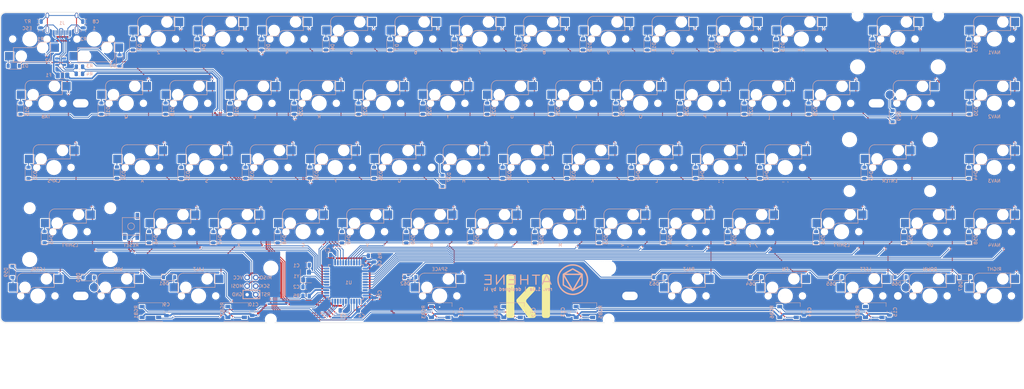
<source format=kicad_pcb>
(kicad_pcb (version 20200811) (host pcbnew "(5.99.0-2809-gaceed2b0a4)")
  (layers (0 "F.Cu" signal) (31 "B.Cu" signal) (34 "B.Paste" user) (35 "F.Paste" user) (36 "B.SilkS" user) (37 "F.SilkS" user) (38 "B.Mask" user) (39 "F.Mask" user) (44 "Edge.Cuts" user))
  (net 0 "")
  (net 1 "Net-(C1-Pad2)")
  (net 2 "GND")
  (net 3 "Net-(C2-Pad2)")
  (net 4 "Net-(C3-Pad2)")
  (net 5 "DBUS-")
  (net 6 "Net-(D1-Pad2)")
  (net 7 "ROW0")
  (net 8 "Net-(D2-Pad2)")
  (net 9 "Net-(D3-Pad2)")
  (net 10 "Net-(D4-Pad2)")
  (net 11 "Net-(D5-Pad2)")
  (net 12 "Net-(D6-Pad2)")
  (net 13 "Net-(D7-Pad2)")
  (net 14 "Net-(D8-Pad2)")
  (net 15 "Net-(D9-Pad2)")
  (net 16 "Net-(D10-Pad2)")
  (net 17 "Net-(D11-Pad2)")
  (net 18 "Net-(D12-Pad2)")
  (net 19 "Net-(D13-Pad2)")
  (net 20 "Net-(D14-Pad2)")
  (net 21 "Net-(D15-Pad2)")
  (net 22 "Net-(D16-Pad2)")
  (net 23 "ROW1")
  (net 24 "Net-(D17-Pad2)")
  (net 25 "Net-(D18-Pad2)")
  (net 26 "Net-(D19-Pad2)")
  (net 27 "Net-(D20-Pad2)")
  (net 28 "Net-(D21-Pad2)")
  (net 29 "Net-(D22-Pad2)")
  (net 30 "Net-(D23-Pad2)")
  (net 31 "Net-(D24-Pad2)")
  (net 32 "Net-(D25-Pad2)")
  (net 33 "Net-(D26-Pad2)")
  (net 34 "Net-(D27-Pad2)")
  (net 35 "Net-(D28-Pad2)")
  (net 36 "Net-(D29-Pad2)")
  (net 37 "Net-(D30-Pad2)")
  (net 38 "Net-(D31-Pad2)")
  (net 39 "ROW2")
  (net 40 "Net-(D32-Pad2)")
  (net 41 "Net-(D33-Pad2)")
  (net 42 "Net-(D34-Pad2)")
  (net 43 "Net-(D35-Pad2)")
  (net 44 "Net-(D36-Pad2)")
  (net 45 "Net-(D37-Pad2)")
  (net 46 "Net-(D38-Pad2)")
  (net 47 "Net-(D39-Pad2)")
  (net 48 "Net-(D40-Pad2)")
  (net 49 "Net-(D41-Pad2)")
  (net 50 "Net-(D42-Pad2)")
  (net 51 "Net-(D43-Pad2)")
  (net 52 "Net-(D44-Pad2)")
  (net 53 "Net-(D45-Pad2)")
  (net 54 "Net-(D46-Pad2)")
  (net 55 "Net-(D47-Pad2)")
  (net 56 "Net-(D48-Pad2)")
  (net 57 "Net-(D49-Pad2)")
  (net 58 "Net-(D50-Pad2)")
  (net 59 "Net-(D51-Pad2)")
  (net 60 "Net-(D52-Pad2)")
  (net 61 "Net-(D53-Pad2)")
  (net 62 "Net-(D54-Pad2)")
  (net 63 "Net-(D55-Pad2)")
  (net 64 "Net-(D56-Pad2)")
  (net 65 "Net-(D57-Pad2)")
  (net 66 "Net-(D58-Pad2)")
  (net 67 "Net-(D59-Pad2)")
  (net 68 "ROW4")
  (net 69 "Net-(D60-Pad2)")
  (net 70 "Net-(D61-Pad2)")
  (net 71 "Net-(D62-Pad2)")
  (net 72 "Net-(D63-Pad2)")
  (net 73 "Net-(D64-Pad2)")
  (net 74 "Net-(D65-Pad2)")
  (net 75 "Net-(D66-Pad2)")
  (net 76 "Net-(D67-Pad2)")
  (net 77 "VCC")
  (net 78 "COL0")
  (net 79 "COL1")
  (net 80 "COL2")
  (net 81 "COL3")
  (net 82 "COL4")
  (net 83 "COL5")
  (net 84 "COL6")
  (net 85 "COL7")
  (net 86 "COL8")
  (net 87 "COL9")
  (net 88 "COL10")
  (net 89 "COL11")
  (net 90 "COL12")
  (net 91 "COL13")
  (net 92 "COL14")
  (net 93 "RST")
  (net 94 "Net-(J1-Pad3)")
  (net 95 "DBUS+")
  (net 96 "D+")
  (net 97 "Net-(J1-Pad4)")
  (net 98 "D-")
  (net 99 "Net-(R6-Pad2)")
  (net 100 "Net-(U1-Pad42)")
  (net 101 "Net-(C8-Pad1)")
  (net 102 "MOSI")
  (net 103 "SCLK")
  (net 104 "MISO")
  (net 105 "Net-(U1-Pad8)")
  (net 106 "Net-(J1-Pad9)")
  (net 107 "Net-(J1-Pad10)")
  (net 108 "ROW3")
  (net 109 "VBUS")
  (net 110 "RGB")
  (net 111 "Net-(RGB1-Pad4)")
  (net 112 "Net-(RGB2-Pad4)")
  (net 113 "Net-(RGB3-Pad4)")
  (net 114 "Net-(RGB4-Pad4)")
  (net 115 "Net-(RGB5-Pad4)")
  (net 116 "Net-(RGB6-Pad4)")
  (net 117 "Net-(RGB7-Pad4)")
  (module "keyboard_parts:Poker_oval_hole" (layer "F.Cu") (at 203.2 101.6)
    (fp_text reference "Poker_oval_hole" hide)
    (fp_text value "VAL**" hide)
    (pad "" thru_hole circle (at 0 0) (size 6.1 6.1) (drill oval 4.6 2.5) (layers *.Cu *.Mask) (net 2 "GND"))
  )
  (module "keyboard_parts:Mx_Stab_200" (layer "F.Cu") (at 37.30625 82.55)
    (fp_text reference "ST_LSHIFT" hide)
    (fp_text value "Stabilizer" hide)
    (pad "" np_thru_hole circle (at 11.938 8.255) (size 3.9878 3.9878) (drill 3.9878) (layers *.Cu *.Mask))
    (pad "" np_thru_hole circle (at -11.938 -6.985) (size 3.048 3.048) (drill 3.048) (layers *.Cu *.Mask))
    (pad "" np_thru_hole circle (at -11.938 8.255) (size 3.9878 3.9878) (drill 3.9878) (layers *.Cu *.Mask))
    (pad "" np_thru_hole circle (at 11.938 -6.985) (size 3.048 3.048) (drill 3.048) (layers *.Cu *.Mask))
  )
  (module "keyboard_parts:Mx_Stab_200" (layer "F.Cu") (at 282.575 25.4)
    (fp_text reference "ST_BKSP" hide)
    (fp_text value "Stabilizer" hide)
    (pad "" np_thru_hole circle (at -11.938 -6.985) (size 3.048 3.048) (drill 3.048) (layers *.Cu *.Mask))
    (pad "" np_thru_hole circle (at -11.938 8.255) (size 3.9878 3.9878) (drill 3.9878) (layers *.Cu *.Mask))
    (pad "" np_thru_hole circle (at 11.938 -6.985) (size 3.048 3.048) (drill 3.048) (layers *.Cu *.Mask))
    (pad "" np_thru_hole circle (at 11.938 8.255) (size 3.9878 3.9878) (drill 3.9878) (layers *.Cu *.Mask))
  )
  (module "keyboard_parts:MountingHole_M2" (layer "F.Cu") (at 282.575 101.6)
    (fp_text reference "HOLE5" hide)
    (fp_text value "MountingHole_4mm" hide)
    (pad "" thru_hole circle (at 0 0) (size 3.3 3.3) (drill 2.3) (layers *.Cu *.Mask) (net 2 "GND"))
  )
  (module "keyboard_parts:MountingHole_M2" (layer "F.Cu") (at 144.4625 63.5)
    (fp_text reference "HOLE5" hide)
    (fp_text value "MountingHole_4mm" hide)
    (pad "" thru_hole circle (at 0 0) (size 3.3 3.3) (drill 2.3) (layers *.Cu *.Mask) (net 2 "GND"))
  )
  (module "Graphics:kl" (layer "F.Cu") (at 173.031 101.637)
    (fp_text reference "kl logo" hide)
    (fp_text value "LOGO" hide)
  )
  (module "keyboard_parts:Poker_oval_hole" (layer "F.Cu") (at 40.48125 101.6)
    (fp_text reference "Poker_oval_hole" hide)
    (fp_text value "VAL**" hide)
    (pad "" thru_hole circle (at 0 0) (size 6.1 6.1) (drill oval 4.6 2.5) (layers *.Cu *.Mask) (net 2 "GND"))
  )
  (module "keyboard_parts:Mx_Stab_225" (layer "F.Cu") (at 280.19375 63.5 180)
    (fp_text reference "ST_ENTER" hide)
    (fp_text value "Stabilizer" hide)
    (pad "" np_thru_hole circle (at -11.938 8.255 180) (size 3.9878 3.9878) (drill 3.9878) (layers *.Cu *.Mask))
    (pad "" np_thru_hole circle (at 11.938 8.255 180) (size 3.9878 3.9878) (drill 3.9878) (layers *.Cu *.Mask))
    (pad "" np_thru_hole circle (at -11.938 -6.985 180) (size 3.048 3.048) (drill 3.048) (layers *.Cu *.Mask))
    (pad "" np_thru_hole circle (at 11.938 -6.985 180) (size 3.048 3.048) (drill 3.048) (layers *.Cu *.Mask))
  )
  (module "keyboard_parts:Poker_oval_hole" (layer "F.Cu") (at 40.48125 44.45)
    (fp_text reference "Poker_oval_hole" hide)
    (fp_text value "VAL**" hide)
    (pad "" thru_hole circle (at 0 0) (size 6.1 6.1) (drill oval 4.6 2.5) (layers *.Cu *.Mask) (net 2 "GND"))
  )
  (module "keyboard_parts:Poker_oval_hole" (layer "F.Cu") (at 276.225 44.454)
    (fp_text reference "Poker_oval_hole" hide)
    (fp_text value "VAL**" hide)
    (pad "" thru_hole circle (at 0 0) (size 6.1 6.1) (drill oval 4.6 2.5) (layers *.Cu *.Mask) (net 2 "GND"))
  )
  (module "Diode_SMD:D_SOD-123" (layer "B.Cu") (at 51.196875 65.025 90)
    (fp_text reference "D32" (at -0.79375 2 90) (layer "B.SilkS") (effects (justify mirror)))
    (fp_text value "D" hide)
    (pad "1" smd rect (at -1.65 0 90) (size 0.9 1.2) (layers "B.Cu" "B.Paste" "B.Mask") (net 39 "ROW2"))
    (pad "2" smd rect (at 1.65 0 90) (size 0.9 1.2) (layers "B.Cu" "B.Paste" "B.Mask") (net 40 "Net-(D32-Pad2)"))
  )
  (module "Diode_SMD:D_SOD-123" (layer "B.Cu") (at 246.459375 26.9875 90)
    (fp_text reference "D13" (at -0.79375 1.984375 90) (layer "B.SilkS") (effects (justify mirror)))
    (fp_text value "D" hide)
    (pad "1" smd rect (at -1.65 0 90) (size 0.9 1.2) (layers "B.Cu" "B.Paste" "B.Mask") (net 7 "ROW0"))
    (pad "2" smd rect (at 1.65 0 90) (size 0.9 1.2) (layers "B.Cu" "B.Paste" "B.Mask") (net 19 "Net-(D13-Pad2)"))
  )
  (module "Capacitor_SMD:C_0805_2012Metric" (layer "B.Cu") (at 65.88125 106.480666 90)
    (fp_text reference "C9" (at 2.340666 0.03175 180) (layer "B.SilkS") (effects (justify mirror)))
    (fp_text value "0.1uF" hide)
    (pad "1" smd roundrect (at -0.9375 0 90) (size 0.975 1.4) (layers "B.Cu" "B.Paste" "B.Mask") (net 77 "VCC"))
    (pad "2" smd roundrect (at 0.9375 0 90) (size 0.975 1.4) (layers "B.Cu" "B.Paste" "B.Mask") (net 2 "GND"))
  )
  (module "Diode_SMD:D_SOD-123" (layer "B.Cu") (at 303.768125 46.0375 90)
    (fp_text reference "D30" (at -0.79375 2 90) (layer "B.SilkS") (effects (justify mirror)))
    (fp_text value "D" hide)
    (pad "1" smd rect (at -1.65 0 90) (size 0.9 1.2) (layers "B.Cu" "B.Paste" "B.Mask") (net 23 "ROW1"))
    (pad "2" smd rect (at 1.65 0 90) (size 0.9 1.2) (layers "B.Cu" "B.Paste" "B.Mask") (net 37 "Net-(D30-Pad2)"))
  )
  (module "Capacitor_SMD:C_0805_2012Metric" (layer "B.Cu") (at 107.253625 98.918375 180)
    (fp_text reference "C2" (at 2.88125 -0.015) (layer "B.SilkS") (effects (justify mirror)))
    (fp_text value "22pF" hide)
    (pad "1" smd roundrect (at -0.9375 0 180) (size 0.975 1.4) (layers "B.Cu" "B.Paste" "B.Mask") (net 2 "GND"))
    (pad "2" smd roundrect (at 0.9375 0 180) (size 0.975 1.4) (layers "B.Cu" "B.Paste" "B.Mask") (net 3 "Net-(C2-Pad2)"))
  )
  (module "Project Library:Kailh_MX_Socket (3D)" (layer "B.Cu") (at 220.6625 82.55 180)
    (fp_text reference "K54" hide)
    (fp_text value "KEYSW" hide)
    (fp_text user ". >" (at 0 -3.96875 unlocked) (layer "B.SilkS") (effects (justify mirror)))
    (pad "" np_thru_hole circle (at -5.08 0 180) (size 1.7 1.7) (drill 1.7) (layers *.Cu *.Mask))
    (pad "" np_thru_hole circle (at 3.81 2.54 180) (size 2.95 2.95) (drill 2.95) (layers *.Cu *.Mask))
    (pad "" np_thru_hole circle (at -2.54 5.08 180) (size 2.95 2.95) (drill 2.95) (layers *.Cu *.Mask))
    (pad "" np_thru_hole circle (at 5.08 0 180) (size 1.7 1.7) (drill 1.7) (layers *.Cu *.Mask))
    (pad "" np_thru_hole circle (at 0 0 180) (size 3.98018 3.98018) (drill 3.98018) (layers *.Cu *.Mask))
    (pad "1" smd rect (at 7.36 2.54 180) (size 2.55 2.5) (layers "B.Cu" "B.Paste" "B.Mask") (net 62 "Net-(D54-Pad2)"))
    (pad "2" smd rect (at -6.09 5.08 180) (size 2.55 2.5) (layers "B.Cu" "B.Paste" "B.Mask") (net 87 "COL9"))
  )
  (module "Diode_SMD:D_SOD-123" (layer "B.Cu") (at 113.109375 26.9875 90)
    (fp_text reference "D6" (at -0.79375 1.984375 270) (layer "B.SilkS") (effects (justify mirror)))
    (fp_text value "D" hide)
    (pad "1" smd rect (at -1.65 0 90) (size 0.9 1.2) (layers "B.Cu" "B.Paste" "B.Mask") (net 7 "ROW0"))
    (pad "2" smd rect (at 1.65 0 90) (size 0.9 1.2) (layers "B.Cu" "B.Paste" "B.Mask") (net 12 "Net-(D6-Pad2)"))
  )
  (module "type-c:HRO-TYPE-C-31-M-12" (layer "B.Cu") (at 34.925 15.8125)
    (fp_text reference "J1" (at 0 4.825) (layer "B.SilkS") (effects (justify mirror)))
    (fp_text value "HRO-TYPE-C-31-M-12")
    (pad "" np_thru_hole circle (at -2.89 6.25) (size 0.65 0.65) (drill 0.65) (layers *.Cu *.Mask))
    (pad "" np_thru_hole circle (at 2.89 6.25) (size 0.65 0.65) (drill 0.65) (layers *.Cu *.Mask))
    (pad "1" smd rect (at -3.225 7.695) (size 0.6 1.45) (layers "B.Cu" "B.Paste" "B.Mask") (net 2 "GND"))
    (pad "2" smd rect (at -2.45 7.695) (size 0.6 1.45) (layers "B.Cu" "B.Paste" "B.Mask") (net 109 "VBUS"))
    (pad "3" smd rect (at -1.75 7.695) (size 0.3 1.45) (layers "B.Cu" "B.Paste" "B.Mask") (net 94 "Net-(J1-Pad3)"))
    (pad "4" smd rect (at -1.25 7.695) (size 0.3 1.45) (layers "B.Cu" "B.Paste" "B.Mask") (net 97 "Net-(J1-Pad4)"))
    (pad "5" smd rect (at -0.75 7.695) (size 0.3 1.45) (layers "B.Cu" "B.Paste" "B.Mask") (net 5 "DBUS-"))
    (pad "6" smd rect (at -0.25 7.695) (size 0.3 1.45) (layers "B.Cu" "B.Paste" "B.Mask") (net 95 "DBUS+"))
    (pad "7" smd rect (at 0.25 7.695) (size 0.3 1.45) (layers "B.Cu" "B.Paste" "B.Mask") (net 5 "DBUS-"))
    (pad "8" smd rect (at 0.75 7.695) (size 0.3 1.45) (layers "B.Cu" "B.Paste" "B.Mask") (net 95 "DBUS+"))
    (pad "9" smd rect (at 1.25 7.695) (size 0.3 1.45) (layers "B.Cu" "B.Paste" "B.Mask") (net 106 "Net-(J1-Pad9)"))
    (pad "10" smd rect (at 1.75 7.695) (size 0.3 1.45) (layers "B.Cu" "B.Paste" "B.Mask") (net 107 "Net-(J1-Pad10)"))
    (pad "11" smd rect (at 2.45 7.695) (size 0.6 1.45) (layers "B.Cu" "B.Paste" "B.Mask") (net 109 "VBUS"))
    (pad "12" smd rect (at 3.225 7.695) (size 0.6 1.45) (layers "B.Cu" "B.Paste" "B.Mask") (net 2 "GND"))
    (pad "13" thru_hole oval (at 4.32 2.6) (size 1 1.6) (drill oval 0.6 1.2) (layers *.Cu "F.Mask") (net 101 "Net-(C8-Pad1)"))
    (pad "13" thru_hole oval (at -4.32 6.78) (size 1 2.1) (drill oval 0.6 1.7) (layers *.Cu "F.Mask") (net 101 "Net-(C8-Pad1)"))
    (pad "13" thru_hole oval (at 4.32 6.78) (size 1 2.1) (drill oval 0.6 1.7) (layers *.Cu "F.Mask") (net 101 "Net-(C8-Pad1)"))
    (pad "13" thru_hole oval (at -4.32 2.6) (size 1 1.6) (drill oval 0.6 1.2) (layers *.Cu "F.Mask") (net 101 "Net-(C8-Pad1)"))
  )
  (module "Diode_SMD:D_SOD-123" (layer "B.Cu") (at 94.059375 26.9875 90)
    (fp_text reference "D5" (at -0.79375 2 90) (layer "B.SilkS") (effects (justify mirror)))
    (fp_text value "D" hide)
    (pad "1" smd rect (at -1.65 0 90) (size 0.9 1.2) (layers "B.Cu" "B.Paste" "B.Mask") (net 7 "ROW0"))
    (pad "2" smd rect (at 1.65 0 90) (size 0.9 1.2) (layers "B.Cu" "B.Paste" "B.Mask") (net 11 "Net-(D5-Pad2)"))
  )
  (module "Graphics:athene" (layer "B.Cu") (at 175.006 96.774 180)
    (fp_text reference "athene logo" hide)
    (fp_text value "LOGO" hide)
  )
  (module "Project Library:Kailh_MX_Socket (3D)" (layer "B.Cu") (at 282.575 25.4 180)
    (fp_text reference "K14" hide)
    (fp_text value "KEYSW" hide)
    (fp_text user "BKSP" (at 0 -3.96875 unlocked) (layer "B.SilkS") (effects (justify mirror)))
    (pad "" np_thru_hole circle (at -5.08 0 180) (size 1.7 1.7) (drill 1.7) (layers *.Cu *.Mask))
    (pad "" np_thru_hole circle (at -2.54 5.08 180) (size 2.95 2.95) (drill 2.95) (layers *.Cu *.Mask))
    (pad "" np_thru_hole circle (at 5.08 0 180) (size 1.7 1.7) (drill 1.7) (layers *.Cu *.Mask))
    (pad "" np_thru_hole circle (at 3.81 2.54 180) (size 2.95 2.95) (drill 2.95) (layers *.Cu *.Mask))
    (pad "" np_thru_hole circle (at 0 0 180) (size 3.98018 3.98018) (drill 3.98018) (layers *.Cu *.Mask))
    (pad "1" smd rect (at 7.36 2.54 180) (size 2.55 2.5) (layers "B.Cu" "B.Paste" "B.Mask") (net 20 "Net-(D14-Pad2)"))
    (pad "2" smd rect (at -6.09 5.08 180) (size 2.55 2.5) (layers "B.Cu" "B.Paste" "B.Mask") (net 91 "COL13"))
  )
  (module "Diode_SMD:D_SOD-123" (layer "B.Cu") (at 55.959375 26.9875 90)
    (fp_text reference "D3" (at -0.79375 1.984375 90) (layer "B.SilkS") (effects (justify mirror)))
    (fp_text value "D" hide)
    (pad "1" smd rect (at -1.65 0 90) (size 0.9 1.2) (layers "B.Cu" "B.Paste" "B.Mask") (net 7 "ROW0"))
    (pad "2" smd rect (at 1.65 0 90) (size 0.9 1.2) (layers "B.Cu" "B.Paste" "B.Mask") (net 9 "Net-(D3-Pad2)"))
  )
  (module "Diode_SMD:D_SOD-123" (layer "B.Cu") (at 203.596875 65.0875 90)
    (fp_text reference "D40" (at -0.79375 2 90) (layer "B.SilkS") (effects (justify mirror)))
    (fp_text value "D" hide)
    (pad "1" smd rect (at -1.65 0 90) (size 0.9 1.2) (layers "B.Cu" "B.Paste" "B.Mask") (net 39 "ROW2"))
    (pad "2" smd rect (at 1.65 0 90) (size 0.9 1.2) (layers "B.Cu" "B.Paste" "B.Mask") (net 48 "Net-(D40-Pad2)"))
  )
  (module "Diode_SMD:D_SOD-123" (layer "B.Cu") (at 132.159375 26.9875 90)
    (fp_text reference "D7" (at -0.79375 2 90) (layer "B.SilkS") (effects (justify mirror)))
    (fp_text value "D" hide)
    (pad "1" smd rect (at -1.65 0 90) (size 0.9 1.2) (layers "B.Cu" "B.Paste" "B.Mask") (net 7 "ROW0"))
    (pad "2" smd rect (at 1.65 0 90) (size 0.9 1.2) (layers "B.Cu" "B.Paste" "B.Mask") (net 13 "Net-(D7-Pad2)"))
  )
  (module "Project Library:Kailh_MX_Socket (3D)" (layer "B.Cu") (at 311.15 82.55 180)
    (fp_text reference "K58" hide)
    (fp_text value "KEYSW" hide)
    (fp_text user "NAV4" (at 0 -3.96875 unlocked) (layer "B.SilkS") (effects (justify mirror)))
    (pad "" np_thru_hole circle (at -2.54 5.08 180) (size 2.95 2.95) (drill 2.95) (layers *.Cu *.Mask))
    (pad "" np_thru_hole circle (at -5.08 0 180) (size 1.7 1.7) (drill 1.7) (layers *.Cu *.Mask))
    (pad "" np_thru_hole circle (at 5.08 0 180) (size 1.7 1.7) (drill 1.7) (layers *.Cu *.Mask))
    (pad "" np_thru_hole circle (at 0 0 180) (size 3.98018 3.98018) (drill 3.98018) (layers *.Cu *.Mask))
    (pad "" np_thru_hole circle (at 3.81 2.54 180) (size 2.95 2.95) (drill 2.95) (layers *.Cu *.Mask))
    (pad "1" smd rect (at 7.36 2.54 180) (size 2.55 2.5) (layers "B.Cu" "B.Paste" "B.Mask") (net 66 "Net-(D58-Pad2)"))
    (pad "2" smd rect (at -6.09 5.08 180) (size 2.55 2.5) (layers "B.Cu" "B.Paste" "B.Mask") (net 92 "COL14"))
  )
  (module "Project Library:Kailh_MX_Socket (3D)" (layer "B.Cu") (at 187.325 44.45 180)
    (fp_text reference "K24" hide)
    (fp_text value "KEYSW" hide)
    (fp_text user "I" (at 0 -3.96875 unlocked) (layer "B.SilkS") (effects (justify mirror)))
    (pad "" np_thru_hole circle (at -5.08 0 180) (size 1.7 1.7) (drill 1.7) (layers *.Cu *.Mask))
    (pad "" np_thru_hole circle (at 0 0 180) (size 3.98018 3.98018) (drill 3.98018) (layers *.Cu *.Mask))
    (pad "" np_thru_hole circle (at 5.08 0 180) (size 1.7 1.7) (drill 1.7) (layers *.Cu *.Mask))
    (pad "" np_thru_hole circle (at 3.81 2.54 180) (size 2.95 2.95) (drill 2.95) (layers *.Cu *.Mask))
    (pad "" np_thru_hole circle (at -2.54 5.08 180) (size 2.95 2.95) (drill 2.95) (layers *.Cu *.Mask))
    (pad "1" smd rect (at 7.36 2.54 180) (size 2.55 2.5) (layers "B.Cu" "B.Paste" "B.Mask") (net 31 "Net-(D24-Pad2)"))
    (pad "2" smd rect (at -6.09 5.08 180) (size 2.55 2.5) (layers "B.Cu" "B.Paste" "B.Mask") (net 86 "COL8"))
  )
  (module "Diode_SMD:D_SOD-123" (layer "B.Cu") (at 198.993125 46.0375 90)
    (fp_text reference "D25" (at -0.79375 2 90) (layer "B.SilkS") (effects (justify mirror)))
    (fp_text value "D" hide)
    (pad "1" smd rect (at -1.65 0 90) (size 0.9 1.2) (layers "B.Cu" "B.Paste" "B.Mask") (net 23 "ROW1"))
    (pad "2" smd rect (at 1.65 0 90) (size 0.9 1.2) (layers "B.Cu" "B.Paste" "B.Mask") (net 32 "Net-(D25-Pad2)"))
  )
  (module "Diode_SMD:D_SOD-123" (layer "B.Cu") (at 237.093125 46.0375 90)
    (fp_text reference "D27" (at -0.79375 2 90) (layer "B.SilkS") (effects (justify mirror)))
    (fp_text value "D" hide)
    (pad "1" smd rect (at -1.65 0 90) (size 0.9 1.2) (layers "B.Cu" "B.Paste" "B.Mask") (net 23 "ROW1"))
    (pad "2" smd rect (at 1.65 0 90) (size 0.9 1.2) (layers "B.Cu" "B.Paste" "B.Mask") (net 34 "Net-(D27-Pad2)"))
  )
  (module "Diode_SMD:D_SOD-123" (layer "B.Cu") (at 272.653125 65.0875 90)
    (fp_text reference "D43" (at -0.9017 2.022475 90) (layer "B.SilkS") (effects (justify mirror)))
    (fp_text value "D" hide)
    (pad "1" smd rect (at -1.65 0 90) (size 0.9 1.2) (layers "B.Cu" "B.Paste" "B.Mask") (net 39 "ROW2"))
    (pad "2" smd rect (at 1.65 0 90) (size 0.9 1.2) (layers "B.Cu" "B.Paste" "B.Mask") (net 51 "Net-(D43-Pad2)"))
  )
  (module "Capacitor_SMD:C_0805_2012Metric" (layer "B.Cu") (at 127.381 92.456 -90)
    (fp_text reference "C6" (at -0.508 -1.651 90) (layer "B.SilkS") (effects (justify mirror)))
    (fp_text value "0.1uF" hide)
    (pad "1" smd roundrect (at -0.9375 0 270) (size 0.975 1.4) (layers "B.Cu" "B.Paste" "B.Mask") (net 77 "VCC"))
    (pad "2" smd roundrect (at 0.9375 0 270) (size 0.975 1.4) (layers "B.Cu" "B.Paste" "B.Mask") (net 2 "GND"))
  )
  (module "Project Library:Kailh_MX_Socket (3D)" (layer "B.Cu") (at 163.5125 82.55 180)
    (fp_text reference "K51" hide)
    (fp_text value "KEYSW" hide)
    (fp_text user "N" (at 0 -3.96875 unlocked) (layer "B.SilkS") (effects (justify mirror)))
    (pad "" np_thru_hole circle (at 5.08 0 180) (size 1.7 1.7) (drill 1.7) (layers *.Cu *.Mask))
    (pad "" np_thru_hole circle (at 3.81 2.54 180) (size 2.95 2.95) (drill 2.95) (layers *.Cu *.Mask))
    (pad "" np_thru_hole circle (at -5.08 0 180) (size 1.7 1.7) (drill 1.7) (layers *.Cu *.Mask))
    (pad "" np_thru_hole circle (at 0 0 180) (size 3.98018 3.98018) (drill 3.98018) (layers *.Cu *.Mask))
    (pad "" np_thru_hole circle (at -2.54 5.08 180) (size 2.95 2.95) (drill 2.95) (layers *.Cu *.Mask))
    (pad "1" smd rect (at 7.36 2.54 180) (size 2.55 2.5) (layers "B.Cu" "B.Paste" "B.Mask") (net 59 "Net-(D51-Pad2)"))
    (pad "2" smd rect (at -6.09 5.08 180) (size 2.55 2.5) (layers "B.Cu" "B.Paste" "B.Mask") (net 84 "COL6"))
  )
  (module "Diode_SMD:D_SOD-123" (layer "B.Cu") (at 51.990625 31.75 90)
    (fp_text reference "D2" (at -1.5748 -2.054225 180) (layer "B.SilkS") (effects (justify mirror)))
    (fp_text value "D" hide)
    (pad "1" smd rect (at -1.65 0 90) (size 0.9 1.2) (layers "B.Cu" "B.Paste" "B.Mask") (net 7 "ROW0"))
    (pad "2" smd rect (at 1.65 0 90) (size 0.9 1.2) (layers "B.Cu" "B.Paste" "B.Mask") (net 8 "Net-(D2-Pad2)"))
  )
  (module "Project Library:Kailh_MX_Socket (3D)" (layer "B.Cu") (at 149.225 44.45 180)
    (fp_text reference "K22" hide)
    (fp_text value "KEYSW" hide)
    (fp_text user "Y" (at 0 -3.96875 unlocked) (layer "B.SilkS") (effects (justify mirror)))
    (pad "" np_thru_hole circle (at 0 0 180) (size 3.98018 3.98018) (drill 3.98018) (layers *.Cu *.Mask))
    (pad "" np_thru_hole circle (at 3.81 2.54 180) (size 2.95 2.95) (drill 2.95) (layers *.Cu *.Mask))
    (pad "" np_thru_hole circle (at -2.54 5.08 180) (size 2.95 2.95) (drill 2.95) (layers *.Cu *.Mask))
    (pad "" np_thru_hole circle (at -5.08 0 180) (size 1.7 1.7) (drill 1.7) (layers *.Cu *.Mask))
    (pad "" np_thru_hole circle (at 5.08 0 180) (size 1.7 1.7) (drill 1.7) (layers *.Cu *.Mask))
    (pad "1" smd rect (at 7.36 2.54 180) (size 2.55 2.5) (layers "B.Cu" "B.Paste" "B.Mask") (net 29 "Net-(D22-Pad2)"))
    (pad "2" smd rect (at -6.09 5.08 180) (size 2.55 2.5) (layers "B.Cu" "B.Paste" "B.Mask") (net 84 "COL6"))
  )
  (module "Diode_SMD:D_SOD-123" (layer "B.Cu") (at 117.871875 84.2 90)
    (fp_text reference "D49" (at -0.73125 2 90) (layer "B.SilkS") (effects (justify mirror)))
    (fp_text value "D" hide)
    (pad "1" smd rect (at -1.65 0 90) (size 0.9 1.2) (layers "B.Cu" "B.Paste" "B.Mask") (net 108 "ROW3"))
    (pad "2" smd rect (at 1.65 0 90) (size 0.9 1.2) (layers "B.Cu" "B.Paste" "B.Mask") (net 57 "Net-(D49-Pad2)"))
  )
  (module "Project Library:Kailh_MX_Socket (3D)" (layer "B.Cu") (at 27.78125 101.6 180)
    (fp_text reference "K59" hide)
    (fp_text value "KEYSW" hide)
    (fp_text user "LCTRL" (at 0 7.9375 unlocked) (layer "B.SilkS") (effects (justify mirror)))
    (pad "" np_thru_hole circle (at -5.08 0 180) (size 1.7 1.7) (drill 1.7) (layers *.Cu *.Mask))
    (pad "" np_thru_hole circle (at 3.81 2.54 180) (size 2.95 2.95) (drill 2.95) (layers *.Cu *.Mask))
    (pad "" np_thru_hole circle (at 5.08 0 180) (size 1.7 1.7) (drill 1.7) (layers *.Cu *.Mask))
    (pad "" np_thru_hole circle (at 0 0 180) (size 3.98018 3.98018) (drill 3.98018) (layers *.Cu *.Mask))
    (pad "" np_thru_hole circle (at -2.54 5.08 180) (size 2.95 2.95) (drill 2.95) (layers *.Cu *.Mask))
    (pad "1" smd rect (at 7.36 2.54 180) (size 2.55 2.5) (layers "B.Cu" "B.Paste" "B.Mask") (net 67 "Net-(D59-Pad2)"))
    (pad "2" smd rect (at -6.09 5.08 180) (size 2.55 2.5) (layers "B.Cu" "B.Paste" "B.Mask") (net 78 "COL0"))
  )
  (module "Project Library:Kailh_MX_Socket (3D)" (layer "B.Cu") (at 311.15 25.4 180)
    (fp_text reference "K15" hide)
    (fp_text value "KEYSW" hide)
    (fp_text user "NAV1" (at 0 -3.96875 unlocked) (layer "B.SilkS") (effects (justify mirror)))
    (pad "" np_thru_hole circle (at -2.54 5.08 180) (size 2.95 2.95) (drill 2.95) (layers *.Cu *.Mask))
    (pad "" np_thru_hole circle (at 0 0 180) (size 3.98018 3.98018) (drill 3.98018) (layers *.Cu *.Mask))
    (pad "" np_thru_hole circle (at 5.08 0 180) (size 1.7 1.7) (drill 1.7) (layers *.Cu *.Mask))
    (pad "" np_thru_hole circle (at -5.08 0 180) (size 1.7 1.7) (drill 1.7) (layers *.Cu *.Mask))
    (pad "" np_thru_hole circle (at 3.81 2.54 180) (size 2.95 2.95) (drill 2.95) (layers *.Cu *.Mask))
    (pad "1" smd rect (at 7.36 2.54 180) (size 2.55 2.5) (layers "B.Cu" "B.Paste" "B.Mask") (net 21 "Net-(D15-Pad2)"))
    (pad "2" smd rect (at -6.09 5.08 180) (size 2.55 2.5) (layers "B.Cu" "B.Paste" "B.Mask") (net 92 "COL14"))
  )
  (module "Diode_SMD:D_SOD-123" (layer "B.Cu") (at 136.921875 84.2 90)
    (fp_text reference "D50" (at -0.73125 2 90) (layer "B.SilkS") (effects (justify mirror)))
    (fp_text value "D" hide)
    (pad "1" smd rect (at -1.65 0 90) (size 0.9 1.2) (layers "B.Cu" "B.Paste" "B.Mask") (net 108 "ROW3"))
    (pad "2" smd rect (at 1.65 0 90) (size 0.9 1.2) (layers "B.Cu" "B.Paste" "B.Mask") (net 58 "Net-(D50-Pad2)"))
  )
  (module "Diode_SMD:D_SOD-123" (layer "B.Cu") (at 20.644326 33.3375 180)
    (fp_text reference "D1" (at -3.384074 0.0127) (layer "B.SilkS") (effects (justify mirror)))
    (fp_text value "D" hide)
    (pad "1" smd rect (at -1.65 0 180) (size 0.9 1.2) (layers "B.Cu" "B.Paste" "B.Mask") (net 7 "ROW0"))
    (pad "2" smd rect (at 1.65 0 180) (size 0.9 1.2) (layers "B.Cu" "B.Paste" "B.Mask") (net 6 "Net-(D1-Pad2)"))
  )
  (module "Project Library:Kailh_MX_Socket (3D)" (layer "B.Cu") (at 120.65 25.4 180)
    (fp_text reference "K6" hide)
    (fp_text value "KEYSW" hide)
    (fp_text user "5" (at 0 -3.96875 unlocked) (layer "B.SilkS") (effects (justify mirror)))
    (pad "" np_thru_hole circle (at 5.08 0 180) (size 1.7 1.7) (drill 1.7) (layers *.Cu *.Mask))
    (pad "" np_thru_hole circle (at 0 0 180) (size 3.98018 3.98018) (drill 3.98018) (layers *.Cu *.Mask))
    (pad "" np_thru_hole circle (at 3.81 2.54 180) (size 2.95 2.95) (drill 2.95) (layers *.Cu *.Mask))
    (pad "" np_thru_hole circle (at -5.08 0 180) (size 1.7 1.7) (drill 1.7) (layers *.Cu *.Mask))
    (pad "" np_thru_hole circle (at -2.54 5.08 180) (size 2.95 2.95) (drill 2.95) (layers *.Cu *.Mask))
    (pad "1" smd rect (at 7.36 2.54 180) (size 2.55 2.5) (layers "B.Cu" "B.Paste" "B.Mask") (net 12 "Net-(D6-Pad2)"))
    (pad "2" smd rect (at -6.09 5.08 180) (size 2.55 2.5) (layers "B.Cu" "B.Paste" "B.Mask") (net 83 "COL5"))
  )
  (module "Project Library:Kailh_MX_Socket (3D)" (layer "B.Cu") (at 239.7125 82.55 180)
    (fp_text reference "K55" hide)
    (fp_text value "KEYSW" hide)
    (fp_text user "/ ?" (at 0 -3.96875 unlocked) (layer "B.SilkS") (effects (justify mirror)))
    (pad "" np_thru_hole circle (at 5.08 0 180) (size 1.7 1.7) (drill 1.7) (layers *.Cu *.Mask))
    (pad "" np_thru_hole circle (at 3.81 2.54 180) (size 2.95 2.95) (drill 2.95) (layers *.Cu *.Mask))
    (pad "" np_thru_hole circle (at -2.54 5.08 180) (size 2.95 2.95) (drill 2.95) (layers *.Cu *.Mask))
    (pad "" np_thru_hole circle (at 0 0 180) (size 3.98018 3.98018) (drill 3.98018) (layers *.Cu *.Mask))
    (pad "" np_thru_hole circle (at -5.08 0 180) (size 1.7 1.7) (drill 1.7) (layers *.Cu *.Mask))
    (pad "1" smd rect (at 7.36 2.54 180) (size 2.55 2.5) (layers "B.Cu" "B.Paste" "B.Mask") (net 63 "Net-(D55-Pad2)"))
    (pad "2" smd rect (at -6.09 5.08 180) (size 2.55 2.5) (layers "B.Cu" "B.Paste" "B.Mask") (net 88 "COL10"))
  )
  (module "Diode_SMD:D_SOD-123" (layer "B.Cu") (at 165.496875 65.0875 90)
    (fp_text reference "D38" (at -0.79375 2 90) (layer "B.SilkS") (effects (justify mirror)))
    (fp_text value "D" hide)
    (pad "1" smd rect (at -1.65 0 90) (size 0.9 1.2) (layers "B.Cu" "B.Paste" "B.Mask") (net 39 "ROW2"))
    (pad "2" smd rect (at 1.65 0 90) (size 0.9 1.2) (layers "B.Cu" "B.Paste" "B.Mask") (net 46 "Net-(D38-Pad2)"))
  )
  (module "Diode_SMD:D_SOD-123" (layer "B.Cu") (at 127.396875 65.0875 90)
    (fp_text reference "D36" (at -0.79375 2 90) (layer "B.SilkS") (effects (justify mirror)))
    (fp_text value "D" hide)
    (pad "1" smd rect (at -1.65 0 90) (size 0.9 1.2) (layers "B.Cu" "B.Paste" "B.Mask") (net 39 "ROW2"))
    (pad "2" smd rect (at 1.65 0 90) (size 0.9 1.2) (layers "B.Cu" "B.Paste" "B.Mask") (net 44 "Net-(D36-Pad2)"))
  )
  (module "Project Library:Kailh_MX_Socket (3D)" (layer "B.Cu") (at 177.8 25.4 180)
    (fp_text reference "K9" hide)
    (fp_text value "KEYSW" hide)
    (fp_text user "8" (at 0 -3.96875 unlocked) (layer "B.SilkS") (effects (justify mirror)))
    (pad "" np_thru_hole circle (at -5.08 0 180) (size 1.7 1.7) (drill 1.7) (layers *.Cu *.Mask))
    (pad "" np_thru_hole circle (at 3.81 2.54 180) (size 2.95 2.95) (drill 2.95) (layers *.Cu *.Mask))
    (pad "" np_thru_hole circle (at -2.54 5.08 180) (size 2.95 2.95) (drill 2.95) (layers *.Cu *.Mask))
    (pad "" np_thru_hole circle (at 0 0 180) (size 3.98018 3.98018) (drill 3.98018) (layers *.Cu *.Mask))
    (pad "" np_thru_hole circle (at 5.08 0 180) (size 1.7 1.7) (drill 1.7) (layers *.Cu *.Mask))
    (pad "1" smd rect (at 7.36 2.54 180) (size 2.55 2.5) (layers "B.Cu" "B.Paste" "B.Mask") (net 15 "Net-(D9-Pad2)"))
    (pad "2" smd rect (at -6.09 5.08 180) (size 2.55 2.5) (layers "B.Cu" "B.Paste" "B.Mask") (net 86 "COL8"))
  )
  (module "Project Library:Kailh_MX_Socket (3D)" (layer "B.Cu") (at 201.6125 82.55 180)
    (fp_text reference "K53" hide)
    (fp_text value "KEYSW" hide)
    (fp_text user ", <" (at 0 -3.96875 unlocked) (layer "B.SilkS") (effects (justify mirror)))
    (pad "" np_thru_hole circle (at 0 0 180) (size 3.98018 3.98018) (drill 3.98018) (layers *.Cu *.Mask))
    (pad "" np_thru_hole circle (at 3.81 2.54 180) (size 2.95 2.95) (drill 2.95) (layers *.Cu *.Mask))
    (pad "" np_thru_hole circle (at -2.54 5.08 180) (size 2.95 2.95) (drill 2.95) (layers *.Cu *.Mask))
    (pad "" np_thru_hole circle (at -5.08 0 180) (size 1.7 1.7) (drill 1.7) (layers *.Cu *.Mask))
    (pad "" np_thru_hole circle (at 5.08 0 180) (size 1.7 1.7) (drill 1.7) (layers *.Cu *.Mask))
    (pad "1" smd rect (at 7.36 2.54 180) (size 2.55 2.5) (layers "B.Cu" "B.Paste" "B.Mask") (net 61 "Net-(D53-Pad2)"))
    (pad "2" smd rect (at -6.09 5.08 180) (size 2.55 2.5) (layers "B.Cu" "B.Paste" "B.Mask") (net 86 "COL8"))
  )
  (module "LED_SMD:LED_SK6812_PLCC4_5.0x5.0mm_P3.2mm" (layer "B.Cu") (at 146.84375 106.3625)
    (fp_text reference "RGB3" (at -4.7625 0 90) (layer "B.SilkS") (effects (justify mirror)))
    (fp_text value "SK6812" hide)
    (pad "1" smd rect (at 2.45 -1.6) (size 1.5 1) (layers "B.Cu" "B.Paste" "B.Mask") (net 2 "GND"))
    (pad "2" smd rect (at 2.45 1.6) (size 1.5 1) (layers "B.Cu" "B.Paste" "B.Mask") (net 112 "Net-(RGB2-Pad4)"))
    (pad "3" smd rect (at -2.45 1.6) (size 1.5 1) (layers "B.Cu" "B.Paste" "B.Mask") (net 77 "VCC"))
    (pad "4" smd rect (at -2.45 -1.6) (size 1.5 1) (layers "B.Cu" "B.Paste" "B.Mask") (net 113 "Net-(RGB3-Pad4)"))
  )
  (module "Project Library:Kailh_MX_Socket (3D)" (layer "B.Cu") (at 32.54375 63.5 180)
    (fp_text reference "K31" hide)
    (fp_text value "KEYSW" hide)
    (fp_text user "CAPS" (at 0 -3.96875 unlocked) (layer "B.SilkS") (effects (justify mirror)))
    (pad "" np_thru_hole circle (at 5.08 0 180) (size 1.7 1.7) (drill 1.7) (layers *.Cu *.Mask))
    (pad "" np_thru_hole circle (at -5.08 0 180) (size 1.7 1.7) (drill 1.7) (layers *.Cu *.Mask))
    (pad "" np_thru_hole circle (at 3.81 2.54 180) (size 2.95 2.95) (drill 2.95) (layers *.Cu *.Mask))
    (pad "" np_thru_hole circle (at 0 0 180) (size 3.98018 3.98018) (drill 3.98018) (layers *.Cu *.Mask))
    (pad "" np_thru_hole circle (at -2.54 5.08 180) (size 2.95 2.95) (drill 2.95) (layers *.Cu *.Mask))
    (pad "1" smd rect (at 7.36 2.54 180) (size 2.55 2.5) (layers "B.Cu" "B.Paste" "B.Mask") (net 38 "Net-(D31-Pad2)"))
    (pad "2" smd rect (at -6.09 5.08 180) (size 2.55 2.5) (layers "B.Cu" "B.Paste" "B.Mask") (net 78 "COL0"))
  )
  (module "Diode_SMD:D_SOD-123" (layer "B.Cu") (at 60.721875 84.2 90)
    (fp_text reference "D46" (at -0.73125 2 90) (layer "B.SilkS") (effects (justify mirror)))
    (fp_text value "D" hide)
    (pad "1" smd rect (at -1.65 0 90) (size 0.9 1.2) (layers "B.Cu" "B.Paste" "B.Mask") (net 108 "ROW3"))
    (pad "2" smd rect (at 1.65 0 90) (size 0.9 1.2) (layers "B.Cu" "B.Paste" "B.Mask") (net 54 "Net-(D46-Pad2)"))
  )
  (module "Diode_SMD:D_SOD-123" (layer "B.Cu") (at 22.621875 46.0375 90)
    (fp_text reference "D16" (at -0.79375 2 90) (layer "B.SilkS") (effects (justify mirror)))
    (fp_text value "D" hide)
    (pad "1" smd rect (at -1.65 0 90) (size 0.9 1.2) (layers "B.Cu" "B.Paste" "B.Mask") (net 23 "ROW1"))
    (pad "2" smd rect (at 1.65 0 90) (size 0.9 1.2) (layers "B.Cu" "B.Paste" "B.Mask") (net 22 "Net-(D16-Pad2)"))
  )
  (module "Resistor_SMD:R_0805_2012Metric" (layer "B.Cu") (at 40.094804 35.711457)
    (fp_text reference "R4" (at 3.0125 0.0625) (layer "B.SilkS") (effects (justify mirror)))
    (fp_text value "22" hide)
    (pad "1" smd roundrect (at -0.9375 0) (size 0.975 1.4) (layers "B.Cu" "B.Paste" "B.Mask") (net 5 "DBUS-"))
    (pad "2" smd roundrect (at 0.9375 0) (size 0.975 1.4) (layers "B.Cu" "B.Paste" "B.Mask") (net 98 "D-"))
  )
  (module "Project Library:Kailh_MX_Socket (3D)" (layer "B.Cu") (at 263.525 44.45 180)
    (fp_text reference "K28" hide)
    (fp_text value "KEYSW" hide)
    (fp_text user "]" (at 0 -3.96875 unlocked) (layer "B.SilkS") (effects (justify mirror)))
    (pad "" np_thru_hole circle (at -2.54 5.08 180) (size 2.95 2.95) (drill 2.95) (layers *.Cu *.Mask))
    (pad "" np_thru_hole circle (at 3.81 2.54 180) (size 2.95 2.95) (drill 2.95) (layers *.Cu *.Mask))
    (pad "" np_thru_hole circle (at 0 0 180) (size 3.98018 3.98018) (drill 3.98018) (layers *.Cu *.Mask))
    (pad "" np_thru_hole circle (at -5.08 0 180) (size 1.7 1.7) (drill 1.7) (layers *.Cu *.Mask))
    (pad "" np_thru_hole circle (at 5.08 0 180) (size 1.7 1.7) (drill 1.7) (layers *.Cu *.Mask))
    (pad "1" smd rect (at 7.36 2.54 180) (size 2.55 2.5) (layers "B.Cu" "B.Paste" "B.Mask") (net 35 "Net-(D28-Pad2)"))
    (pad "2" smd rect (at -6.09 5.08 180) (size 2.55 2.5) (layers "B.Cu" "B.Paste" "B.Mask") (net 90 "COL12"))
  )
  (module "Diode_SMD:D_SOD-123" (layer "B.Cu") (at 184.546875 65.0875 90)
    (fp_text reference "D39" (at -0.79375 2 90) (layer "B.SilkS") (effects (justify mirror)))
    (fp_text value "D" hide)
    (pad "1" smd rect (at -1.65 0 90) (size 0.9 1.2) (layers "B.Cu" "B.Paste" "B.Mask") (net 39 "ROW2"))
    (pad "2" smd rect (at 1.65 0 90) (size 0.9 1.2) (layers "B.Cu" "B.Paste" "B.Mask") (net 47 "Net-(D39-Pad2)"))
  )
  (module "Diode_SMD:D_SOD-123" (layer "B.Cu") (at 303.609375 84.2 90)
    (fp_text reference "D58" (at -0.73125 2 90) (layer "B.SilkS") (effects (justify mirror)))
    (fp_text value "D" hide)
    (pad "1" smd rect (at -1.65 0 90) (size 0.9 1.2) (layers "B.Cu" "B.Paste" "B.Mask") (net 108 "ROW3"))
    (pad "2" smd rect (at 1.65 0 90) (size 0.9 1.2) (layers "B.Cu" "B.Paste" "B.Mask") (net 66 "Net-(D58-Pad2)"))
  )
  (module "Project Library:Kailh_MX_Socket (3D)" (layer "B.Cu") (at 311.15 44.45 180)
    (fp_text reference "K30" hide)
    (fp_text value "KEYSW" hide)
    (fp_text user "NAV2" (at 0 -3.96875 unlocked) (layer "B.SilkS") (effects (justify mirror)))
    (pad "" np_thru_hole circle (at 3.81 2.54 180) (size 2.95 2.95) (drill 2.95) (layers *.Cu *.Mask))
    (pad "" np_thru_hole circle (at 5.08 0 180) (size 1.7 1.7) (drill 1.7) (layers *.Cu *.Mask))
    (pad "" np_thru_hole circle (at -2.54 5.08 180) (size 2.95 2.95) (drill 2.95) (layers *.Cu *.Mask))
    (pad "" np_thru_hole circle (at -5.08 0 180) (size 1.7 1.7) (drill 1.7) (layers *.Cu *.Mask))
    (pad "" np_thru_hole circle (at 0 0 180) (size 3.98018 3.98018) (drill 3.98018) (layers *.Cu *.Mask))
    (pad "1" smd rect (at 7.36 2.54 180) (size 2.55 2.5) (layers "B.Cu" "B.Paste" "B.Mask") (net 37 "Net-(D30-Pad2)"))
    (pad "2" smd rect (at -6.09 5.08 180) (size 2.55 2.5) (layers "B.Cu" "B.Paste" "B.Mask") (net 92 "COL14"))
  )
  (module "Resistor_SMD:R_0805_2012Metric" (layer "B.Cu") (at 107.253625 101.6 180)
    (fp_text reference "R5" (at 2.859625 0) (layer "B.SilkS") (effects (justify mirror)))
    (fp_text value "10k" hide)
    (pad "1" smd roundrect (at -0.9375 0 180) (size 0.975 1.4) (layers "B.Cu" "B.Paste" "B.Mask") (net 77 "VCC"))
    (pad "2" smd roundrect (at 0.9375 0 180) (size 0.975 1.4) (layers "B.Cu" "B.Paste" "B.Mask") (net 93 "RST"))
  )
  (module "Diode_SMD:D_SOD-123" (layer "B.Cu") (at 275.034375 26.9875 90)
    (fp_text reference "D14" (at -0.79375 2 90) (layer "B.SilkS") (effects (justify mirror)))
    (fp_text value "D" hide)
    (pad "1" smd rect (at -1.65 0 90) (size 0.9 1.2) (layers "B.Cu" "B.Paste" "B.Mask") (net 7 "ROW0"))
    (pad "2" smd rect (at 1.65 0 90) (size 0.9 1.2) (layers "B.Cu" "B.Paste" "B.Mask") (net 20 "Net-(D14-Pad2)"))
  )
  (module "Diode_SMD:D_SOD-123" (layer "B.Cu") (at 194.071875 84.2 90)
    (fp_text reference "D53" (at -0.73125 2 90) (layer "B.SilkS") (effects (justify mirror)))
    (fp_text value "D" hide)
    (pad "1" smd rect (at -1.65 0 90) (size 0.9 1.2) (layers "B.Cu" "B.Paste" "B.Mask") (net 108 "ROW3"))
    (pad "2" smd rect (at 1.65 0 90) (size 0.9 1.2) (layers "B.Cu" "B.Paste" "B.Mask") (net 61 "Net-(D53-Pad2)"))
  )
  (module "Diode_SMD:D_SOD-123" (layer "B.Cu") (at 218.043125 46.0375 90)
    (fp_text reference "D26" (at -0.79375 2 90) (layer "B.SilkS") (effects (justify mirror)))
    (fp_text value "D" hide)
    (pad "1" smd rect (at -1.65 0 90) (size 0.9 1.2) (layers "B.Cu" "B.Paste" "B.Mask") (net 23 "ROW1"))
    (pad "2" smd rect (at 1.65 0 90) (size 0.9 1.2) (layers "B.Cu" "B.Paste" "B.Mask") (net 33 "Net-(D26-Pad2)"))
  )
  (module "Diode_SMD:D_SOD-123" (layer "B.Cu") (at 84.693125 46.0375 90)
    (fp_text reference "D19" (at -0.79375 2 90) (layer "B.SilkS") (effects (justify mirror)))
    (fp_text value "D" hide)
    (pad "1" smd rect (at -1.65 0 90) (size 0.9 1.2) (layers "B.Cu" "B.Paste" "B.Mask") (net 23 "ROW1"))
    (pad "2" smd rect (at 1.65 0 90) (size 0.9 1.2) (layers "B.Cu" "B.Paste" "B.Mask") (net 26 "Net-(D19-Pad2)"))
  )
  (module "Project Library:Kailh_MX_Socket (3D)" (layer "B.Cu") (at 168.275 44.45 180)
    (fp_text reference "K23" hide)
    (fp_text value "KEYSW" hide)
    (fp_text user "U" (at 0 -3.96875 unlocked) (layer "B.SilkS") (effects (justify mirror)))
    (pad "" np_thru_hole circle (at 5.08 0 180) (size 1.7 1.7) (drill 1.7) (layers *.Cu *.Mask))
    (pad "" np_thru_hole circle (at -2.54 5.08 180) (size 2.95 2.95) (drill 2.95) (layers *.Cu *.Mask))
    (pad "" np_thru_hole circle (at 0 0 180) (size 3.98018 3.98018) (drill 3.98018) (layers *.Cu *.Mask))
    (pad "" np_thru_hole circle (at -5.08 0 180) (size 1.7 1.7) (drill 1.7) (layers *.Cu *.Mask))
    (pad "" np_thru_hole circle (at 3.81 2.54 180) (size 2.95 2.95) (drill 2.95) (layers *.Cu *.Mask))
    (pad "1" smd rect (at 7.36 2.54 180) (size 2.55 2.5) (layers "B.Cu" "B.Paste" "B.Mask") (net 30 "Net-(D23-Pad2)"))
    (pad "2" smd rect (at -6.09 5.08 180) (size 2.55 2.5) (layers "B.Cu" "B.Paste" "B.Mask") (net 85 "COL7"))
  )
  (module "LED_SMD:LED_SK6812_PLCC4_5.0x5.0mm_P3.2mm" (layer "B.Cu") (at 250.03125 106.3625)
    (fp_text reference "RGB6" (at -4.7625 0 90) (layer "B.SilkS") (effects (justify mirror)))
    (fp_text value "SK6812" hide)
    (pad "1" smd rect (at 2.45 -1.6) (size 1.5 1) (layers "B.Cu" "B.Paste" "B.Mask") (net 2 "GND"))
    (pad "2" smd rect (at 2.45 1.6) (size 1.5 1) (layers "B.Cu" "B.Paste" "B.Mask") (net 115 "Net-(RGB5-Pad4)"))
    (pad "3" smd rect (at -2.45 1.6) (size 1.5 1) (layers "B.Cu" "B.Paste" "B.Mask") (net 77 "VCC"))
    (pad "4" smd rect (at -2.45 -1.6) (size 1.5 1) (layers "B.Cu" "B.Paste" "B.Mask") (net 116 "Net-(RGB6-Pad4)"))
  )
  (module "random-keyboard-parts:Reset_Pretty-Mask" (layer "B.Cu") (at 91.059 98.679 180)
    (fp_text reference "J2")
    (fp_text value "AVR-ISP-6")
    (fp_text user "SCK" (at -4 0) (layer "B.SilkS") (effects (justify mirror)))
    (fp_text user "MOSI" (at 4.25 0) (layer "B.SilkS") (effects (justify mirror)))
    (fp_text user "GND" (at 4.25 -2.5) (layer "B.SilkS") (effects (justify mirror)))
    (fp_text user "VCC" (at 4 2.5) (layer "B.SilkS") (effects (justify mirror)))
    (fp_text user "MISO" (at -4.25 2.5) (layer "B.SilkS") (effects (justify mirror)))
    (fp_text user "RST" (at -4.25 -2.5) (layer "B.SilkS") (effects (justify mirror)))
    (pad "1" thru_hole circle (at -1.27 2.54 180) (size 1.7 1.7) (drill 1) (layers *.Cu "B.Mask") (net 104 "MISO"))
    (pad "2" thru_hole circle (at 1.27 2.54 180) (size 1.7 1.7) (drill 1) (layers *.Cu "B.Mask") (net 77 "VCC"))
    (pad "3" thru_hole circle (at -1.27 0 180) (size 1.7 1.7) (drill 1) (layers *.Cu "B.Mask") (net 103 "SCLK"))
    (pad "4" thru_hole circle (at 1.27 0 180) (size 1.7 1.7) (drill 1) (layers *.Cu "B.Mask") (net 102 "MOSI"))
    (pad "5" thru_hole circle (at -1.27 -2.54 180) (size 1.7 1.7) (drill 1) (layers *.Cu "B.Mask") (net 93 "RST"))
    (pad "6" thru_hole rect (at 1.27 -2.54 180) (size 1.7 1.7) (drill 1) (layers *.Cu "B.Mask") (net 2 "GND"))
  )
  (module "Diode_SMD:D_SOD-123" (layer "B.Cu") (at 284.400625 84.2 90)
    (fp_text reference "D57" (at -0.73125 2 90) (layer "B.SilkS") (effects (justify mirror)))
    (fp_text value "D" hide)
    (pad "1" smd rect (at -1.65 0 90) (size 0.9 1.2) (layers "B.Cu" "B.Paste" "B.Mask") (net 108 "ROW3"))
    (pad "2" smd rect (at 1.65 0 90) (size 0.9 1.2) (layers "B.Cu" "B.Paste" "B.Mask") (net 65 "Net-(D57-Pad2)"))
  )
  (module "Diode_SMD:D_SOD-123" (layer "B.Cu") (at 281.026707 48.26218 90)
    (fp_text reference "D29" (at 0 1.900024 90) (layer "B.SilkS") (effects (justify mirror)))
    (fp_text value "D" hide)
    (pad "1" smd rect (at -1.65 0 90) (size 0.9 1.2) (layers "B.Cu" "B.Paste" "B.Mask") (net 23 "ROW1"))
    (pad "2" smd rect (at 1.65 0 90) (size 0.9 1.2) (layers "B.Cu" "B.Paste" "B.Mask") (net 36 "Net-(D29-Pad2)"))
  )
  (module "Resistor_SMD:R_0805_2012Metric" (layer "B.Cu") (at 27.813 20.193)
    (fp_text reference "R7" (at -3.048 0) (layer "B.SilkS") (effects (justify mirror)))
    (fp_text value "1M" hide)
    (pad "1" smd roundrect (at -0.9375 0) (size 0.975 1.4) (layers "B.Cu" "B.Paste" "B.Mask") (net 2 "GND"))
    (pad "2" smd roundrect (at 0.9375 0) (size 0.975 1.4) (layers "B.Cu" "B.Paste" "B.Mask") (net 101 "Net-(C8-Pad1)"))
  )
  (module "Project Library:Kailh_MX_Socket (3D)" (layer "B.Cu") (at 53.975 44.45 180)
    (fp_text reference "K17" hide)
    (fp_text value "KEYSW" hide)
    (fp_text user "Q" (at 0 -3.96875 unlocked) (layer "B.SilkS") (effects (justify mirror)))
    (pad "" np_thru_hole circle (at 3.81 2.54 180) (size 2.95 2.95) (drill 2.95) (layers *.Cu *.Mask))
    (pad "" np_thru_hole circle (at 0 0 180) (size 3.98018 3.98018) (drill 3.98018) (layers *.Cu *.Mask))
    (pad "" np_thru_hole circle (at 5.08 0 180) (size 1.7 1.7) (drill 1.7) (layers *.Cu *.Mask))
    (pad "" np_thru_hole circle (at -5.08 0 180) (size 1.7 1.7) (drill 1.7) (layers *.Cu *.Mask))
    (pad "" np_thru_hole circle (at -2.54 5.08 180) (size 2.95 2.95) (drill 2.95) (layers *.Cu *.Mask))
    (pad "1" smd rect (at 7.36 2.54 180) (size 2.55 2.5) (layers "B.Cu" "B.Paste" "B.Mask") (net 24 "Net-(D17-Pad2)"))
    (pad "2" smd rect (at -6.09 5.08 180) (size 2.55 2.5) (layers "B.Cu" "B.Paste" "B.Mask") (net 79 "COL1"))
  )
  (module "Project Library:Kailh_MX_Socket (3D)" (layer "B.Cu") (at 225.425 44.45 180)
    (fp_text reference "K26" hide)
    (fp_text value "KEYSW" hide)
    (fp_text user "P" (at 0 -3.96875 unlocked) (layer "B.SilkS") (effects (justify mirror)))
    (pad "" np_thru_hole circle (at 0 0 180) (size 3.98018 3.98018) (drill 3.98018) (layers *.Cu *.Mask))
    (pad "" np_thru_hole circle (at 3.81 2.54 180) (size 2.95 2.95) (drill 2.95) (layers *.Cu *.Mask))
    (pad "" np_thru_hole circle (at -5.08 0 180) (size 1.7 1.7) (drill 1.7) (layers *.Cu *.Mask))
    (pad "" np_thru_hole circle (at 5.08 0 180) (size 1.7 1.7) (drill 1.7) (layers *.Cu *.Mask))
    (pad "" np_thru_hole circle (at -2.54 5.08 180) (size 2.95 2.95) (drill 2.95) (layers *.Cu *.Mask))
    (pad "1" smd rect (at 7.36 2.54 180) (size 2.55 2.5) (layers "B.Cu" "B.Paste" "B.Mask") (net 33 "Net-(D26-Pad2)"))
    (pad "2" smd rect (at -6.09 5.08 180) (size 2.55 2.5) (layers "B.Cu" "B.Paste" "B.Mask") (net 88 "COL10"))
  )
  (module "Diode_SMD:D_SOD-123" (layer "B.Cu") (at 211.93125 96.04375)
    (fp_text reference "D63" (at -1.56845 1.94945 180) (layer "B.SilkS") (effects (justify mirror)))
    (fp_text value "D" hide)
    (pad "1" smd rect (at -1.65 0) (size 0.9 1.2) (layers "B.Cu" "B.Paste" "B.Mask") (net 68 "ROW4"))
    (pad "2" smd rect (at 1.65 0) (size 0.9 1.2) (layers "B.Cu" "B.Paste" "B.Mask") (net 72 "Net-(D63-Pad2)"))
  )
  (module "Diode_SMD:D_SOD-123" (layer "B.Cu") (at 29.765625 84.1375 90)
    (fp_text reference "D45" (at -0.73125 2 90) (layer "B.SilkS") (effects (justify mirror)))
    (fp_text value "D" hide)
    (pad "1" smd rect (at -1.65 0 90) (size 0.9 1.2) (layers "B.Cu" "B.Paste" "B.Mask") (net 108 "ROW3"))
    (pad "2" smd rect (at 1.65 0 90) (size 0.9 1.2) (layers "B.Cu" "B.Paste" "B.Mask") (net 53 "Net-(D45-Pad2)"))
  )
  (module "Diode_SMD:D_SOD-123" (layer "B.Cu") (at 79.771875 84.2 90)
    (fp_text reference "D47" (at -0.73125 2 90) (layer "B.SilkS") (effects (justify mirror)))
    (fp_text value "D" hide)
    (pad "1" smd rect (at -1.65 0 90) (size 0.9 1.2) (layers "B.Cu" "B.Paste" "B.Mask") (net 108 "ROW3"))
    (pad "2" smd rect (at 1.65 0 90) (size 0.9 1.2) (layers "B.Cu" "B.Paste" "B.Mask") (net 55 "Net-(D47-Pad2)"))
  )
  (module "Project Library:Kailh_MX_Socket (3D)" (layer "B.Cu") (at 75.40625 101.6 180)
    (fp_text reference "K61" hide)
    (fp_text value "KEYSW" hide)
    (fp_text user "LALT" (at 0 7.9375 unlocked) (layer "B.SilkS") (effects (justify mirror)))
    (pad "" np_thru_hole circle (at 5.08 0 180) (size 1.7 1.7) (drill 1.7) (layers *.Cu *.Mask))
    (pad "" np_thru_hole circle (at -5.08 0 180) (size 1.7 1.7) (drill 1.7) (layers *.Cu *.Mask))
    (pad "" np_thru_hole circle (at -2.54 5.08 180) (size 2.95 2.95) (drill 2.95) (layers *.Cu *.Mask))
    (pad "" np_thru_hole circle (at 0 0 180) (size 3.98018 3.98018) (drill 3.98018) (layers *.Cu *.Mask))
    (pad "" np_thru_hole circle (at 3.81 2.54 180) (size 2.95 2.95) (drill 2.95) (layers *.Cu *.Mask))
    (pad "1" smd rect (at 7.36 2.54 180) (size 2.55 2.5) (layers "B.Cu" "B.Paste" "B.Mask") (net 70 "Net-(D61-Pad2)"))
    (pad "2" smd rect (at -6.09 5.08 180) (size 2.55 2.5) (layers "B.Cu" "B.Paste" "B.Mask") (net 80 "COL2"))
  )
  (module "LED_SMD:LED_SK6812_PLCC4_5.0x5.0mm_P3.2mm" (layer "B.Cu") (at 86.51875 106.3625)
    (fp_text reference "RGB2" (at -4.09575 -0.9525 90) (layer "B.SilkS") (effects (justify mirror)))
    (fp_text value "SK6812" hide)
    (pad "1" smd rect (at 2.45 -1.6) (size 1.5 1) (layers "B.Cu" "B.Paste" "B.Mask") (net 2 "GND"))
    (pad "2" smd rect (at 2.45 1.6) (size 1.5 1) (layers "B.Cu" "B.Paste" "B.Mask") (net 111 "Net-(RGB1-Pad4)"))
    (pad "3" smd rect (at -2.45 1.6) (size 1.5 1) (layers "B.Cu" "B.Paste" "B.Mask") (net 77 "VCC"))
    (pad "4" smd rect (at -2.45 -1.6) (size 1.5 1) (layers "B.Cu" "B.Paste" "B.Mask") (net 112 "Net-(RGB2-Pad4)"))
  )
  (module "Project Library:Kailh_MX_Socket (3D)" (layer "B.Cu") (at 101.6 25.4 180)
    (fp_text reference "K5" hide)
    (fp_text value "KEYSW" hide)
    (fp_text user "4" (at 0 -3.96875 unlocked) (layer "B.SilkS") (effects (justify mirror)))
    (pad "" np_thru_hole circle (at 5.08 0 180) (size 1.7 1.7) (drill 1.7) (layers *.Cu *.Mask))
    (pad "" np_thru_hole circle (at -2.54 5.08 180) (size 2.95 2.95) (drill 2.95) (layers *.Cu *.Mask))
    (pad "" np_thru_hole circle (at 0 0 180) (size 3.98018 3.98018) (drill 3.98018) (layers *.Cu *.Mask))
    (pad "" np_thru_hole circle (at 3.81 2.54 180) (size 2.95 2.95) (drill 2.95) (layers *.Cu *.Mask))
    (pad "" np_thru_hole circle (at -5.08 0 180) (size 1.7 1.7) (drill 1.7) (layers *.Cu *.Mask))
    (pad "1" smd rect (at 7.36 2.54 180) (size 2.55 2.5) (layers "B.Cu" "B.Paste" "B.Mask") (net 11 "Net-(D5-Pad2)"))
    (pad "2" smd rect (at -6.09 5.08 180) (size 2.55 2.5) (layers "B.Cu" "B.Paste" "B.Mask") (net 82 "COL4"))
  )
  (module "Diode_SMD:D_SOD-123" (layer "B.Cu") (at 258.365625 84.2 90)
    (fp_text reference "D56" (at -0.73125 2 90) (layer "B.SilkS") (effects (justify mirror)))
    (fp_text value "D" hide)
    (pad "1" smd rect (at -1.65 0 90) (size 0.9 1.2) (layers "B.Cu" "B.Paste" "B.Mask") (net 108 "ROW3"))
    (pad "2" smd rect (at 1.65 0 90) (size 0.9 1.2) (layers "B.Cu" "B.Paste" "B.Mask") (net 64 "Net-(D56-Pad2)"))
  )
  (module "Project Library:Kailh_MX_Socket (3D) 1_Circle" (layer "B.Cu") (at 287.3375 44.45 180)
    (fp_text reference "K29" hide)
    (fp_text value "KEYSW" hide)
    (fp_text user "\\ |" (at 0 -3.96875 unlocked) (layer "B.SilkS") (effects (justify mirror)))
    (pad "" np_thru_hole circle (at 5.08 0 180) (size 1.7 1.7) (drill 1.7) (layers *.Cu *.Mask))
    (pad "" np_thru_hole circle (at -2.54 5.08 180) (size 2.95 2.95) (drill 2.95) (layers *.Cu *.Mask))
    (pad "" np_thru_hole circle (at 3.81 2.54 180) (size 2.95 2.95) (drill 2.95) (layers *.Cu *.Mask))
    (pad "" np_thru_hole circle (at 0 0 180) (size 3.98018 3.98018) (drill 3.98018) (layers *.Cu *.Mask))
    (pad "" np_thru_hole circle (at -5.08 0 180) (size 1.7 1.7) (drill 1.7) (layers *.Cu *.Mask))
    (pad "1" smd circle (at 7.14375 2.54 180) (size 2.55 2.55) (layers "B.Cu" "B.Paste" "B.Mask") (net 36 "Net-(D29-Pad2)"))
    (pad "2" smd rect (at -6.09 5.08 180) (size 2.55 2.5) (layers "B.Cu" "B.Paste" "B.Mask") (net 91 "COL13"))
  )
  (module "Resistor_SMD:R_0805_2012Metric" (layer "B.Cu") (at 40.113031 33.617261)
    (fp_text reference "R3" (at 3.0125 -0.254834) (layer "B.SilkS") (effects (justify mirror)))
    (fp_text value "22" hide)
    (pad "1" smd roundrect (at -0.9375 0) (size 0.975 1.4) (layers "B.Cu" "B.Paste" "B.Mask") (net 95 "DBUS+"))
    (pad "2" smd roundrect (at 0.9375 0) (size 0.975 1.4) (layers "B.Cu" "B.Paste" "B.Mask") (net 96 "D+"))
  )
  (module "Capacitor_SMD:C_0805_2012Metric" (layer "B.Cu") (at 280.093069 106.3625 90)
    (fp_text reference "C15" (at 0 1.688181 270) (layer "B.SilkS") (effects (justify mirror)))
    (fp_text value "0.1uF" hide)
    (pad "1" smd roundrect (at -0.9375 0 90) (size 0.975 1.4) (layers "B.Cu" "B.Paste" "B.Mask") (net 77 "VCC"))
    (pad "2" smd roundrect (at 0.9375 0 90) (size 0.975 1.4) (layers "B.Cu" "B.Paste" "B.Mask") (net 2 "GND"))
  )
  (module "Project Library:Kailh_MX_Socket (3D)" (layer "B.Cu") (at 87.3125 82.55 180)
    (fp_text reference "K47" hide)
    (fp_text value "KEYSW" hide)
    (fp_text user "X" (at 0 -3.96875 unlocked) (layer "B.SilkS") (effects (justify mirror)))
    (pad "" np_thru_hole circle (at -5.08 0 180) (size 1.7 1.7) (drill 1.7) (layers *.Cu *.Mask))
    (pad "" np_thru_hole circle (at -2.54 5.08 180) (size 2.95 2.95) (drill 2.95) (layers *.Cu *.Mask))
    (pad "" np_thru_hole circle (at 0 0 180) (size 3.98018 3.98018) (drill 3.98018) (layers *.Cu *.Mask))
    (pad "" np_thru_hole circle (at 3.81 2.54 180) (size 2.95 2.95) (drill 2.95) (layers *.Cu *.Mask))
    (pad "" np_thru_hole circle (at 5.08 0 180) (size 1.7 1.7) (drill 1.7) (layers *.Cu *.Mask))
    (pad "1" smd rect (at 7.36 2.54 180) (size 2.55 2.5) (layers "B.Cu" "B.Paste" "B.Mask") (net 55 "Net-(D47-Pad2)"))
    (pad "2" smd rect (at -6.09 5.08 180) (size 2.55 2.5) (layers "B.Cu" "B.Paste" "B.Mask") (net 80 "COL2"))
  )
  (module "Diode_SMD:D_SOD-123" (layer "B.Cu") (at 122.793125 46.0375 90)
    (fp_text reference "D21" (at -0.79375 2 90) (layer "B.SilkS") (effects (justify mirror)))
    (fp_text value "D" hide)
    (pad "1" smd rect (at -1.65 0 90) (size 0.9 1.2) (layers "B.Cu" "B.Paste" "B.Mask") (net 23 "ROW1"))
    (pad "2" smd rect (at 1.65 0 90) (size 0.9 1.2) (layers "B.Cu" "B.Paste" "B.Mask") (net 28 "Net-(D21-Pad2)"))
  )
  (module "Project Library:Kailh_MX_Socket (3D)" (layer "B.Cu") (at 249.2375 101.6 180)
    (fp_text reference "K64" hide)
    (fp_text value "KEYSW" hide)
    (fp_text user "FN" (at 0 7.9375 unlocked) (layer "B.SilkS") (effects (justify mirror)))
    (pad "" np_thru_hole circle (at -2.54 5.08 180) (size 2.95 2.95) (drill 2.95) (layers *.Cu *.Mask))
    (pad "" np_thru_hole circle (at -5.08 0 180) (size 1.7 1.7) (drill 1.7) (layers *.Cu *.Mask))
    (pad "" np_thru_hole circle (at 3.81 2.54 180) (size 2.95 2.95) (drill 2.95) (layers *.Cu *.Mask))
    (pad "" np_thru_hole circle (at 5.08 0 180) (size 1.7 1.7) (drill 1.7) (layers *.Cu *.Mask))
    (pad "" np_thru_hole circle (at 0 0 180) (size 3.98018 3.98018) (drill 3.98018) (layers *.Cu *.Mask))
    (pad "1" smd rect (at 7.36 2.54 180) (size 2.55 2.5) (layers "B.Cu" "B.Paste" "B.Mask") (net 73 "Net-(D64-Pad2)"))
    (pad "2" smd rect (at -6.09 5.08 180) (size 2.55 2.5) (layers "B.Cu" "B.Paste" "B.Mask") (net 88 "COL10"))
  )
  (module "Project Library:Kailh_MX_Socket (3D)" (layer "B.Cu") (at 44.45 25.4)
    (fp_text reference "K2" hide)
    (fp_text value "KEYSW" hide)
    (fp_text user "1" (at 0 -3.175 unlocked) (layer "B.SilkS") (effects (justify mirror)))
    (pad "" np_thru_hole circle (at -2.54 5.08) (size 2.95 2.95) (drill 2.95) (layers *.Cu *.Mask))
    (pad "" np_thru_hole circle (at 3.81 2.54) (size 2.95 2.95) (drill 2.95) (layers *.Cu *.Mask))
    (pad "" np_thru_hole circle (at 0 0) (size 3.98018 3.98018) (drill 3.98018) (layers *.Cu *.Mask))
    (pad "" np_thru_hole circle (at -5.08 0) (size 1.7 1.7) (drill 1.7) (layers *.Cu *.Mask))
    (pad "" np_thru_hole circle (at 5.08 0) (size 1.7 1.7) (drill 1.7) (layers *.Cu *.Mask))
    (pad "1" smd rect (at 7.36 2.54) (size 2.55 2.5) (layers "B.Cu" "B.Paste" "B.Mask") (net 8 "Net-(D2-Pad2)"))
    (pad "2" smd rect (at -6.09 5.08) (size 2.55 2.5) (layers "B.Cu" "B.Paste" "B.Mask") (net 79 "COL1"))
  )
  (module "Project Library:Kailh_MX_Socket (3D)" (layer "B.Cu") (at 249.2375 63.5 180)
    (fp_text reference "K42" hide)
    (fp_text value "KEYSW" hide)
    (fp_text user "' \"" (at 0 -4.7625 unlocked) (layer "B.SilkS") (effects (justify mirror)))
    (pad "" np_thru_hole circle (at 5.08 0 180) (size 1.7 1.7) (drill 1.7) (layers *.Cu *.Mask))
    (pad "" np_thru_hole circle (at -2.54 5.08 180) (size 2.95 2.95) (drill 2.95) (layers *.Cu *.Mask))
    (pad "" np_thru_hole circle (at -5.08 0 180) (size 1.7 1.7) (drill 1.7) (layers *.Cu *.Mask))
    (pad "" np_thru_hole circle (at 3.81 2.54 180) (size 2.95 2.95) (drill 2.95) (layers *.Cu *.Mask))
    (pad "" np_thru_hole circle (at 0 0 180) (size 3.98018 3.98018) (drill 3.98018) (layers *.Cu *.Mask))
    (pad "1" smd rect (at 7.36 2.54 180) (size 2.55 2.5) (layers "B.Cu" "B.Paste" "B.Mask") (net 50 "Net-(D42-Pad2)"))
    (pad "2" smd rect (at -6.09 5.08 180) (size 2.55 2.5) (layers "B.Cu" "B.Paste" "B.Mask") (net 89 "COL11"))
  )
  (module "Diode_SMD:D_SOD-123" (layer "B.Cu") (at 160.893125 46.0375 90)
    (fp_text reference "D23" (at -0.79375 2 90) (layer "B.SilkS") (effects (justify mirror)))
    (fp_text value "D" hide)
    (pad "1" smd rect (at -1.65 0 90) (size 0.9 1.2) (layers "B.Cu" "B.Paste" "B.Mask") (net 23 "ROW1"))
    (pad "2" smd rect (at 1.65 0 90) (size 0.9 1.2) (layers "B.Cu" "B.Paste" "B.Mask") (net 30 "Net-(D23-Pad2)"))
  )
  (module "LED_SMD:LED_SK6812_PLCC4_5.0x5.0mm_P3.2mm" (layer "B.Cu") (at 189.70625 106.3625)
    (fp_text reference "RGB5" (at 4.7625 0 90) (layer "B.SilkS") (effects (justify mirror)))
    (fp_text value "SK6812" hide)
    (pad "1" smd rect (at 2.45 -1.6) (size 1.5 1) (layers "B.Cu" "B.Paste" "B.Mask") (net 2 "GND"))
    (pad "2" smd rect (at 2.45 1.6) (size 1.5 1) (layers "B.Cu" "B.Paste" "B.Mask") (net 114 "Net-(RGB4-Pad4)"))
    (pad "3" smd rect (at -2.45 1.6) (size 1.5 1) (layers "B.Cu" "B.Paste" "B.Mask") (net 77 "VCC"))
    (pad "4" smd rect (at -2.45 -1.6) (size 1.5 1) (layers "B.Cu" "B.Paste" "B.Mask") (net 115 "Net-(RGB5-Pad4)"))
  )
  (module "Project Library:Kailh_MX_Socket (3D)" (layer "B.Cu") (at 173.0375 63.5 180)
    (fp_text reference "K38" hide)
    (fp_text value "KEYSW" hide)
    (fp_text user "J" (at 0 -3.96875 unlocked) (layer "B.SilkS") (effects (justify mirror)))
    (pad "" np_thru_hole circle (at 0 0 180) (size 3.98018 3.98018) (drill 3.98018) (layers *.Cu *.Mask))
    (pad "" np_thru_hole circle (at 5.08 0 180) (size 1.7 1.7) (drill 1.7) (layers *.Cu *.Mask))
    (pad "" np_thru_hole circle (at -5.08 0 180) (size 1.7 1.7) (drill 1.7) (layers *.Cu *.Mask))
    (pad "" np_thru_hole circle (at -2.54 5.08 180) (size 2.95 2.95) (drill 2.95) (layers *.Cu *.Mask))
    (pad "" np_thru_hole circle (at 3.81 2.54 180) (size 2.95 2.95) (drill 2.95) (layers *.Cu *.Mask))
    (pad "1" smd rect (at 7.36 2.54 180) (size 2.55 2.5) (layers "B.Cu" "B.Paste" "B.Mask") (net 46 "Net-(D38-Pad2)"))
    (pad "2" smd rect (at -6.09 5.08 180) (size 2.55 2.5) (layers "B.Cu" "B.Paste" "B.Mask") (net 85 "COL7"))
  )
  (module "Crystal:Crystal_SMD_3225-4Pin_3.2x2.5mm" (layer "B.Cu") (at 107.253625 95.688375 90)
    (fp_text reference "Y1" (at -0.07 -2.88125 180) (layer "B.SilkS") (effects (justify mirror)))
    (fp_text value "XTAL" hide)
    (pad "1" smd rect (at -1.1 -0.85 90) (size 1.4 1.2) (layers "B.Cu" "B.Paste" "B.Mask") (net 3 "Net-(C2-Pad2)"))
    (pad "2" smd rect (at 1.1 -0.85 90) (size 1.4 1.2) (layers "B.Cu" "B.Paste" "B.Mask") (net 2 "GND"))
    (pad "3" smd rect (at 1.1 0.85 90) (size 1.4 1.2) (layers "B.Cu" "B.Paste" "B.Mask") (net 1 "Net-(C1-Pad2)"))
    (pad "4" smd rect (at -1.1 0.85 90) (size 1.4 1.2) (layers "B.Cu" "B.Paste" "B.Mask") (net 2 "GND"))
  )
  (module "Project Library:Kailh_MX_Socket (3D)" (layer "B.Cu") (at 111.125 44.45 180)
    (fp_text reference "K20" hide)
    (fp_text value "KEYSW" hide)
    (fp_text user "R" (at 0 -3.96875 unlocked) (layer "B.SilkS") (effects (justify mirror)))
    (pad "" np_thru_hole circle (at -5.08 0 180) (size 1.7 1.7) (drill 1.7) (layers *.Cu *.Mask))
    (pad "" np_thru_hole circle (at 5.08 0 180) (size 1.7 1.7) (drill 1.7) (layers *.Cu *.Mask))
    (pad "" np_thru_hole circle (at 0 0 180) (size 3.98018 3.98018) (drill 3.98018) (layers *.Cu *.Mask))
    (pad "" np_thru_hole circle (at -2.54 5.08 180) (size 2.95 2.95) (drill 2.95) (layers *.Cu *.Mask))
    (pad "" np_thru_hole circle (at 3.81 2.54 180) (size 2.95 2.95) (drill 2.95) (layers *.Cu *.Mask))
    (pad "1" smd rect (at 7.36 2.54 180) (size 2.55 2.5) (layers "B.Cu" "B.Paste" "B.Mask") (net 27 "Net-(D20-Pad2)"))
    (pad "2" smd rect (at -6.09 5.08 180) (size 2.55 2.5) (layers "B.Cu" "B.Paste" "B.Mask") (net 82 "COL4"))
  )
  (module "Project Library:Kailh_MX_Socket (3D)" (layer "B.Cu") (at 182.5625 82.55 180)
    (fp_text reference "K52" hide)
    (fp_text value "KEYSW" hide)
    (fp_text user "M" (at 0 -3.96875 unlocked) (layer "B.SilkS") (effects (justify mirror)))
    (pad "" np_thru_hole circle (at 3.81 2.54 180) (size 2.95 2.95) (drill 2.95) (layers *.Cu *.Mask))
    (pad "" np_thru_hole circle (at -5.08 0 180) (size 1.7 1.7) (drill 1.7) (layers *.Cu *.Mask))
    (pad "" np_thru_hole circle (at -2.54 5.08 180) (size 2.95 2.95) (drill 2.95) (layers *.Cu *.Mask))
    (pad "" np_thru_hole circle (at 0 0 180) (size 3.98018 3.98018) (drill 3.98018) (layers *.Cu *.Mask))
    (pad "" np_thru_hole circle (at 5.08 0 180) (size 1.7 1.7) (drill 1.7) (layers *.Cu *.Mask))
    (pad "1" smd rect (at 7.36 2.54 180) (size 2.55 2.5) (layers "B.Cu" "B.Paste" "B.Mask") (net 60 "Net-(D52-Pad2)"))
    (pad "2" smd rect (at -6.09 5.08 180) (size 2.55 2.5) (layers "B.Cu" "B.Paste" "B.Mask") (net 85 "COL7"))
  )
  (module "Diode_SMD:D_SOD-123" (layer "B.Cu") (at 20.240625 94.45625 -90)
    (fp_text reference "D59" (at 0.13335 1.901825 90) (layer "B.SilkS") (effects (justify mirror)))
    (fp_text value "D" hide)
    (pad "1" smd rect (at -1.65 0 270) (size 0.9 1.2) (layers "B.Cu" "B.Paste" "B.Mask") (net 68 "ROW4"))
    (pad "2" smd rect (at 1.65 0 270) (size 0.9 1.2) (layers "B.Cu" "B.Paste" "B.Mask") (net 67 "Net-(D59-Pad2)"))
  )
  (module "Diode_SMD:D_SOD-123" (layer "B.Cu") (at 303.609375 26.9875 90)
    (fp_text reference "D15" (at -0.79375 2 90) (layer "B.SilkS") (effects (justify mirror)))
    (fp_text value "D" hide)
    (pad "1" smd rect (at -1.65 0 90) (size 0.9 1.2) (layers "B.Cu" "B.Paste" "B.Mask") (net 7 "ROW0"))
    (pad "2" smd rect (at 1.65 0 90) (size 0.9 1.2) (layers "B.Cu" "B.Paste" "B.Mask") (net 21 "Net-(D15-Pad2)"))
  )
  (module "Project Library:Kailh_MX_Socket (3D)" (layer "B.Cu") (at 244.475 44.45 180)
    (fp_text reference "K27" hide)
    (fp_text value "KEYSW" hide)
    (fp_text user "[" (at 0 -3.96875 unlocked) (layer "B.SilkS") (effects (justify mirror)))
    (pad "" np_thru_hole circle (at 3.81 2.54 180) (size 2.95 2.95) (drill 2.95) (layers *.Cu *.Mask))
    (pad "" np_thru_hole circle (at 5.08 0 180) (size 1.7 1.7) (drill 1.7) (layers *.Cu *.Mask))
    (pad "" np_thru_hole circle (at 0 0 180) (size 3.98018 3.98018) (drill 3.98018) (layers *.Cu *.Mask))
    (pad "" np_thru_hole circle (at -5.08 0 180) (size 1.7 1.7) (drill 1.7) (layers *.Cu *.Mask))
    (pad "" np_thru_hole circle (at -2.54 5.08 180) (size 2.95 2.95) (drill 2.95) (layers *.Cu *.Mask))
    (pad "1" smd rect (at 7.36 2.54 180) (size 2.55 2.5) (layers "B.Cu" "B.Paste" "B.Mask") (net 34 "Net-(D27-Pad2)"))
    (pad "2" smd rect (at -6.09 5.08 180) (size 2.55 2.5) (layers "B.Cu" "B.Paste" "B.Mask") (net 89 "COL11"))
  )
  (module "Project Library:Kailh_MX_Socket (3D)" (layer "B.Cu") (at 82.55 25.4 180)
    (fp_text reference "K4" hide)
    (fp_text value "KEYSW" hide)
    (fp_text user "3" (at 0 -3.96875 unlocked) (layer "B.SilkS") (effects (justify mirror)))
    (pad "" np_thru_hole circle (at -5.08 0 180) (size 1.7 1.7) (drill 1.7) (layers *.Cu *.Mask))
    (pad "" np_thru_hole circle (at 5.08 0 180) (size 1.7 1.7) (drill 1.7) (layers *.Cu *.Mask))
    (pad "" np_thru_hole circle (at 0 0 180) (size 3.98018 3.98018) (drill 3.98018) (layers *.Cu *.Mask))
    (pad "" np_thru_hole circle (at 3.81 2.54 180) (size 2.95 2.95) (drill 2.95) (layers *.Cu *.Mask))
    (pad "" np_thru_hole circle (at -2.54 5.08 180) (size 2.95 2.95) (drill 2.95) (layers *.Cu *.Mask))
    (pad "1" smd rect (at 7.36 2.54 180) (size 2.55 2.5) (layers "B.Cu" "B.Paste" "B.Mask") (net 10 "Net-(D4-Pad2)"))
    (pad "2" smd rect (at -6.09 5.08 180) (size 2.55 2.5) (layers "B.Cu" "B.Paste" "B.Mask") (net 81 "COL3"))
  )
  (module "Capacitor_SMD:C_0805_2012Metric" (layer "B.Cu") (at 91.28125 106.4322 90)
    (fp_text reference "C10" (at 2.2922 0.41275 180) (layer "B.SilkS") (effects (justify mirror)))
    (fp_text value "0.1uF" hide)
    (pad "1" smd roundrect (at -0.9375 0 90) (size 0.975 1.4) (layers "B.Cu" "B.Paste" "B.Mask") (net 77 "VCC"))
    (pad "2" smd roundrect (at 0.9375 0 90) (size 0.975 1.4) (layers "B.Cu" "B.Paste" "B.Mask") (net 2 "GND"))
  )
  (module "Project Library:Kailh_MX_Socket (3D)" (layer "B.Cu") (at 106.3625 82.55 180)
    (fp_text reference "K48" hide)
    (fp_text value "KEYSW" hide)
    (fp_text user "C" (at 0 -3.96875 unlocked) (layer "B.SilkS") (effects (justify mirror)))
    (pad "" np_thru_hole circle (at -2.54 5.08 180) (size 2.95 2.95) (drill 2.95) (layers *.Cu *.Mask))
    (pad "" np_thru_hole circle (at 0 0 180) (size 3.98018 3.98018) (drill 3.98018) (layers *.Cu *.Mask))
    (pad "" np_thru_hole circle (at 5.08 0 180) (size 1.7 1.7) (drill 1.7) (layers *.Cu *.Mask))
    (pad "" np_thru_hole circle (at 3.81 2.54 180) (size 2.95 2.95) (drill 2.95) (layers *.Cu *.Mask))
    (pad "" np_thru_hole circle (at -5.08 0 180) (size 1.7 1.7) (drill 1.7) (layers *.Cu *.Mask))
    (pad "1" smd rect (at 7.36 2.54 180) (size 2.55 2.5) (layers "B.Cu" "B.Paste" "B.Mask") (net 56 "Net-(D48-Pad2)"))
    (pad "2" smd rect (at -6.09 5.08 180) (size 2.55 2.5) (layers "B.Cu" "B.Paste" "B.Mask") (net 81 "COL3"))
  )
  (module "Project Library:Kailh_MX_Socket (3D)" (layer "B.Cu") (at 125.4125 82.55 180)
    (fp_text reference "K49" hide)
    (fp_text value "KEYSW" hide)
    (fp_text user "V" (at 0 -3.96875 unlocked) (layer "B.SilkS") (effects (justify mirror)))
    (pad "" np_thru_hole circle (at 3.81 2.54 180) (size 2.95 2.95) (drill 2.95) (layers *.Cu *.Mask))
    (pad "" np_thru_hole circle (at -2.54 5.08 180) (size 2.95 2.95) (drill 2.95) (layers *.Cu *.Mask))
    (pad "" np_thru_hole circle (at 0 0 180) (size 3.98018 3.98018) (drill 3.98018) (layers *.Cu *.Mask))
    (pad "" np_thru_hole circle (at 5.08 0 180) (size 1.7 1.7) (drill 1.7) (layers *.Cu *.Mask))
    (pad "" np_thru_hole circle (at -5.08 0 180) (size 1.7 1.7) (drill 1.7) (layers *.Cu *.Mask))
    (pad "1" smd rect (at 7.36 2.54 180) (size 2.55 2.5) (layers "B.Cu" "B.Paste" "B.Mask") (net 57 "Net-(D49-Pad2)"))
    (pad "2" smd rect (at -6.09 5.08 180) (size 2.55 2.5) (layers "B.Cu" "B.Paste" "B.Mask") (net 82 "COL4"))
  )
  (module "Diode_SMD:D_SOD-123" (layer "B.Cu") (at 227.409375 26.9875 90)
    (fp_text reference "D12" (at -0.79375 2 90) (layer "B.SilkS") (effects (justify mirror)))
    (fp_text value "D" hide)
    (pad "1" smd rect (at -1.65 0 90) (size 0.9 1.2) (layers "B.Cu" "B.Paste" "B.Mask") (net 7 "ROW0"))
    (pad "2" smd rect (at 1.65 0 90) (size 0.9 1.2) (layers "B.Cu" "B.Paste" "B.Mask") (net 18 "Net-(D12-Pad2)"))
  )
  (module "Diode_SMD:D_SOD-123" (layer "B.Cu") (at 241.696875 65.0875 90)
    (fp_text reference "D42" (at -0.79375 2 90) (layer "B.SilkS") (effects (justify mirror)))
    (fp_text value "D" hide)
    (pad "1" smd rect (at -1.65 0 90) (size 0.9 1.2) (layers "B.Cu" "B.Paste" "B.Mask") (net 39 "ROW2"))
    (pad "2" smd rect (at 1.65 0 90) (size 0.9 1.2) (layers "B.Cu" "B.Paste" "B.Mask") (net 50 "Net-(D42-Pad2)"))
  )
  (module "random-keyboard-parts:SKQG-1155865" (layer "B.Cu") (at 55.414353 80.9625 90)
    (fp_text reference "S1" hide)
    (fp_text value "SW_Push" hide)
    (fp_text user "RESET" (at -5.55625 0 unlocked) (layer "B.SilkS") (effects (justify mirror)))
    (pad "1" smd rect (at 3.1 -1.85 90) (size 1.8 1.1) (layers "B.Cu" "B.Paste" "B.Mask") (net 2 "GND"))
    (pad "2" smd rect (at -3.1 1.85 90) (size 1.8 1.1) (layers "B.Cu" "B.Paste" "B.Mask") (net 93 "RST"))
    (pad "3" smd rect (at 3.1 1.85 90) (size 1.8 1.1) (layers "B.Cu" "B.Paste" "B.Mask"))
    (pad "4" smd rect (at -3.1 -1.85 90) (size 1.8 1.1) (layers "B.Cu" "B.Paste" "B.Mask"))
  )
  (module "Project Library:Kailh_MX_Socket (3D)" (layer "B.Cu") (at 230.1875 63.5 180)
    (fp_text reference "K41" hide)
    (fp_text value "KEYSW" hide)
    (fp_text user "; :" (at 0 -3.96875 unlocked) (layer "B.SilkS") (effects (justify mirror)))
    (pad "" np_thru_hole circle (at -2.54 5.08 180) (size 2.95 2.95) (drill 2.95) (layers *.Cu *.Mask))
    (pad "" np_thru_hole circle (at 0 0 180) (size 3.98018 3.98018) (drill 3.98018) (layers *.Cu *.Mask))
    (pad "" np_thru_hole circle (at -5.08 0 180) (size 1.7 1.7) (drill 1.7) (layers *.Cu *.Mask))
    (pad "" np_thru_hole circle (at 3.81 2.54 180) (size 2.95 2.95) (drill 2.95) (layers *.Cu *.Mask))
    (pad "" np_thru_hole circle (at 5.08 0 180) (size 1.7 1.7) (drill 1.7) (layers *.Cu *.Mask))
    (pad "1" smd rect (at 7.36 2.54 180) (size 2.55 2.5) (layers "B.Cu" "B.Paste" "B.Mask") (net 49 "Net-(D41-Pad2)"))
    (pad "2" smd rect (at -6.09 5.08 180) (size 2.55 2.5) (layers "B.Cu" "B.Paste" "B.Mask") (net 88 "COL10"))
  )
  (module "Project Library:Kailh_MX_Socket (3D)" (layer "B.Cu") (at 77.7875 63.5 180)
    (fp_text reference "K33" hide)
    (fp_text value "KEYSW" hide)
    (fp_text user "S" (at 0 -3.96875 unlocked) (layer "B.SilkS") (effects (justify mirror)))
    (pad "" np_thru_hole circle (at 3.81 2.54 180) (size 2.95 2.95) (drill 2.95) (layers *.Cu *.Mask))
    (pad "" np_thru_hole circle (at -2.54 5.08 180) (size 2.95 2.95) (drill 2.95) (layers *.Cu *.Mask))
    (pad "" np_thru_hole circle (at 5.08 0 180) (size 1.7 1.7) (drill 1.7) (layers *.Cu *.Mask))
    (pad "" np_thru_hole circle (at 0 0 180) (size 3.98018 3.98018) (drill 3.98018) (layers *.Cu *.Mask))
    (pad "" np_thru_hole circle (at -5.08 0 180) (size 1.7 1.7) (drill 1.7) (layers *.Cu *.Mask))
    (pad "1" smd rect (at 7.36 2.54 180) (size 2.55 2.5) (layers "B.Cu" "B.Paste" "B.Mask") (net 41 "Net-(D33-Pad2)"))
    (pad "2" smd rect (at -6.09 5.08 180) (size 2.55 2.5) (layers "B.Cu" "B.Paste" "B.Mask") (net 80 "COL2"))
  )
  (module "Project Library:Kailh_MX_Socket (3D)" (layer "B.Cu") (at 25.4 25.4)
    (fp_text reference "K1" hide)
    (fp_text value "KEYSW" hide)
    (fp_text user "ESC" (at -0.79375 -3.175 unlocked) (layer "B.SilkS") (effects (justify mirror)))
    (pad "" np_thru_hole circle (at 5.08 0) (size 1.7 1.7) (drill 1.7) (layers *.Cu *.Mask))
    (pad "" np_thru_hole circle (at 0 0) (size 3.98018 3.98018) (drill 3.98018) (layers *.Cu *.Mask))
    (pad "" np_thru_hole circle (at -2.54 5.08) (size 2.95 2.95) (drill 2.95) (layers *.Cu *.Mask))
    (pad "" np_thru_hole circle (at 3.81 2.54) (size 2.95 2.95) (drill 2.95) (layers *.Cu *.Mask))
    (pad "" np_thru_hole circle (at -5.08 0) (size 1.7 1.7) (drill 1.7) (layers *.Cu *.Mask))
    (pad "1" smd rect (at 7.36 2.54) (size 2.55 2.5) (layers "B.Cu" "B.Paste" "B.Mask") (net 78 "COL0"))
    (pad "2" smd rect (at -6.09 5.08) (size 2.55 2.5) (layers "B.Cu" "B.Paste" "B.Mask") (net 6 "Net-(D1-Pad2)"))
  )
  (module "keyboard_parts:Mx_Stab_625" (layer "B.Cu") (at 146.84375 101.6)
    (fp_text reference "ST_SPACE" hide)
    (fp_text value "Stabilizer" hide)
    (pad "" np_thru_hole circle (at -50.038 -8.255) (size 3.9878 3.9878) (drill 3.9878) (layers *.Cu *.Mask))
    (pad "" np_thru_hole circle (at 50.038 6.985) (size 3.048 3.048) (drill 3.048) (layers *.Cu *.Mask))
    (pad "" np_thru_hole circle (at 50.038 -8.255) (size 3.9878 3.9878) (drill 3.9878) (layers *.Cu *.Mask))
    (pad "" np_thru_hole circle (at -50.038 6.985) (size 3.048 3.048) (drill 3.048) (layers *.Cu *.Mask))
  )
  (module "Diode_SMD:D_SOD-123" (layer "B.Cu") (at 98.821875 84.2 90)
    (fp_text reference "D48" (at -0.73125 2 90) (layer "B.SilkS") (effects (justify mirror)))
    (fp_text value "D" hide)
    (pad "1" smd rect (at -1.65 0 90) (size 0.9 1.2) (layers "B.Cu" "B.Paste" "B.Mask") (net 108 "ROW3"))
    (pad "2" smd rect (at 1.65 0 90) (size 0.9 1.2) (layers "B.Cu" "B.Paste" "B.Mask") (net 56 "Net-(D48-Pad2)"))
  )
  (module "Project Library:Kailh_MX_Socket (3D)" (layer "B.Cu") (at 58.7375 63.5 180)
    (fp_text reference "K32" hide)
    (fp_text value "KEYSW" hide)
    (fp_text user "A" (at 0 -3.96875 unlocked) (layer "B.SilkS") (effects (justify mirror)))
    (pad "" np_thru_hole circle (at 3.81 2.54 180) (size 2.95 2.95) (drill 2.95) (layers *.Cu *.Mask))
    (pad "" np_thru_hole circle (at 0 0 180) (size 3.98018 3.98018) (drill 3.98018) (layers *.Cu *.Mask))
    (pad "" np_thru_hole circle (at -5.08 0 180) (size 1.7 1.7) (drill 1.7) (layers *.Cu *.Mask))
    (pad "" np_thru_hole circle (at 5.08 0 180) (size 1.7 1.7) (drill 1.7) (layers *.Cu *.Mask))
    (pad "" np_thru_hole circle (at -2.54 5.08 180) (size 2.95 2.95) (drill 2.95) (layers *.Cu *.Mask))
    (pad "1" smd rect (at 7.36 2.54 180) (size 2.55 2.5) (layers "B.Cu" "B.Paste" "B.Mask") (net 40 "Net-(D32-Pad2)"))
    (pad "2" smd rect (at -6.09 5.08 180) (size 2.55 2.5) (layers "B.Cu" "B.Paste" "B.Mask") (net 79 "COL1"))
  )
  (module "Diode_SMD:D_SOD-123" (layer "B.Cu") (at 256.143125 46.0375 90)
    (fp_text reference "D28" (at -0.79375 2 90) (layer "B.SilkS") (effects (justify mirror)))
    (fp_text value "D" hide)
    (pad "1" smd rect (at -1.65 0 90) (size 0.9 1.2) (layers "B.Cu" "B.Paste" "B.Mask") (net 23 "ROW1"))
    (pad "2" smd rect (at 1.65 0 90) (size 0.9 1.2) (layers "B.Cu" "B.Paste" "B.Mask") (net 35 "Net-(D28-Pad2)"))
  )
  (module "Project Library:Kailh_MX_Socket (3D)" (layer "B.Cu") (at 92.075 44.45 180)
    (fp_text reference "K19" hide)
    (fp_text value "KEYSW" hide)
    (fp_text user "E" (at 0 -3.96875 unlocked) (layer "B.SilkS") (effects (justify mirror)))
    (pad "" np_thru_hole circle (at -5.08 0 180) (size 1.7 1.7) (drill 1.7) (layers *.Cu *.Mask))
    (pad "" np_thru_hole circle (at -2.54 5.08 180) (size 2.95 2.95) (drill 2.95) (layers *.Cu *.Mask))
    (pad "" np_thru_hole circle (at 0 0 180) (size 3.98018 3.98018) (drill 3.98018) (layers *.Cu *.Mask))
    (pad "" np_thru_hole circle (at 5.08 0 180) (size 1.7 1.7) (drill 1.7) (layers *.Cu *.Mask))
    (pad "" np_thru_hole circle (at 3.81 2.54 180) (size 2.95 2.95) (drill 2.95) (layers *.Cu *.Mask))
    (pad "1" smd rect (at 7.36 2.54 180) (size 2.55 2.5) (layers "B.Cu" "B.Paste" "B.Mask") (net 26 "Net-(D19-Pad2)"))
    (pad "2" smd rect (at -6.09 5.08 180) (size 2.55 2.5) (layers "B.Cu" "B.Paste" "B.Mask") (net 81 "COL3"))
  )
  (module "Project Library:Kailh_MX_Socket (3D)" (layer "B.Cu") (at 73.025 44.45 180)
    (fp_text reference "K18" hide)
    (fp_text value "KEYSW" hide)
    (fp_text user "W" (at 0 -3.96875 unlocked) (layer "B.SilkS") (effects (justify mirror)))
    (pad "" np_thru_hole circle (at 5.08 0 180) (size 1.7 1.7) (drill 1.7) (layers *.Cu *.Mask))
    (pad "" np_thru_hole circle (at -5.08 0 180) (size 1.7 1.7) (drill 1.7) (layers *.Cu *.Mask))
    (pad "" np_thru_hole circle (at 0 0 180) (size 3.98018 3.98018) (drill 3.98018) (layers *.Cu *.Mask))
    (pad "" np_thru_hole circle (at -2.54 5.08 180) (size 2.95 2.95) (drill 2.95) (layers *.Cu *.Mask))
    (pad "" np_thru_hole circle (at 3.81 2.54 180) (size 2.95 2.95) (drill 2.95) (layers *.Cu *.Mask))
    (pad "1" smd rect (at 7.36 2.54 180) (size 2.55 2.5) (layers "B.Cu" "B.Paste" "B.Mask") (net 25 "Net-(D18-Pad2)"))
    (pad "2" smd rect (at -6.09 5.08 180) (size 2.55 2.5) (layers "B.Cu" "B.Paste" "B.Mask") (net 80 "COL2"))
  )
  (module "Diode_SMD:D_SOD-123" (layer "B.Cu") (at 264.31875 96.04375)
    (fp_text reference "D65" (at -1.53035 1.94945) (layer "B.SilkS") (effects (justify mirror)))
    (fp_text value "D" hide)
    (pad "1" smd rect (at -1.65 0) (size 0.9 1.2) (layers "B.Cu" "B.Paste" "B.Mask") (net 68 "ROW4"))
    (pad "2" smd rect (at 1.65 0) (size 0.9 1.2) (layers "B.Cu" "B.Paste" "B.Mask") (net 74 "Net-(D65-Pad2)"))
  )
  (module "Capacitor_SMD:C_0805_2012Metric" (layer "B.Cu") (at 118.293669 105.918 180)
    (fp_text reference "C3" (at 0 -1.651) (layer "B.SilkS") (effects (justify mirror)))
    (fp_text value "1uF" hide)
    (pad "1" smd roundrect (at -0.9375 0 180) (size 0.975 1.4) (layers "B.Cu" "B.Paste" "B.Mask") (net 2 "GND"))
    (pad "2" smd roundrect (at 0.9375 0 180) (size 0.975 1.4) (layers "B.Cu" "B.Paste" "B.Mask") (net 4 "Net-(C3-Pad2)"))
  )
  (module "Project Library:Kailh_MX_Socket (3D)" (layer "B.Cu") (at 206.375 44.45 180)
    (fp_text reference "K25" hide)
    (fp_text value "KEYSW" hide)
    (fp_text user "O" (at 0 -3.96875 unlocked) (layer "B.SilkS") (effects (justify mirror)))
    (pad "" np_thru_hole circle (at -2.54 5.08 180) (size 2.95 2.95) (drill 2.95) (layers *.Cu *.Mask))
    (pad "" np_thru_hole circle (at -5.08 0 180) (size 1.7 1.7) (drill 1.7) (layers *.Cu *.Mask))
    (pad "" np_thru_hole circle (at 3.81 2.54 180) (size 2.95 2.95) (drill 2.95) (layers *.Cu *.Mask))
    (pad "" np_thru_hole circle (at 0 0 180) (size 3.98018 3.98018) (drill 3.98018) (layers *.Cu *.Mask))
    (pad "" np_thru_hole circle (at 5.08 0 180) (size 1.7 1.7) (drill 1.7) (layers *.Cu *.Mask))
    (pad "1" smd rect (at 7.36 2.54 180) (size 2.55 2.5) (layers "B.Cu" "B.Paste" "B.Mask") (net 32 "Net-(D25-Pad2)"))
    (pad "2" smd rect (at -6.09 5.08 180) (size 2.55 2.5) (layers "B.Cu" "B.Paste" "B.Mask") (net 87 "COL9"))
  )
  (module "Diode_SMD:D_SOD-123" (layer "B.Cu") (at 103.743125 46.0375 90)
    (fp_text reference "D20" (at -0.79375 2 90) (layer "B.SilkS") (effects (justify mirror)))
    (fp_text value "D" hide)
    (pad "1" smd rect (at -1.65 0 90) (size 0.9 1.2) (layers "B.Cu" "B.Paste" "B.Mask") (net 23 "ROW1"))
    (pad "2" smd rect (at 1.65 0 90) (size 0.9 1.2) (layers "B.Cu" "B.Paste" "B.Mask") (net 27 "Net-(D20-Pad2)"))
  )
  (module "Fuse:Fuse_1206_3216Metric" (layer "B.Cu") (at 35.072596 36.195634)
    (fp_text reference "F1" (at -4.116346 -0.074334) (layer "B.SilkS") (effects (justify mirror)))
    (fp_text value "500mA" hide)
    (pad "1" smd roundrect (at -1.4 0) (size 1.25 1.75) (layers "B.Cu" "B.Paste" "B.Mask") (roundrect_rratio 0.2) (net 109 "VBUS"))
    (pad "2" smd roundrect (at 1.4 0) (size 1.25 1.75) (layers "B.Cu" "B.Paste" "B.Mask") (roundrect_rratio 0.2) (net 77 "VCC"))
  )
  (module "LED_SMD:LED_SK6812_PLCC4_5.0x5.0mm_P3.2mm" (layer "B.Cu") (at 275.43125 106.3625)
    (fp_text reference "RGB7" (at -4.7625 0 90) (layer "B.SilkS") (effects (justify mirror)))
    (fp_text value "SK6812" hide)
    (pad "1" smd rect (at 2.45 -1.6) (size 1.5 1) (layers "B.Cu" "B.Paste" "B.Mask") (net 2 "GND"))
    (pad "2" smd rect (at 2.45 1.6) (size 1.5 1) (layers "B.Cu" "B.Paste" "B.Mask") (net 116 "Net-(RGB6-Pad4)"))
    (pad "3" smd rect (at -2.45 1.6) (size 1.5 1) (layers "B.Cu" "B.Paste" "B.Mask") (net 77 "VCC"))
    (pad "4" smd rect (at -2.45 -1.6) (size 1.5 1) (layers "B.Cu" "B.Paste" "B.Mask") (net 117 "Net-(RGB7-Pad4)"))
  )
  (module "Project Library:Kailh_MX_Socket (3D)" (layer "B.Cu") (at 144.4625 82.55 180)
    (fp_text reference "K50" hide)
    (fp_text value "KEYSW" hide)
    (fp_text user "B" (at 0 -3.96875 unlocked) (layer "B.SilkS") (effects (justify mirror)))
    (pad "" np_thru_hole circle (at 5.08 0 180) (size 1.7 1.7) (drill 1.7) (layers *.Cu *.Mask))
    (pad "" np_thru_hole circle (at -2.54 5.08 180) (size 2.95 2.95) (drill 2.95) (layers *.Cu *.Mask))
    (pad "" np_thru_hole circle (at 0 0 180) (size 3.98018 3.98018) (drill 3.98018) (layers *.Cu *.Mask))
    (pad "" np_thru_hole circle (at -5.08 0 180) (size 1.7 1.7) (drill 1.7) (layers *.Cu *.Mask))
    (pad "" np_thru_hole circle (at 3.81 2.54 180) (size 2.95 2.95) (drill 2.95) (layers *.Cu *.Mask))
    (pad "1" smd rect (at 7.36 2.54 180) (size 2.55 2.5) (layers "B.Cu" "B.Paste" "B.Mask") (net 58 "Net-(D50-Pad2)"))
    (pad "2" smd rect (at -6.09 5.08 180) (size 2.55 2.5) (layers "B.Cu" "B.Paste" "B.Mask") (net 83 "COL5"))
  )
  (module "Project Library:Kailh_MX_Socket (3D)" (layer "B.Cu") (at 37.30625 82.55 180)
    (fp_text reference "K45" hide)
    (fp_text value "KEYSW" hide)
    (fp_text user "LSHIFT" (at 0 -3.96875 unlocked) (layer "B.SilkS") (effects (justify mirror)))
    (pad "" np_thru_hole circle (at 0 0 180) (size 3.98018 3.98018) (drill 3.98018) (layers *.Cu *.Mask))
    (pad "" np_thru_hole circle (at 3.81 2.54 180) (size 2.95 2.95) (drill 2.95) (layers *.Cu *.Mask))
    (pad "" np_thru_hole circle (at -2.54 5.08 180) (size 2.95 2.95) (drill 2.95) (layers *.Cu *.Mask))
    (pad "" np_thru_hole circle (at -5.08 0 180) (size 1.7 1.7) (drill 1.7) (layers *.Cu *.Mask))
    (pad "" np_thru_hole circle (at 5.08 0 180) (size 1.7 1.7) (drill 1.7) (layers *.Cu *.Mask))
    (pad "1" smd rect (at 7.36 2.54 180) (size 2.55 2.5) (layers "B.Cu" "B.Paste" "B.Mask") (net 53 "Net-(D45-Pad2)"))
    (pad "2" smd rect (at -6.09 5.08 180) (size 2.55 2.5) (layers "B.Cu" "B.Paste" "B.Mask") (net 78 "COL0"))
  )
  (module "Project Library:Kailh_MX_Socket (3D)" (layer "B.Cu") (at 134.9375 63.5 180)
    (fp_text reference "K36" hide)
    (fp_text value "KEYSW" hide)
    (fp_text user "G" (at 0 -3.96875 unlocked) (layer "B.SilkS") (effects (justify mirror)))
    (pad "" np_thru_hole circle (at -5.08 0 180) (size 1.7 1.7) (drill 1.7) (layers *.Cu *.Mask))
    (pad "" np_thru_hole circle (at 0 0 180) (size 3.98018 3.98018) (drill 3.98018) (layers *.Cu *.Mask))
    (pad "" np_thru_hole circle (at 5.08 0 180) (size 1.7 1.7) (drill 1.7) (layers *.Cu *.Mask))
    (pad "" np_thru_hole circle (at -2.54 5.08 180) (size 2.95 2.95) (drill 2.95) (layers *.Cu *.Mask))
    (pad "" np_thru_hole circle (at 3.81 2.54 180) (size 2.95 2.95) (drill 2.95) (layers *.Cu *.Mask))
    (pad "1" smd rect (at 7.36 2.54 180) (size 2.55 2.5) (layers "B.Cu" "B.Paste" "B.Mask") (net 44 "Net-(D36-Pad2)"))
    (pad "2" smd rect (at -6.09 5.08 180) (size 2.55 2.5) (layers "B.Cu" "B.Paste" "B.Mask") (net 83 "COL5"))
  )
  (module "Project Library:Kailh_MX_Socket (3D)" (layer "B.Cu") (at 192.0875 63.5 180)
    (fp_text reference "K39" hide)
    (fp_text value "KEYSW" hide)
    (fp_text user "K" (at 0 -3.96875 unlocked) (layer "B.SilkS") (effects (justify mirror)))
    (pad "" np_thru_hole circle (at 3.81 2.54 180) (size 2.95 2.95) (drill 2.95) (layers *.Cu *.Mask))
    (pad "" np_thru_hole circle (at 0 0 180) (size 3.98018 3.98018) (drill 3.98018) (layers *.Cu *.Mask))
    (pad "" np_thru_hole circle (at 5.08 0 180) (size 1.7 1.7) (drill 1.7) (layers *.Cu *.Mask))
    (pad "" np_thru_hole circle (at -5.08 0 180) (size 1.7 1.7) (drill 1.7) (layers *.Cu *.Mask))
    (pad "" np_thru_hole circle (at -2.54 5.08 180) (size 2.95 2.95) (drill 2.95) (layers *.Cu *.Mask))
    (pad "1" smd rect (at 7.36 2.54 180) (size 2.55 2.5) (layers "B.Cu" "B.Paste" "B.Mask") (net 47 "Net-(D39-Pad2)"))
    (pad "2" smd rect (at -6.09 5.08 180) (size 2.55 2.5) (layers "B.Cu" "B.Paste" "B.Mask") (net 86 "COL8"))
  )
  (module "Diode_SMD:D_SOD-123" (layer "B.Cu") (at 175.021875 84.2 90)
    (fp_text reference "D52" (at -0.73125 2 90) (layer "B.SilkS") (effects (justify mirror)))
    (fp_text value "D" hide)
    (pad "1" smd rect (at -1.65 0 90) (size 0.9 1.2) (layers "B.Cu" "B.Paste" "B.Mask") (net 108 "ROW3"))
    (pad "2" smd rect (at 1.65 0 90) (size 0.9 1.2) (layers "B.Cu" "B.Paste" "B.Mask") (net 60 "Net-(D52-Pad2)"))
  )
  (module "Diode_SMD:D_SOD-123" (layer "B.Cu") (at 141.843125 46.0375 90)
    (fp_text reference "D22" (at -0.79375 2 90) (layer "B.SilkS") (effects (justify mirror)))
    (fp_text value "D" hide)
    (pad "1" smd rect (at -1.65 0 90) (size 0.9 1.2) (layers "B.Cu" "B.Paste" "B.Mask") (net 23 "ROW1"))
    (pad "2" smd rect (at 1.65 0 90) (size 0.9 1.2) (layers "B.Cu" "B.Paste" "B.Mask") (net 29 "Net-(D22-Pad2)"))
  )
  (module "Project Library:Kailh_MX_Socket (3D)" (layer "B.Cu") (at 63.5 25.4 180)
    (fp_text reference "K3" hide)
    (fp_text value "KEYSW" hide)
    (fp_text user "2" (at 0 -3.96875 unlocked) (layer "B.SilkS") (effects (justify mirror)))
    (pad "" np_thru_hole circle (at -2.54 5.08 180) (size 2.95 2.95) (drill 2.95) (layers *.Cu *.Mask))
    (pad "" np_thru_hole circle (at -5.08 0 180) (size 1.7 1.7) (drill 1.7) (layers *.Cu *.Mask))
    (pad "" np_thru_hole circle (at 5.08 0 180) (size 1.7 1.7) (drill 1.7) (layers *.Cu *.Mask))
    (pad "" np_thru_hole circle (at 0 0 180) (size 3.98018 3.98018) (drill 3.98018) (layers *.Cu *.Mask))
    (pad "" np_thru_hole circle (at 3.81 2.54 180) (size 2.95 2.95) (drill 2.95) (layers *.Cu *.Mask))
    (pad "1" smd rect (at 7.36 2.54 180) (size 2.55 2.5) (layers "B.Cu" "B.Paste" "B.Mask") (net 9 "Net-(D3-Pad2)"))
    (pad "2" smd rect (at -6.09 5.08 180) (size 2.55 2.5) (layers "B.Cu" "B.Paste" "B.Mask") (net 80 "COL2"))
  )
  (module "Diode_SMD:D_SOD-123" (layer "B.Cu") (at 138.1125 96.04375)
    (fp_text reference "D62" (at -1.5113 1.89865 180) (layer "B.SilkS") (effects (justify mirror)))
    (fp_text value "D" hide)
    (pad "1" smd rect (at -1.65 0) (size 0.9 1.2) (layers "B.Cu" "B.Paste" "B.Mask") (net 68 "ROW4"))
    (pad "2" smd rect (at 1.65 0) (size 0.9 1.2) (layers "B.Cu" "B.Paste" "B.Mask") (net 71 "Net-(D62-Pad2)"))
  )
  (module "Resistor_SMD:R_0805_2012Metric" (layer "B.Cu") (at 126.638108 89.668301 180)
    (fp_text reference "R6" (at -2.520892 0.006301 90) (layer "B.SilkS") (effects (justify mirror)))
    (fp_text value "10k" hide)
    (pad "1" smd roundrect (at -0.9375 0 180) (size 0.975 1.4) (layers "B.Cu" "B.Paste" "B.Mask") (net 2 "GND"))
    (pad "2" smd roundrect (at 0.9375 0 180) (size 0.975 1.4) (layers "B.Cu" "B.Paste" "B.Mask") (net 99 "Net-(R6-Pad2)"))
  )
  (module "Project Library:Kailh_MX_Socket (3D) 1_Circle" (layer "B.Cu") (at 153.9875 63.5 180)
    (fp_text reference "K37" hide)
    (fp_text value "KEYSW" hide)
    (fp_text user "H" (at 0 -3.96875 unlocked) (layer "B.SilkS") (effects (justify mirror)))
    (pad "" np_thru_hole circle (at -5.08 0 180) (size 1.7 1.7) (drill 1.7) (layers *.Cu *.Mask))
    (pad "" np_thru_hole circle (at 3.81 2.54 180) (size 2.95 2.95) (drill 2.95) (layers *.Cu *.Mask))
    (pad "" np_thru_hole circle (at -2.54 5.08 180) (size 2.95 2.95) (drill 2.95) (layers *.Cu *.Mask))
    (pad "" np_thru_hole circle (at 0 0 180) (size 3.98018 3.98018) (drill 3.98018) (layers *.Cu *.Mask))
    (pad "" np_thru_hole circle (at 5.08 0 180) (size 1.7 1.7) (drill 1.7) (layers *.Cu *.Mask))
    (pad "1" smd circle (at 7.14375 2.54 180) (size 2.55 2.55) (layers "B.Cu" "B.Paste" "B.Mask") (net 45 "Net-(D37-Pad2)"))
    (pad "2" smd rect (at -6.09 5.08 180) (size 2.55 2.5) (layers "B.Cu" "B.Paste" "B.Mask") (net 84 "COL6"))
  )
  (module "Capacitor_SMD:C_0805_2012Metric" (layer "B.Cu") (at 107.253625 92.418375)
    (fp_text reference "C1" (at -2.88125 0.165) (layer "B.SilkS") (effects (justify mirror)))
    (fp_text value "22pF" hide)
    (pad "1" smd roundrect (at -0.9375 0) (size 0.975 1.4) (layers "B.Cu" "B.Paste" "B.Mask") (net 2 "GND"))
    (pad "2" smd roundrect (at 0.9375 0) (size 0.975 1.4) (layers "B.Cu" "B.Paste" "B.Mask") (net 1 "Net-(C1-Pad2)"))
  )
  (module "Diode_SMD:D_SOD-123" (layer "B.Cu") (at 65.643125 46.0375 90)
    (fp_text reference "D18" (at -0.79375 2 90) (layer "B.SilkS") (effects (justify mirror)))
    (fp_text value "D" hide)
    (pad "1" smd rect (at -1.65 0 90) (size 0.9 1.2) (layers "B.Cu" "B.Paste" "B.Mask") (net 23 "ROW1"))
    (pad "2" smd rect (at 1.65 0 90) (size 0.9 1.2) (layers "B.Cu" "B.Paste" "B.Mask") (net 25 "Net-(D18-Pad2)"))
  )
  (module "Project Library:Kailh_MX_Socket (3D) 1_Circle" (layer "B.Cu") (at 51.59375 101.6 180)
    (fp_text reference "K60" hide)
    (fp_text value "KEYSW" hide)
    (fp_text user "WIN" (at 0 7.9375 unlocked) (layer "B.SilkS") (effects (justify mirror)))
    (pad "" np_thru_hole circle (at -2.54 5.08 180) (size 2.95 2.95) (drill 2.95) (layers *.Cu *.Mask))
    (pad "" np_thru_hole circle (at -5.08 0 180) (size 1.7 1.7) (drill 1.7) (layers *.Cu *.Mask))
    (pad "" np_thru_hole circle (at 0 0 180) (size 3.98018 3.98018) (drill 3.98018) (layers *.Cu *.Mask))
    (pad "" np_thru_hole circle (at 3.81 2.54 180) (size 2.95 2.95) (drill 2.95) (layers *.Cu *.Mask))
    (pad "" np_thru_hole circle (at 5.08 0 180) (size 1.7 1.7) (drill 1.7) (layers *.Cu *.Mask))
    (pad "1" smd circle (at 7.14375 2.54 180) (size 2.55 2.55) (layers "B.Cu" "B.Paste" "B.Mask") (net 69 "Net-(D60-Pad2)"))
    (pad "2" smd rect (at -6.09 5.08 180) (size 2.55 2.5) (layers "B.Cu" "B.Paste" "B.Mask") (net 79 "COL1"))
  )
  (module "Project Library:Kailh_MX_Socket (3D)" (layer "B.Cu") (at 211.1375 63.5 180)
    (fp_text reference "K40" hide)
    (fp_text value "KEYSW" hide)
    (fp_text user "L" (at 0 -3.96875 unlocked) (layer "B.SilkS") (effects (justify mirror)))
    (pad "" np_thru_hole circle (at 3.81 2.54 180) (size 2.95 2.95) (drill 2.95) (layers *.Cu *.Mask))
    (pad "" np_thru_hole circle (at 5.08 0 180) (size 1.7 1.7) (drill 1.7) (layers *.Cu *.Mask))
    (pad "" np_thru_hole circle (at 0 0 180) (size 3.98018 3.98018) (drill 3.98018) (layers *.Cu *.Mask))
    (pad "" np_thru_hole circle (at -5.08 0 180) (size 1.7 1.7) (drill 1.7) (layers *.Cu *.Mask))
    (pad "" np_thru_hole circle (at -2.54 5.08 180) (size 2.95 2.95) (drill 2.95) (layers *.Cu *.Mask))
    (pad "1" smd rect (at 7.36 2.54 180) (size 2.55 2.5) (layers "B.Cu" "B.Paste" "B.Mask") (net 48 "Net-(D40-Pad2)"))
    (pad "2" smd rect (at -6.09 5.08 180) (size 2.55 2.5) (layers "B.Cu" "B.Paste" "B.Mask") (net 87 "COL9"))
  )
  (module "Diode_SMD:D_SOD-123" (layer "B.Cu") (at 208.359375 26.9875 90)
    (fp_text reference "D11" (at -0.79375 2 90) (layer "B.SilkS") (effects (justify mirror)))
    (fp_text value "D" hide)
    (pad "1" smd rect (at -1.65 0 90) (size 0.9 1.2) (layers "B.Cu" "B.Paste" "B.Mask") (net 7 "ROW0"))
    (pad "2" smd rect (at 1.65 0 90) (size 0.9 1.2) (layers "B.Cu" "B.Paste" "B.Mask") (net 17 "Net-(D11-Pad2)"))
  )
  (module "LED_SMD:LED_SK6812_PLCC4_5.0x5.0mm_P3.2mm" (layer "B.Cu") (at 168.275 106.3625)
    (fp_text reference "RGB4" (at -4.7625 0 90) (layer "B.SilkS") (effects (justify mirror)))
    (fp_text value "SK6812" hide)
    (pad "1" smd rect (at 2.45 -1.6) (size 1.5 1) (layers "B.Cu" "B.Paste" "B.Mask") (net 2 "GND"))
    (pad "2" smd rect (at 2.45 1.6) (size 1.5 1) (layers "B.Cu" "B.Paste" "B.Mask") (net 113 "Net-(RGB3-Pad4)"))
    (pad "3" smd rect (at -2.45 1.6) (size 1.5 1) (layers "B.Cu" "B.Paste" "B.Mask") (net 77 "VCC"))
    (pad "4" smd rect (at -2.45 -1.6) (size 1.5 1) (layers "B.Cu" "B.Paste" "B.Mask") (net 114 "Net-(RGB4-Pad4)"))
  )
  (module "Diode_SMD:D_SOD-123" (layer "B.Cu") (at 283.36875 96.04375)
    (fp_text reference "D66" (at -1.22555 1.94945) (layer "B.SilkS") (effects (justify mirror)))
    (fp_text value "D" hide)
    (pad "1" smd rect (at -1.65 0) (size 0.9 1.2) (layers "B.Cu" "B.Paste" "B.Mask") (net 68 "ROW4"))
    (pad "2" smd rect (at 1.65 0) (size 0.9 1.2) (layers "B.Cu" "B.Paste" "B.Mask") (net 75 "Net-(D66-Pad2)"))
  )
  (module "Capacitor_SMD:C_0805_2012Metric" (layer "B.Cu") (at 127.347898 101.219 90)
    (fp_text reference "C5" (at 0.381 1.684102 90) (layer "B.SilkS") (effects (justify mirror)))
    (fp_text value "0.1uF" hide)
    (pad "1" smd roundrect (at -0.9375 0 90) (size 0.975 1.4) (layers "B.Cu" "B.Paste" "B.Mask") (net 77 "VCC"))
    (pad "2" smd roundrect (at 0.9375 0 90) (size 0.975 1.4) (layers "B.Cu" "B.Paste" "B.Mask") (net 2 "GND"))
  )
  (module "Diode_SMD:D_SOD-123" (layer "B.Cu") (at 89.296875 65.0875 90)
    (fp_text reference "D34" (at -0.79375 2 90) (layer "B.SilkS") (effects (justify mirror)))
    (fp_text value "D" hide)
    (pad "1" smd rect (at -1.65 0 90) (size 0.9 1.2) (layers "B.Cu" "B.Paste" "B.Mask") (net 39 "ROW2"))
    (pad "2" smd rect (at 1.65 0 90) (size 0.9 1.2) (layers "B.Cu" "B.Paste" "B.Mask") (net 42 "Net-(D34-Pad2)"))
  )
  (module "Project Library:Kailh_MX_Socket (3D)" (layer "B.Cu") (at 280.19375 63.5 180)
    (fp_text reference "K43" hide)
    (fp_text value "KEYSW" hide)
    (fp_text user "ENTER" (at 0 -3.96875 unlocked) (layer "B.SilkS") (effects (justify mirror)))
    (pad "" np_thru_hole circle (at 3.81 2.54 180) (size 2.95 2.95) (drill 2.95) (layers *.Cu *.Mask))
    (pad "" np_thru_hole circle (at 5.08 0 180) (size 1.7 1.7) (drill 1.7) (layers *.Cu *.Mask))
    (pad "" np_thru_hole circle (at 0 0 180) (size 3.98018 3.98018) (drill 3.98018) (layers *.Cu *.Mask))
    (pad "" np_thru_hole circle (at -2.54 5.08 180) (size 2.95 2.95) (drill 2.95) (layers *.Cu *.Mask))
    (pad "" np_thru_hole circle (at -5.08 0 180) (size 1.7 1.7) (drill 1.7) (layers *.Cu *.Mask))
    (pad "1" smd rect (at 7.36 2.54 180) (size 2.55 2.5) (layers "B.Cu" "B.Paste" "B.Mask") (net 51 "Net-(D43-Pad2)"))
    (pad "2" smd rect (at -6.09 5.08 180) (size 2.55 2.5) (layers "B.Cu" "B.Paste" "B.Mask") (net 90 "COL12"))
  )
  (module "Capacitor_SMD:C_0805_2012Metric" (layer "B.Cu") (at 173.0375 106.472899 90)
    (fp_text reference "C12" (at 0 1.65 90) (layer "B.SilkS") (effects (justify mirror)))
    (fp_text value "0.1uF" hide)
    (pad "1" smd roundrect (at -0.9375 0 90) (size 0.975 1.4) (layers "B.Cu" "B.Paste" "B.Mask") (net 77 "VCC"))
    (pad "2" smd roundrect (at 0.9375 0 90) (size 0.975 1.4) (layers "B.Cu" "B.Paste" "B.Mask") (net 2 "GND"))
  )
  (module "Diode_SMD:D_SOD-123" (layer "B.Cu") (at 179.943125 46.0375 90)
    (fp_text reference "D24" (at -0.79375 2 90) (layer "B.SilkS") (effects (justify mirror)))
    (fp_text value "D" hide)
    (pad "1" smd rect (at -1.65 0 90) (size 0.9 1.2) (layers "B.Cu" "B.Paste" "B.Mask") (net 23 "ROW1"))
    (pad "2" smd rect (at 1.65 0 90) (size 0.9 1.2) (layers "B.Cu" "B.Paste" "B.Mask") (net 31 "Net-(D24-Pad2)"))
  )
  (module "Project Library:Kailh_MX_Socket (3D)" (layer "B.Cu") (at 196.85 25.4 180)
    (fp_text reference "K10" hide)
    (fp_text value "KEYSW" hide)
    (fp_text user "9" (at 0 -3.96875 unlocked) (layer "B.SilkS") (effects (justify mirror)))
    (pad "" np_thru_hole circle (at 0 0 180) (size 3.98018 3.98018) (drill 3.98018) (layers *.Cu *.Mask))
    (pad "" np_thru_hole circle (at 3.81 2.54 180) (size 2.95 2.95) (drill 2.95) (layers *.Cu *.Mask))
    (pad "" np_thru_hole circle (at -2.54 5.08 180) (size 2.95 2.95) (drill 2.95) (layers *.Cu *.Mask))
    (pad "" np_thru_hole circle (at 5.08 0 180) (size 1.7 1.7) (drill 1.7) (layers *.Cu *.Mask))
    (pad "" np_thru_hole circle (at -5.08 0 180) (size 1.7 1.7) (drill 1.7) (layers *.Cu *.Mask))
    (pad "1" smd rect (at 7.36 2.54 180) (size 2.55 2.5) (layers "B.Cu" "B.Paste" "B.Mask") (net 16 "Net-(D10-Pad2)"))
    (pad "2" smd rect (at -6.09 5.08 180) (size 2.55 2.5) (layers "B.Cu" "B.Paste" "B.Mask") (net 87 "COL9"))
  )
  (module "Project Library:Kailh_MX_Socket (3D)" (layer "B.Cu") (at 68.2625 82.55 180)
    (fp_text reference "K46" hide)
    (fp_text value "KEYSW" hide)
    (fp_text user "Z" (at 0 -3.96875 unlocked) (layer "B.SilkS") (effects (justify mirror)))
    (pad "" np_thru_hole circle (at -5.08 0 180) (size 1.7 1.7) (drill 1.7) (layers *.Cu *.Mask))
    (pad "" np_thru_hole circle (at 5.08 0 180) (size 1.7 1.7) (drill 1.7) (layers *.Cu *.Mask))
    (pad "" np_thru_hole circle (at 3.81 2.54 180) (size 2.95 2.95) (drill 2.95) (layers *.Cu *.Mask))
    (pad "" np_thru_hole circle (at 0 0 180) (size 3.98018 3.98018) (drill 3.98018) (layers *.Cu *.Mask))
    (pad "" np_thru_hole circle (at -2.54 5.08 180) (size 2.95 2.95) (drill 2.95) (layers *.Cu *.Mask))
    (pad "1" smd rect (at 7.36 2.54 180) (size 2.55 2.5) (layers "B.Cu" "B.Paste" "B.Mask") (net 54 "Net-(D46-Pad2)"))
    (pad "2" smd rect (at -6.09 5.08 180) (size 2.55 2.5) (layers "B.Cu" "B.Paste" "B.Mask") (net 79 "COL1"))
  )
  (module "Diode_SMD:D_SOD-123" (layer "B.Cu") (at 42.8625 96.113633)
    (fp_text reference "D60" (at -3.1115 0.025367 90) (layer "B.SilkS") (effects (justify mirror)))
    (fp_text value "D" hide)
    (pad "1" smd rect (at -1.65 0) (size 0.9 1.2) (layers "B.Cu" "B.Paste" "B.Mask") (net 68 "ROW4"))
    (pad "2" smd rect (at 1.65 0) (size 0.9 1.2) (layers "B.Cu" "B.Paste" "B.Mask") (net 69 "Net-(D60-Pad2)"))
  )
  (module "Project Library:Kailh_MX_Socket (3D)" (layer "B.Cu") (at 265.90625 82.55 180)
    (fp_text reference "K56" hide)
    (fp_text value "KEYSW" hide)
    (fp_text user "LSHIFT" (at 0 -3.96875 unlocked) (layer "B.SilkS") (effects (justify mirror)))
    (pad "" np_thru_hole circle (at -2.54 5.08 180) (size 2.95 2.95) (drill 2.95) (layers *.Cu *.Mask))
    (pad "" np_thru_hole circle (at 5.08 0 180) (size 1.7 1.7) (drill 1.7) (layers *.Cu *.Mask))
    (pad "" np_thru_hole circle (at 0 0 180) (size 3.98018 3.98018) (drill 3.98018) (layers *.Cu *.Mask))
    (pad "" np_thru_hole circle (at -5.08 0 180) (size 1.7 1.7) (drill 1.7) (layers *.Cu *.Mask))
    (pad "" np_thru_hole circle (at 3.81 2.54 180) (size 2.95 2.95) (drill 2.95) (layers *.Cu *.Mask))
    (pad "1" smd rect (at 7.36 2.54 180) (size 2.55 2.5) (layers "B.Cu" "B.Paste" "B.Mask") (net 64 "Net-(D56-Pad2)"))
    (pad "2" smd rect (at -6.09 5.08 180) (size 2.55 2.5) (layers "B.Cu" "B.Paste" "B.Mask") (net 89 "COL11"))
  )
  (module "Capacitor_SMD:C_0805_2012Metric" (layer "B.Cu") (at 184.94375 106.3625 90)
    (fp_text reference "C13" (at 0 -1.5875 270) (layer "B.SilkS") (effects (justify mirror)))
    (fp_text value "0.1uF" hide)
    (pad "1" smd roundrect (at -0.9375 0 90) (size 0.975 1.4) (layers "B.Cu" "B.Paste" "B.Mask") (net 77 "VCC"))
    (pad "2" smd roundrect (at 0.9375 0 90) (size 0.975 1.4) (layers "B.Cu" "B.Paste" "B.Mask") (net 2 "GND"))
  )
  (module "Diode_SMD:D_SOD-123" (layer "B.Cu") (at 155.971875 84.2 90)
    (fp_text reference "D51" (at -0.73125 2 90) (layer "B.SilkS") (effects (justify mirror)))
    (fp_text value "D" hide)
    (pad "1" smd rect (at -1.65 0 90) (size 0.9 1.2) (layers "B.Cu" "B.Paste" "B.Mask") (net 108 "ROW3"))
    (pad "2" smd rect (at 1.65 0 90) (size 0.9 1.2) (layers "B.Cu" "B.Paste" "B.Mask") (net 59 "Net-(D51-Pad2)"))
  )
  (module "Capacitor_SMD:C_0805_2012Metric" (layer "B.Cu") (at 123.698 105.918)
    (fp_text reference "C4" (at 0 1.651) (layer "B.SilkS") (effects (justify mirror)))
    (fp_text value "0.1uF" hide)
    (pad "1" smd roundrect (at -0.9375 0) (size 0.975 1.4) (layers "B.Cu" "B.Paste" "B.Mask") (net 77 "VCC"))
    (pad "2" smd roundrect (at 0.9375 0) (size 0.975 1.4) (layers "B.Cu" "B.Paste" "B.Mask") (net 2 "GND"))
  )
  (module "Project Library:Kailh_MX_Socket (3D)" (layer "B.Cu") (at 254 25.4 180)
    (fp_text reference "K13" hide)
    (fp_text value "KEYSW" hide)
    (fp_text user "+=" (at 0 -3.175 unlocked) (layer "B.SilkS") (effects (justify mirror)))
    (pad "" np_thru_hole circle (at -2.54 5.08 180) (size 2.95 2.95) (drill 2.95) (layers *.Cu *.Mask))
    (pad "" np_thru_hole circle (at 5.08 0 180) (size 1.7 1.7) (drill 1.7) (layers *.Cu *.Mask))
    (pad "" np_thru_hole circle (at 3.81 2.54 180) (size 2.95 2.95) (drill 2.95) (layers *.Cu *.Mask))
    (pad "" np_thru_hole circle (at -5.08 0 180) (size 1.7 1.7) (drill 1.7) (layers *.Cu *.Mask))
    (pad "" np_thru_hole circle (at 0 0 180) (size 3.98018 3.98018) (drill 3.98018) (layers *.Cu *.Mask))
    (pad "1" smd rect (at 7.36 2.54 180) (size 2.55 2.5) (layers "B.Cu" "B.Paste" "B.Mask") (net 19 "Net-(D13-Pad2)"))
    (pad "2" smd rect (at -6.09 5.08 180) (size 2.55 2.5) (layers "B.Cu" "B.Paste" "B.Mask") (net 90 "COL12"))
  )
  (module "Diode_SMD:D_SOD-123" (layer "B.Cu") (at 222.646875 65.0875 90)
    (fp_text reference "D41" (at -0.79375 2 90) (layer "B.SilkS") (effects (justify mirror)))
    (fp_text value "D" hide)
    (pad "1" smd rect (at -1.65 0 90) (size 0.9 1.2) (layers "B.Cu" "B.Paste" "B.Mask") (net 39 "ROW2"))
    (pad "2" smd rect (at 1.65 0 90) (size 0.9 1.2) (layers "B.Cu" "B.Paste" "B.Mask") (net 49 "Net-(D41-Pad2)"))
  )
  (module "Diode_SMD:D_SOD-123" (layer "B.Cu") (at 213.121875 84.2 90)
    (fp_text reference "D54" (at -0.73125 2 90) (layer "B.SilkS") (effects (justify mirror)))
    (fp_text value "D" hide)
    (pad "1" smd rect (at -1.65 0 90) (size 0.9 1.2) (layers "B.Cu" "B.Paste" "B.Mask") (net 108 "ROW3"))
    (pad "2" smd rect (at 1.65 0 90) (size 0.9 1.2) (layers "B.Cu" "B.Paste" "B.Mask") (net 62 "Net-(D54-Pad2)"))
  )
  (module "Project Library:Kailh_MX_Socket (3D)" (layer "B.Cu") (at 96.8375 63.5 180)
    (fp_text reference "K34" hide)
    (fp_text value "KEYSW" hide)
    (fp_text user "D" (at 0 -3.96875 unlocked) (layer "B.SilkS") (effects (justify mirror)))
    (pad "" np_thru_hole circle (at 0 0 180) (size 3.98018 3.98018) (drill 3.98018) (layers *.Cu *.Mask))
    (pad "" np_thru_hole circle (at 3.81 2.54 180) (size 2.95 2.95) (drill 2.95) (layers *.Cu *.Mask))
    (pad "" np_thru_hole circle (at -5.08 0 180) (size 1.7 1.7) (drill 1.7) (layers *.Cu *.Mask))
    (pad "" np_thru_hole circle (at -2.54 5.08 180) (size 2.95 2.95) (drill 2.95) (layers *.Cu *.Mask))
    (pad "" np_thru_hole circle (at 5.08 0 180) (size 1.7 1.7) (drill 1.7) (layers *.Cu *.Mask))
    (pad "1" smd rect (at 7.36 2.54 180) (size 2.55 2.5) (layers "B.Cu" "B.Paste" "B.Mask") (net 42 "Net-(D34-Pad2)"))
    (pad "2" smd rect (at -6.09 5.08 180) (size 2.55 2.5) (layers "B.Cu" "B.Paste" "B.Mask") (net 81 "COL3"))
  )
  (module "Project Library:Kailh_MX_Socket (3D)" (layer "B.Cu") (at 146.84375 101.6 180)
    (fp_text reference "K62" hide)
    (fp_text value "KEYSW" hide)
    (fp_text user "SPACE" (at 0 7.9375 unlocked) (layer "B.SilkS") (effects (justify mirror)))
    (pad "" np_thru_hole circle (at -2.54 5.08 180) (size 2.95 2.95) (drill 2.95) (layers *.Cu *.Mask))
    (pad "" np_thru_hole circle (at 0 0 180) (size 3.98018 3.98018) (drill 3.98018) (layers *.Cu *.Mask))
    (pad "" np_thru_hole circle (at 5.08 0 180) (size 1.7 1.7) (drill 1.7) (layers *.Cu *.Mask))
    (pad "" np_thru_hole circle (at -5.08 0 180) (size 1.7 1.7) (drill 1.7) (layers *.Cu *.Mask))
    (pad "" np_thru_hole circle (at 3.81 2.54 180) (size 2.95 2.95) (drill 2.95) (layers *.Cu *.Mask))
    (pad "1" smd rect (at 7.36 2.54 180) (size 2.55 2.5) (layers "B.Cu" "B.Paste" "B.Mask") (net 71 "Net-(D62-Pad2)"))
    (pad "2" smd rect (at -6.09 5.08 180) (size 2.55 2.5) (layers "B.Cu" "B.Paste" "B.Mask") (net 83 "COL5"))
  )
  (module "Project Library:Kailh_MX_Socket (3D)" (layer "B.Cu") (at 115.8875 63.5 180)
    (fp_text reference "K35" hide)
    (fp_text value "KEYSW" hide)
    (fp_text user "F" (at 0 -3.96875 unlocked) (layer "B.SilkS") (effects (justify mirror)))
    (pad "" np_thru_hole circle (at 0 0 180) (size 3.98018 3.98018) (drill 3.98018) (layers *.Cu *.Mask))
    (pad "" np_thru_hole circle (at -2.54 5.08 180) (size 2.95 2.95) (drill 2.95) (layers *.Cu *.Mask))
    (pad "" np_thru_hole circle (at 5.08 0 180) (size 1.7 1.7) (drill 1.7) (layers *.Cu *.Mask))
    (pad "" np_thru_hole circle (at -5.08 0 180) (size 1.7 1.7) (drill 1.7) (layers *.Cu *.Mask))
    (pad "" np_thru_hole circle (at 3.81 2.54 180) (size 2.95 2.95) (drill 2.95) (layers *.Cu *.Mask))
    (pad "1" smd rect (at 7.36 2.54 180) (size 2.55 2.5) (layers "B.Cu" "B.Paste" "B.Mask") (net 43 "Net-(D35-Pad2)"))
    (pad "2" smd rect (at -6.09 5.08 180) (size 2.55 2.5) (layers "B.Cu" "B.Paste" "B.Mask") (net 82 "COL4"))
  )
  (module "Diode_SMD:D_SOD-123" (layer "B.Cu") (at 189.309375 26.9875 90)
    (fp_text reference "D10" (at -0.79375 2 90) (layer "B.SilkS") (effects (justify mirror)))
    (fp_text value "D" hide)
    (pad "1" smd rect (at -1.65 0 90) (size 0.9 1.2) (layers "B.Cu" "B.Paste" "B.Mask") (net 7 "ROW0"))
    (pad "2" smd rect (at 1.65 0 90) (size 0.9 1.2) (layers "B.Cu" "B.Paste" "B.Mask") (net 16 "Net-(D10-Pad2)"))
  )
  (module "Capacitor_SMD:C_0805_2012Metric" (layer "B.Cu") (at 151.60625 106.358359 90)
    (fp_text reference "C11" (at 0 1.65 90) (layer "B.SilkS") (effects (justify mirror)))
    (fp_text value "0.1uF" hide)
    (pad "1" smd roundrect (at -0.9375 0 90) (size 0.975 1.4) (layers "B.Cu" "B.Paste" "B.Mask") (net 77 "VCC"))
    (pad "2" smd roundrect (at 0.9375 0 90) (size 0.975 1.4) (layers "B.Cu" "B.Paste" "B.Mask") (net 2 "GND"))
  )
  (module "Diode_SMD:D_SOD-123" (layer "B.Cu") (at 232.171875 84.2 90)
    (fp_text reference "D55" (at -0.73125 2 90) (layer "B.SilkS") (effects (justify mirror)))
    (fp_text value "D" hide)
    (pad "1" smd rect (at -1.65 0 90) (size 0.9 1.2) (layers "B.Cu" "B.Paste" "B.Mask") (net 108 "ROW3"))
    (pad "2" smd rect (at 1.65 0 90) (size 0.9 1.2) (layers "B.Cu" "B.Paste" "B.Mask") (net 63 "Net-(D55-Pad2)"))
  )
  (module "Project Library:Kailh_MX_Socket (3D)" (layer "B.Cu") (at 273.05 101.6 180)
    (fp_text reference "K65" hide)
    (fp_text value "KEYSW" hide)
    (fp_text user "LEFT" (at 0 7.9375 unlocked) (layer "B.SilkS") (effects (justify mirror)))
    (pad "" np_thru_hole circle (at -2.54 5.08 180) (size 2.95 2.95) (drill 2.95) (layers *.Cu *.Mask))
    (pad "" np_thru_hole circle (at 5.08 0 180) (size 1.7 1.7) (drill 1.7) (layers *.Cu *.Mask))
    (pad "" np_thru_hole circle (at 3.81 2.54 180) (size 2.95 2.95) (drill 2.95) (layers *.Cu *.Mask))
    (pad "" np_thru_hole circle (at -5.08 0 180) (size 1.7 1.7) (drill 1.7) (layers *.Cu *.Mask))
    (pad "" np_thru_hole circle (at 0 0 180) (size 3.98018 3.98018) (drill 3.98018) (layers *.Cu *.Mask))
    (pad "1" smd rect (at 7.36 2.54 180) (size 2.55 2.5) (layers "B.Cu" "B.Paste" "B.Mask") (net 74 "Net-(D65-Pad2)"))
    (pad "2" smd rect (at -6.09 5.08 180) (size 2.55 2.5) (layers "B.Cu" "B.Paste" "B.Mask") (net 90 "COL12"))
  )
  (module "Project Library:Kailh_MX_Socket (3D)" (layer "B.Cu") (at 220.6625 101.6 180)
    (fp_text reference "K63" hide)
    (fp_text value "KEYSW" hide)
    (fp_text user "RALT" (at 0 7.9375 unlocked) (layer "B.SilkS") (effects (justify mirror)))
    (pad "" np_thru_hole circle (at -2.54 5.08 180) (size 2.95 2.95) (drill 2.95) (layers *.Cu *.Mask))
    (pad "" np_thru_hole circle (at 3.81 2.54 180) (size 2.95 2.95) (drill 2.95) (layers *.Cu *.Mask))
    (pad "" np_thru_hole circle (at 5.08 0 180) (size 1.7 1.7) (drill 1.7) (layers *.Cu *.Mask))
    (pad "" np_thru_hole circle (at -5.08 0 180) (size 1.7 1.7) (drill 1.7) (layers *.Cu *.Mask))
    (pad "" np_thru_hole circle (at 0 0 180) (size 3.98018 3.98018) (drill 3.98018) (layers *.Cu *.Mask))
    (pad "1" smd rect (at 7.36 2.54 180) (size 2.55 2.5) (layers "B.Cu" "B.Paste" "B.Mask") (net 72 "Net-(D63-Pad2)"))
    (pad "2" smd rect (at -6.09 5.08 180) (size 2.55 2.5) (layers "B.Cu" "B.Paste" "B.Mask") (net 87 "COL9"))
  )
  (module "Project Library:Kailh_MX_Socket (3D)" (layer "B.Cu") (at 311.15 63.5 180)
    (fp_text reference "K44" hide)
    (fp_text value "KEYSW" hide)
    (fp_text user "NAV3" (at 0 -3.96875 unlocked) (layer "B.SilkS") (effects (justify mirror)))
    (pad "" np_thru_hole circle (at 0 0 180) (size 3.98018 3.98018) (drill 3.98018) (layers *.Cu *.Mask))
    (pad "" np_thru_hole circle (at -5.08 0 180) (size 1.7 1.7) (drill 1.7) (layers *.Cu *.Mask))
    (pad "" np_thru_hole circle (at 3.81 2.54 180) (size 2.95 2.95) (drill 2.95) (layers *.Cu *.Mask))
    (pad "" np_thru_hole circle (at -2.54 5.08 180) (size 2.95 2.95) (drill 2.95) (layers *.Cu *.Mask))
    (pad "" np_thru_hole circle (at 5.08 0 180) (size 1.7 1.7) (drill 1.7) (layers *.Cu *.Mask))
    (pad "1" smd rect (at 7.36 2.54 180) (size 2.55 2.5) (layers "B.Cu" "B.Paste" "B.Mask") (net 52 "Net-(D44-Pad2)"))
    (pad "2" smd rect (at -6.09 5.08 180) (size 2.55 2.5) (layers "B.Cu" "B.Paste" "B.Mask") (net 92 "COL14"))
  )
  (module "Diode_SMD:D_SOD-123" (layer "B.Cu") (at 147.6375 67.46875 90)
    (fp_text reference "D37" (at 1.07315 1.9685 90) (layer "B.SilkS") (effects (justify mirror)))
    (fp_text value "D" hide)
    (pad "1" smd rect (at -1.65 0 90) (size 0.9 1.2) (layers "B.Cu" "B.Paste" "B.Mask") (net 39 "ROW2"))
    (pad "2" smd rect (at 1.65 0 90) (size 0.9 1.2) (layers "B.Cu" "B.Paste" "B.Mask") (net 45 "Net-(D37-Pad2)"))
  )
  (module "Diode_SMD:D_SOD-123" (layer "B.Cu") (at 303.609375 65.0875 90)
    (fp_text reference "D44" (at -0.79375 2 90) (layer "B.SilkS") (effects (justify mirror)))
    (fp_text value "D" hide)
    (pad "1" smd rect (at -1.65 0 90) (size 0.9 1.2) (layers "B.Cu" "B.Paste" "B.Mask") (net 39 "ROW2"))
    (pad "2" smd rect (at 1.65 0 90) (size 0.9 1.2) (layers "B.Cu" "B.Paste" "B.Mask") (net 52 "Net-(D44-Pad2)"))
  )
  (module "Diode_SMD:D_SOD-123" (layer "B.Cu") (at 108.346875 65.025 90)
    (fp_text reference "D35" (at -0.79375 2 90) (layer "B.SilkS") (effects (justify mirror)))
    (fp_text value "D" hide)
    (pad "1" smd rect (at -1.65 0 90) (size 0.9 1.2) (layers "B.Cu" "B.Paste" "B.Mask") (net 39 "ROW2"))
    (pad "2" smd rect (at 1.65 0 90) (size 0.9 1.2) (layers "B.Cu" "B.Paste" "B.Mask") (net 43 "Net-(D35-Pad2)"))
  )
  (module "Diode_SMD:D_SOD-123" (layer "B.Cu") (at 75.009375 26.9875 90)
    (fp_text reference "D4" (at -0.79375 2 90) (layer "B.SilkS") (effects (justify mirror)))
    (fp_text value "D" hide)
    (pad "1" smd rect (at -1.65 0 90) (size 0.9 1.2) (layers "B.Cu" "B.Paste" "B.Mask") (net 7 "ROW0"))
    (pad "2" smd rect (at 1.65 0 90) (size 0.9 1.2) (layers "B.Cu" "B.Paste" "B.Mask") (net 10 "Net-(D4-Pad2)"))
  )
  (module "Diode_SMD:D_SOD-123" (layer "B.Cu") (at 302.41875 96.04375)
    (fp_text reference "D67" (at -1.27635 2.66065 90) (layer "B.SilkS") (effects (justify mirror)))
    (fp_text value "D" hide)
    (pad "1" smd rect (at -1.65 0) (size 0.9 1.2) (layers "B.Cu" "B.Paste" "B.Mask") (net 68 "ROW4"))
    (pad "2" smd rect (at 1.65 0) (size 0.9 1.2) (layers "B.Cu" "B.Paste" "B.Mask") (net 76 "Net-(D67-Pad2)"))
  )
  (module "Capacitor_SMD:C_0805_2012Metric" (layer "B.Cu") (at 42.037 20.193)
    (fp_text reference "C8" (at 2.921 0 180) (layer "B.SilkS") (effects (justify mirror)))
    (fp_text value "4.7nF" hide)
    (pad "1" smd roundrect (at -0.9375 0) (size 0.975 1.4) (layers "B.Cu" "B.Paste" "B.Mask") (net 101 "Net-(C8-Pad1)"))
    (pad "2" smd roundrect (at 0.9375 0) (size 0.975 1.4) (layers "B.Cu" "B.Paste" "B.Mask") (net 2 "GND"))
  )
  (module "Project Library:Kailh_MX_Socket (3D)" (layer "B.Cu") (at 30.1625 44.45 180)
    (fp_text reference "K16" hide)
    (fp_text value "KEYSW" hide)
    (fp_text user "TAB" (at 0 -3.96875 unlocked) (layer "B.SilkS") (effects (justify mirror)))
    (pad "" np_thru_hole circle (at -5.08 0 180) (size 1.7 1.7) (drill 1.7) (layers *.Cu *.Mask))
    (pad "" np_thru_hole circle (at -2.54 5.08 180) (size 2.95 2.95) (drill 2.95) (layers *.Cu *.Mask))
    (pad "" np_thru_hole circle (at 0 0 180) (size 3.98018 3.98018) (drill 3.98018) (layers *.Cu *.Mask))
    (pad "" np_thru_hole circle (at 3.81 2.54 180) (size 2.95 2.95) (drill 2.95) (layers *.Cu *.Mask))
    (pad "" np_thru_hole circle (at 5.08 0 180) (size 1.7 1.7) (drill 1.7) (layers *.Cu *.Mask))
    (pad "1" smd rect (at 7.36 2.54 180) (size 2.55 2.5) (layers "B.Cu" "B.Paste" "B.Mask") (net 22 "Net-(D16-Pad2)"))
    (pad "2" smd rect (at -6.09 5.08 180) (size 2.55 2.5) (layers "B.Cu" "B.Paste" "B.Mask") (net 78 "COL0"))
  )
  (module "Diode_SMD:D_SOD-123" (layer "B.Cu") (at 25.003125 65.0875 90)
    (fp_text reference "D31" (at -0.79375 2 90) (layer "B.SilkS") (effects (justify mirror)))
    (fp_text value "D" hide)
    (pad "1" smd rect (at -1.65 0 90) (size 0.9 1.2) (layers "B.Cu" "B.Paste" "B.Mask") (net 39 "ROW2"))
    (pad "2" smd rect (at 1.65 0 90) (size 0.9 1.2) (layers "B.Cu" "B.Paste" "B.Mask") (net 38 "Net-(D31-Pad2)"))
  )
  (module "LED_SMD:LED_SK6812_PLCC4_5.0x5.0mm_P3.2mm" (layer "B.Cu") (at 61.11875 106.3625)
    (fp_text reference "RGB1" (at -4.22275 0 90) (layer "B.SilkS") (effects (justify mirror)))
    (fp_text value "SK6812" hide)
    (pad "1" smd rect (at 2.45 -1.6) (size 1.5 1) (layers "B.Cu" "B.Paste" "B.Mask") (net 2 "GND"))
    (pad "2" smd rect (at 2.45 1.6) (size 1.5 1) (layers "B.Cu" "B.Paste" "B.Mask") (net 110 "RGB"))
    (pad "3" smd rect (at -2.45 1.6) (size 1.5 1) (layers "B.Cu" "B.Paste" "B.Mask") (net 77 "VCC"))
    (pad "4" smd rect (at -2.45 -1.6) (size 1.5 1) (layers "B.Cu" "B.Paste" "B.Mask") (net 111 "Net-(RGB1-Pad4)"))
  )
  (module "Diode_SMD:D_SOD-123" (layer "B.Cu") (at 46.593125 46.0375 90)
    (fp_text reference "D17" (at -0.79375 2 90) (layer "B.SilkS") (effects (justify mirror)))
    (fp_text value "D" hide)
    (pad "1" smd rect (at -1.65 0 90) (size 0.9 1.2) (layers "B.Cu" "B.Paste" "B.Mask") (net 23 "ROW1"))
    (pad "2" smd rect (at 1.65 0 90) (size 0.9 1.2) (layers "B.Cu" "B.Paste" "B.Mask") (net 24 "Net-(D17-Pad2)"))
  )
  (module "Package_TO_SOT_SMD:SOT-23-6" (layer "B.Cu") (at 34.544 32.131 180)
    (fp_text reference "U2" (at 3.644 0.331) (layer "B.SilkS") (effects (justify mirror)))
    (fp_text value "SRV05-4-P-T7" hide)
    (pad "1" smd rect (at -1.1 0.95 180) (size 1.06 0.65) (layers "B.Cu" "B.Paste" "B.Mask") (net 95 "DBUS+"))
    (pad "2" smd rect (at -1.1 0 180) (size 1.06 0.65) (layers "B.Cu" "B.Paste" "B.Mask") (net 2 "GND"))
    (pad "3" smd rect (at -1.1 -0.95 180) (size 1.06 0.65) (layers "B.Cu" "B.Paste" "B.Mask") (net 95 "DBUS+"))
    (pad "4" smd rect (at 1.1 -0.95 180) (size 1.06 0.65) (layers "B.Cu" "B.Paste" "B.Mask") (net 5 "DBUS-"))
    (pad "5" smd rect (at 1.1 0 180) (size 1.06 0.65) (layers "B.Cu" "B.Paste" "B.Mask") (net 109 "VBUS"))
    (pad "6" smd rect (at 1.1 0.95 180) (size 1.06 0.65) (layers "B.Cu" "B.Paste" "B.Mask") (net 5 "DBUS-"))
  )
  (module "Diode_SMD:D_SOD-123" (layer "B.Cu") (at 70.246875 65.15 90)
    (fp_text reference "D33" (at -0.79375 2 90) (layer "B.SilkS") (effects (justify mirror)))
    (fp_text value "D" hide)
    (pad "1" smd rect (at -1.65 0 90) (size 0.9 1.2) (layers "B.Cu" "B.Paste" "B.Mask") (net 39 "ROW2"))
    (pad "2" smd rect (at 1.65 0 90) (size 0.9 1.2) (layers "B.Cu" "B.Paste" "B.Mask") (net 41 "Net-(D33-Pad2)"))
  )
  (module "Project Library:Kailh_MX_Socket (3D)" (layer "B.Cu") (at 311.15 101.6 180)
    (fp_text reference "K67" hide)
    (fp_text value "KEYSW" hide)
    (fp_text user "RIGHT" (at 0 7.9375 unlocked) (layer "B.SilkS") (effects (justify mirror)))
    (pad "" np_thru_hole circle (at 5.08 0 180) (size 1.7 1.7) (drill 1.7) (layers *.Cu *.Mask))
    (pad "" np_thru_hole circle (at -2.54 5.08 180) (size 2.95 2.95) (drill 2.95) (layers *.Cu *.Mask))
    (pad "" np_thru_hole circle (at -5.08 0 180) (size 1.7 1.7) (drill 1.7) (layers *.Cu *.Mask))
    (pad "" np_thru_hole circle (at 3.81 2.54 180) (size 2.95 2.95) (drill 2.95) (layers *.Cu *.Mask))
    (pad "" np_thru_hole circle (at 0 0 180) (size 3.98018 3.98018) (drill 3.98018) (layers *.Cu *.Mask))
    (pad "1" smd rect (at 7.36 2.54 180) (size 2.55 2.5) (layers "B.Cu" "B.Paste" "B.Mask") (net 76 "Net-(D67-Pad2)"))
    (pad "2" smd rect (at -6.09 5.08 180) (size 2.55 2.5) (layers "B.Cu" "B.Paste" "B.Mask") (net 92 "COL14"))
  )
  (module "Diode_SMD:D_SOD-123" (layer "B.Cu") (at 66.675 96.04375)
    (fp_text reference "D61" (at -1.4986 1.84785 180) (layer "B.SilkS") (effects (justify mirror)))
    (fp_text value "D" hide)
    (pad "1" smd rect (at -1.65 0) (size 0.9 1.2) (layers "B.Cu" "B.Paste" "B.Mask") (net 68 "ROW4"))
    (pad "2" smd rect (at 1.65 0) (size 0.9 1.2) (layers "B.Cu" "B.Paste" "B.Mask") (net 70 "Net-(D61-Pad2)"))
  )
  (module "Capacitor_SMD:C_0805_2012Metric" (layer "B.Cu") (at 113.538 89.517076 180)
    (fp_text reference "C7" (at 0 1.524) (layer "B.SilkS") (effects (justify mirror)))
    (fp_text value "10uF" hide)
    (pad "1" smd roundrect (at -0.9375 0 180) (size 0.975 1.4) (layers "B.Cu" "B.Paste" "B.Mask") (net 77 "VCC"))
    (pad "2" smd roundrect (at 0.9375 0 180) (size 0.975 1.4) (layers "B.Cu" "B.Paste" "B.Mask") (net 2 "GND"))
  )
  (module "Package_QFP:TQFP-44_10x10mm_P0.8mm" (layer "B.Cu") (at 119.05625 97.4875 90)
    (fp_text reference "U1" (at -0.14375 0.8 180) (layer "B.SilkS") (effects (justify mirror)))
    (fp_text value "ATmega32U4-AU" hide)
    (pad "1" smd rect (at -5.7 4 90) (size 1.5 0.55) (layers "B.Cu" "B.Paste" "B.Mask") (net 68 "ROW4"))
    (pad "2" smd rect (at -5.7 3.2 90) (size 1.5 0.55) (layers "B.Cu" "B.Paste" "B.Mask") (net 77 "VCC"))
    (pad "3" smd rect (at -5.7 2.4 90) (size 1.5 0.55) (layers "B.Cu" "B.Paste" "B.Mask") (net 98 "D-"))
    (pad "4" smd rect (at -5.7 1.6 90) (size 1.5 0.55) (layers "B.Cu" "B.Paste" "B.Mask") (net 96 "D+"))
    (pad "5" smd rect (at -5.7 0.8 90) (size 1.5 0.55) (layers "B.Cu" "B.Paste" "B.Mask") (net 2 "GND"))
    (pad "6" smd rect (at -5.7 0 90) (size 1.5 0.55) (layers "B.Cu" "B.Paste" "B.Mask") (net 4 "Net-(C3-Pad2)"))
    (pad "7" smd rect (at -5.7 -0.8 90) (size 1.5 0.55) (layers "B.Cu" "B.Paste" "B.Mask") (net 77 "VCC"))
    (pad "8" smd rect (at -5.7 -1.6 90) (size 1.5 0.55) (layers "B.Cu" "B.Paste" "B.Mask") (net 105 "Net-(U1-Pad8)"))
    (pad "9" smd rect (at -5.7 -2.4 90) (size 1.5 0.55) (layers "B.Cu" "B.Paste" "B.Mask") (net 103 "SCLK"))
    (pad "10" smd rect (at -5.7 -3.2 90) (size 1.5 0.55) (layers "B.Cu" "B.Paste" "B.Mask") (net 102 "MOSI"))
    (pad "11" smd rect (at -5.7 -4 90) (size 1.5 0.55) (layers "B.Cu" "B.Paste" "B.Mask") (net 104 "MISO"))
    (pad "12" smd rect (at -4 -5.7) (size 1.5 0.55) (layers "B.Cu" "B.Paste" "B.Mask") (net 110 "RGB"))
    (pad "13" smd rect (at -3.2 -5.7) (size 1.5 0.55) (layers "B.Cu" "B.Paste" "B.Mask") (net 93 "RST"))
    (pad "14" smd rect (at -2.4 -5.7) (size 1.5 0.55) (layers "B.Cu" "B.Paste" "B.Mask") (net 77 "VCC"))
    (pad "15" smd rect (at -1.6 -5.7) (size 1.5 0.55) (layers "B.Cu" "B.Paste" "B.Mask") (net 2 "GND"))
    (pad "16" smd rect (at -0.8 -5.7) (size 1.5 0.55) (layers "B.Cu" "B.Paste" "B.Mask") (net 3 "Net-(C2-Pad2)"))
    (pad "17" smd rect (at 0 -5.7) (size 1.5 0.55) (layers "B.Cu" "B.Paste" "B.Mask") (net 1 "Net-(C1-Pad2)"))
    (pad "18" smd rect (at 0.8 -5.7) (size 1.5 0.55) (layers "B.Cu" "B.Paste" "B.Mask") (net 78 "COL0"))
    (pad "19" smd rect (at 1.6 -5.7) (size 1.5 0.55) (layers "B.Cu" "B.Paste" "B.Mask") (net 79 "COL1"))
    (pad "20" smd rect (at 2.4 -5.7) (size 1.5 0.55) (layers "B.Cu" "B.Paste" "B.Mask") (net 80 "COL2"))
    (pad "21" smd rect (at 3.2 -5.7) (size 1.5 0.55) (layers "B.Cu" "B.Paste" "B.Mask") (net 81 "COL3"))
    (pad "22" smd rect (at 4 -5.7) (size 1.5 0.55) (layers "B.Cu" "B.Paste" "B.Mask") (net 108 "ROW3"))
    (pad "23" smd rect (at 5.7 -4 90) (size 1.5 0.55) (layers "B.Cu" "B.Paste" "B.Mask") (net 2 "GND"))
    (pad "24" smd rect (at 5.7 -3.2 90) (size 1.5 0.55) (layers "B.Cu" "B.Paste" "B.Mask") (net 77 "VCC"))
    (pad "25" smd rect (at 5.7 -2.4 90) (size 1.5 0.55) (layers "B.Cu" "B.Paste" "B.Mask") (net 7 "ROW0"))
    (pad "26" smd rect (at 5.7 -1.6 90) (size 1.5 0.55) (layers "B.Cu" "B.Paste" "B.Mask") (net 23 "ROW1"))
    (pad "27" smd rect (at 5.7 -0.8 90) (size 1.5 0.55) (layers "B.Cu" "B.Paste" "B.Mask") (net 39 "ROW2"))
    (pad "28" smd rect (at 5.7 0 90) (size 1.5 0.55) (layers "B.Cu" "B.Paste" "B.Mask") (net 82 "COL4"))
    (pad "29" smd rect (at 5.7 0.8 90) (size 1.5 0.55) (layers "B.Cu" "B.Paste" "B.Mask") (net 83 "COL5"))
    (pad "30" smd rect (at 5.7 1.6 90) (size 1.5 0.55) (layers "B.Cu" "B.Paste" "B.Mask") (net 84 "COL6"))
    (pad "31" smd rect (at 5.7 2.4 90) (size 1.5 0.55) (layers "B.Cu" "B.Paste" "B.Mask") (net 85 "COL7"))
    (pad "32" smd rect (at 5.7 3.2 90) (size 1.5 0.55) (layers "B.Cu" "B.Paste" "B.Mask") (net 86 "COL8"))
    (pad "33" smd rect (at 5.7 4 90) (size 1.5 0.55) (layers "B.Cu" "B.Paste" "B.Mask") (net 99 "Net-(R6-Pad2)"))
    (pad "34" smd rect (at 4 5.7) (size 1.5 0.55) (layers "B.Cu" "B.Paste" "B.Mask") (net 77 "VCC"))
    (pad "35" smd rect (at 3.2 5.7) (size 1.5 0.55) (layers "B.Cu" "B.Paste" "B.Mask") (net 2 "GND"))
    (pad "36" smd rect (at 2.4 5.7) (size 1.5 0.55) (layers "B.Cu" "B.Paste" "B.Mask") (net 87 "COL9"))
    (pad "37" smd rect (at 1.6 5.7) (size 1.5 0.55) (layers "B.Cu" "B.Paste" "B.Mask") (net 88 "COL10"))
    (pad "38" smd rect (at 0.8 5.7) (size 1.5 0.55) (layers "B.Cu" "B.Paste" "B.Mask") (net 89 "COL11"))
    (pad "39" smd rect (at 0 5.7) (size 1.5 0.55) (layers "B.Cu" "B.Paste" "B.Mask") (net 90 "COL12"))
    (pad "40" smd rect (at -0.8 5.7) (size 1.5 0.55) (layers "B.Cu" "B.Paste" "B.Mask") (net 91 "COL13"))
    (pad "41" smd rect (at -1.6 5.7) (size 1.5 0.55) (layers "B.Cu" "B.Paste" "B.Mask") (net 92 "COL14"))
    (pad "42" smd rect (at -2.4 5.7) (size 1.5 0.55) (layers "B.Cu" "B.Paste" "B.Mask") (net 100 "Net-(U1-Pad42)"))
    (pad "43" smd rect (at -3.2 5.7) (size 1.5 0.55) (layers "B.Cu" "B.Paste" "B.Mask") (net 2 "GND"))
    (pad "44" smd rect (at -4 5.7) (size 1.5 0.55) (layers "B.Cu" "B.Paste" "B.Mask") (net 77 "VCC"))
  )
  (module "Diode_SMD:D_SOD-123" (layer "B.Cu") (at 170.259375 26.9875 90)
    (fp_text reference "D9" (at -0.79375 1.984375 90) (layer "B.SilkS") (effects (justify mirror)))
    (fp_text value "D" hide)
    (pad "1" smd rect (at -1.65 0 90) (size 0.9 1.2) (layers "B.Cu" "B.Paste" "B.Mask") (net 7 "ROW0"))
    (pad "2" smd rect (at 1.65 0 90) (size 0.9 1.2) (layers "B.Cu" "B.Paste" "B.Mask") (net 15 "Net-(D9-Pad2)"))
  )
  (module "Capacitor_SMD:C_0805_2012Metric" (layer "B.Cu") (at 254.750187 106.3625 90)
    (fp_text reference "C14" (at 0 1.631063 270) (layer "B.SilkS") (effects (justify mirror)))
    (fp_text value "0.1uF" hide)
    (pad "1" smd roundrect (at -0.9375 0 90) (size 0.975 1.4) (layers "B.Cu" "B.Paste" "B.Mask") (net 77 "VCC"))
    (pad "2" smd roundrect (at 0.9375 0 90) (size 0.975 1.4) (layers "B.Cu" "B.Paste" "B.Mask") (net 2 "GND"))
  )
  (module "Diode_SMD:D_SOD-123" (layer "B.Cu") (at 240.50625 96.04375)
    (fp_text reference "D64" (at -1.54305 1.94945) (layer "B.SilkS") (effects (justify mirror)))
    (fp_text value "D" hide)
    (pad "1" smd rect (at -1.65 0) (size 0.9 1.2) (layers "B.Cu" "B.Paste" "B.Mask") (net 68 "ROW4"))
    (pad "2" smd rect (at 1.65 0) (size 0.9 1.2) (layers "B.Cu" "B.Paste" "B.Mask") (net 73 "Net-(D64-Pad2)"))
  )
  (module "Project Library:Kailh_MX_Socket (3D)" (layer "B.Cu") (at 292.1 82.55 180)
    (fp_text reference "K57" hide)
    (fp_text value "KEYSW" hide)
    (fp_text user "UP" (at 0 -3.96875 unlocked) (layer "B.SilkS") (effects (justify mirror)))
    (pad "" np_thru_hole circle (at 5.08 0 180) (size 1.7 1.7) (drill 1.7) (layers *.Cu *.Mask))
    (pad "" np_thru_hole circle (at 3.81 2.54 180) (size 2.95 2.95) (drill 2.95) (layers *.Cu *.Mask))
    (pad "" np_thru_hole circle (at 0 0 180) (size 3.98018 3.98018) (drill 3.98018) (layers *.Cu *.Mask))
    (pad "" np_thru_hole circle (at -2.54 5.08 180) (size 2.95 2.95) (drill 2.95) (layers *.Cu *.Mask))
    (pad "" np_thru_hole circle (at -5.08 0 180) (size 1.7 1.7) (drill 1.7) (layers *.Cu *.Mask))
    (pad "1" smd rect (at 7.36 2.54 180) (size 2.55 2.5) (layers "B.Cu" "B.Paste" "B.Mask") (net 65 "Net-(D57-Pad2)"))
    (pad "2" smd rect (at -6.09 5.08 180) (size 2.55 2.5) (layers "B.Cu" "B.Paste" "B.Mask") (net 91 "COL13"))
  )
  (module "Resistor_SMD:R_0805_2012Metric" (layer "B.Cu") (at 28.575 23.01875 -90)
    (fp_text reference "R1" (at 2.38125 0 -180) (layer "B.SilkS") (effects (justify mirror)))
    (fp_text value "5.1k" hide)
    (pad "1" smd roundrect (at -0.9375 0 270) (size 0.975 1.4) (layers "B.Cu" "B.Paste" "B.Mask") (net 97 "Net-(J1-Pad4)"))
    (pad "2" smd roundrect (at 0.9375 0 270) (size 0.975 1.4) (layers "B.Cu" "B.Paste" "B.Mask") (net 2 "GND"))
  )
  (module "Diode_SMD:D_SOD-123" (layer "B.Cu") (at 151.209375 26.9875 90)
    (fp_text reference "D8" (at -0.79375 2 90) (layer "B.SilkS") (effects (justify mirror)))
    (fp_text value "D" hide)
    (pad "1" smd rect (at -1.65 0 90) (size 0.9 1.2) (layers "B.Cu" "B.Paste" "B.Mask") (net 7 "ROW0"))
    (pad "2" smd rect (at 1.65 0 90) (size 0.9 1.2) (layers "B.Cu" "B.Paste" "B.Mask") (net 14 "Net-(D8-Pad2)"))
  )
  (module "Resistor_SMD:R_0805_2012Metric" (layer "B.Cu") (at 41.275 23.01875 -90)
    (fp_text reference "R2" (at 2.38125 0) (layer "B.SilkS") (effects (justify mirror)))
    (fp_text value "5.1k" hide)
    (pad "1" smd roundrect (at -0.9375 0 270) (size 0.975 1.4) (layers "B.Cu" "B.Paste" "B.Mask") (net 107 "Net-(J1-Pad10)"))
    (pad "2" smd roundrect (at 0.9375 0 270) (size 0.975 1.4) (layers "B.Cu" "B.Paste" "B.Mask") (net 2 "GND"))
  )
  (module "Project Library:Kailh_MX_Socket (3D) 1_Circle" (layer "B.Cu") (at 292.1 101.6 180)
    (fp_text reference "K66" hide)
    (fp_text value "KEYSW" hide)
    (fp_text user "DOWN" (at 0 7.9375 unlocked) (layer "B.SilkS") (effects (justify mirror)))
    (pad "" np_thru_hole circle (at -2.54 5.08 180) (size 2.95 2.95) (drill 2.95) (layers *.Cu *.Mask))
    (pad "" np_thru_hole circle (at 0 0 180) (size 3.98018 3.98018) (drill 3.98018) (layers *.Cu *.Mask))
    (pad "" np_thru_hole circle (at 5.08 0 180) (size 1.7 1.7) (drill 1.7) (layers *.Cu *.Mask))
    (pad "" np_thru_hole circle (at -5.08 0 180) (size 1.7 1.7) (drill 1.7) (layers *.Cu *.Mask))
    (pad "" np_thru_hole circle (at 3.81 2.54 180) (size 2.95 2.95) (drill 2.95) (layers *.Cu *.Mask))
    (pad "1" smd circle (at 7.14375 2.54 180) (size 2.55 2.55) (layers "B.Cu" "B.Paste" "B.Mask") (net 75 "Net-(D66-Pad2)"))
    (pad "2" smd rect (at -6.09 5.08 180) (size 2.55 2.5) (layers "B.Cu" "B.Paste" "B.Mask") (net 91 "COL13"))
  )
  (module "Project Library:Kailh_MX_Socket (3D)" (layer "B.Cu") (at 215.9 25.4 180)
    (fp_text reference "K11" hide)
    (fp_text value "KEYSW" hide)
    (fp_text user "0" (at 0 -3.96875 unlocked) (layer "B.SilkS") (effects (justify mirror)))
    (pad "" np_thru_hole circle (at 5.08 0 180) (size 1.7 1.7) (drill 1.7) (layers *.Cu *.Mask))
    (pad "" np_thru_hole circle (at -2.54 5.08 180) (size 2.95 2.95) (drill 2.95) (layers *.Cu *.Mask))
    (pad "" np_thru_hole circle (at 0 0 180) (size 3.98018 3.98018) (drill 3.98018) (layers *.Cu *.Mask))
    (pad "" np_thru_hole circle (at 3.81 2.54 180) (size 2.95 2.95) (drill 2.95) (layers *.Cu *.Mask))
    (pad "" np_thru_hole circle (at -5.08 0 180) (size 1.7 1.7) (drill 1.7) (layers *.Cu *.Mask))
    (pad "1" smd rect (at 7.36 2.54 180) (size 2.55 2.5) (layers "B.Cu" "B.Paste" "B.Mask") (net 17 "Net-(D11-Pad2)"))
    (pad "2" smd rect (at -6.09 5.08 180) (size 2.55 2.5) (layers "B.Cu" "B.Paste" "B.Mask") (net 88 "COL10"))
  )
  (module "Project Library:Kailh_MX_Socket (3D)" (layer "B.Cu") (at 158.75 25.4 180)
    (fp_text reference "K8" hide)
    (fp_text value "KEYSW" hide)
    (fp_text user "7" (at 0 -3.96875 unlocked) (layer "B.SilkS") (effects (justify mirror)))
    (pad "" np_thru_hole circle (at -2.54 5.08 180) (size 2.95 2.95) (drill 2.95) (layers *.Cu *.Mask))
    (pad "" np_thru_hole circle (at 5.08 0 180) (size 1.7 1.7) (drill 1.7) (layers *.Cu *.Mask))
    (pad "" np_thru_hole circle (at -5.08 0 180) (size 1.7 1.7) (drill 1.7) (layers *.Cu *.Mask))
    (pad "" np_thru_hole circle (at 0 0 180) (size 3.98018 3.98018) (drill 3.98018) (layers *.Cu *.Mask))
    (pad "" np_thru_hole circle (at 3.81 2.54 180) (size 2.95 2.95) (drill 2.95) (layers *.Cu *.Mask))
    (pad "1" smd rect (at 7.36 2.54 180) (size 2.55 2.5) (layers "B.Cu" "B.Paste" "B.Mask") (net 14 "Net-(D8-Pad2)"))
    (pad "2" smd rect (at -6.09 5.08 180) (size 2.55 2.5) (layers "B.Cu" "B.Paste" "B.Mask") (net 85 "COL7"))
  )
  (module "Project Library:Kailh_MX_Socket (3D)" (layer "B.Cu") (at 139.7 25.4 180)
    (fp_text reference "K7" hide)
    (fp_text value "KEYSW" hide)
    (fp_text user "6" (at 0 -3.96875 unlocked) (layer "B.SilkS") (effects (justify mirror)))
    (pad "" np_thru_hole circle (at -5.08 0 180) (size 1.7 1.7) (drill 1.7) (layers *.Cu *.Mask))
    (pad "" np_thru_hole circle (at -2.54 5.08 180) (size 2.95 2.95) (drill 2.95) (layers *.Cu *.Mask))
    (pad "" np_thru_hole circle (at 5.08 0 180) (size 1.7 1.7) (drill 1.7) (layers *.Cu *.Mask))
    (pad "" np_thru_hole circle (at 3.81 2.54 180) (size 2.95 2.95) (drill 2.95) (layers *.Cu *.Mask))
    (pad "" np_thru_hole circle (at 0 0 180) (size 3.98018 3.98018) (drill 3.98018) (layers *.Cu *.Mask))
    (pad "1" smd rect (at 7.36 2.54 180) (size 2.55 2.5) (layers "B.Cu" "B.Paste" "B.Mask") (net 13 "Net-(D7-Pad2)"))
    (pad "2" smd rect (at -6.09 5.08 180) (size 2.55 2.5) (layers "B.Cu" "B.Paste" "B.Mask") (net 84 "COL6"))
  )
  (module "Project Library:Kailh_MX_Socket (3D)" (layer "B.Cu") (at 130.175 44.45 180)
    (fp_text reference "K21" hide)
    (fp_text value "KEYSW" hide)
    (fp_text user "T" (at 0 -3.96875 unlocked) (layer "B.SilkS") (effects (justify mirror)))
    (pad "" np_thru_hole circle (at -5.08 0 180) (size 1.7 1.7) (drill 1.7) (layers *.Cu *.Mask))
    (pad "" np_thru_hole circle (at 0 0 180) (size 3.98018 3.98018) (drill 3.98018) (layers *.Cu *.Mask))
    (pad "" np_thru_hole circle (at 3.81 2.54 180) (size 2.95 2.95) (drill 2.95) (layers *.Cu *.Mask))
    (pad "" np_thru_hole circle (at 5.08 0 180) (size 1.7 1.7) (drill 1.7) (layers *.Cu *.Mask))
    (pad "" np_thru_hole circle (at -2.54 5.08 180) (size 2.95 2.95) (drill 2.95) (layers *.Cu *.Mask))
    (pad "1" smd rect (at 7.36 2.54 180) (size 2.55 2.5) (layers "B.Cu" "B.Paste" "B.Mask") (net 28 "Net-(D21-Pad2)"))
    (pad "2" smd rect (at -6.09 5.08 180) (size 2.55 2.5) (layers "B.Cu" "B.Paste" "B.Mask") (net 83 "COL5"))
  )
  (module "Project Library:Kailh_MX_Socket (3D)" (layer "B.Cu") (at 234.95 25.4 180)
    (fp_text reference "K12" hide)
    (fp_text value "KEYSW" hide)
    (fp_text user "-_" (at 0 -3.175 unlocked) (layer "B.SilkS") (effects (justify mirror)))
    (pad "" np_thru_hole circle (at -5.08 0 180) (size 1.7 1.7) (drill 1.7) (layers *.Cu *.Mask))
    (pad "" np_thru_hole circle (at -2.54 5.08 180) (size 2.95 2.95) (drill 2.95) (layers *.Cu *.Mask))
    (pad "" np_thru_hole circle (at 3.81 2.54 180) (size 2.95 2.95) (drill 2.95) (layers *.Cu *.Mask))
    (pad "" np_thru_hole circle (at 5.08 0 180) (size 1.7 1.7) (drill 1.7) (layers *.Cu *.Mask))
    (pad "" np_thru_hole circle (at 0 0 180) (size 3.98018 3.98018) (drill 3.98018) (layers *.Cu *.Mask))
    (pad "1" smd rect (at 7.36 2.54 180) (size 2.55 2.5) (layers "B.Cu" "B.Paste" "B.Mask") (net 18 "Net-(D12-Pad2)"))
    (pad "2" smd rect (at -6.09 5.08 180) (size 2.55 2.5) (layers "B.Cu" "B.Paste" "B.Mask") (net 89 "COL11"))
  )
  (gr_arc (start 18.25625 107.95) (end 18.25625 109.5375) (angle 90) (layer "Edge.Cuts") (width 0.1))
  (gr_arc (start 318.29375 107.95) (end 319.88125 107.95) (angle 90) (layer "Edge.Cuts") (width 0.1))
  (gr_line (start 318.29375 109.5375) (end 18.25625 109.5375) (layer "Edge.Cuts") (width 0.1))
  (gr_arc (start 18.25625 19.05) (end 18.25625 17.4625) (angle -90) (layer "Edge.Cuts") (width 0.1))
  (gr_arc (start 318.29375 19.05) (end 319.88125 19.05) (angle -90) (layer "Edge.Cuts") (width 0.1))
  (gr_line (start 319.88125 19.05) (end 319.88125 107.95) (layer "Edge.Cuts") (width 0.1))
  (gr_line (start 16.66875 107.95) (end 16.66875 19.05) (layer "Edge.Cuts") (width 0.1))
  (gr_line (start 18.25625 17.4625) (end 318.29375 17.4625) (layer "Edge.Cuts") (width 0.1))
  (gr_text "rev. 1.0a | designed by kl" (at 170.053 99.568) (layer "B.SilkS") (effects (font (size 1 1) (thickness 0.2)) (justify mirror)))
  (segment (start 109.620715 94.588375) (end 112.51984 97.4875) (width 0.25) (layer "B.Cu") (net 1))
  (segment (start 108.191125 94.500875) (end 108.103625 94.588375) (width 0.25) (layer "B.Cu") (net 1))
  (segment (start 108.103625 94.588375) (end 109.620715 94.588375) (width 0.25) (layer "B.Cu") (net 1))
  (segment (start 108.191125 92.418375) (end 108.191125 94.500875) (width 0.25) (layer "B.Cu") (net 1))
  (segment (start 112.51984 97.4875) (end 113.35625 97.4875) (width 0.25) (layer "B.Cu") (net 1))
  (segment (start 142.875 105.7375) (end 143.7105 104.902) (width 0.5) (layer "F.Cu") (net 2))
  (segment (start 54.825997 84.963) (end 54.825997 87.845997) (width 0.5) (layer "F.Cu") (net 2))
  (segment (start 32.893 25.908) (end 36.975921 25.908) (width 0.5) (layer "F.Cu") (net 2))
  (segment (start 36.975921 25.908) (end 37.211 25.908) (width 0.5) (layer "F.Cu") (net 2))
  (segment (start 143.7105 104.902) (end 146.812 104.902) (width 0.5) (layer "F.Cu") (net 2))
  (segment (start 54.825997 87.845997) (end 55.626 88.646) (width 0.5) (layer "F.Cu") (net 2))
  (via (at 55.626 88.646) (size 0.6) (drill 0.4) (layers "F.Cu" "B.Cu") (net 2))
  (via (at 146.812 104.902) (size 0.6) (drill 0.4) (layers "F.Cu" "B.Cu") (net 2))
  (via (at 54.825997 84.963) (size 0.6) (drill 0.4) (layers "F.Cu" "B.Cu") (net 2))
  (via (at 32.893 25.908) (size 0.6) (drill 0.4) (layers "F.Cu" "B.Cu") (net 2))
  (via (at 37.211 25.908) (size 0.6) (drill 0.4) (layers "F.Cu" "B.Cu") (net 2))
  (via (at 142.875 105.7375) (size 0.6) (drill 0.4) (layers "F.Cu" "B.Cu") (net 2))
  (segment (start 32.893 25.908) (end 31.7 24.842) (width 0.5) (layer "B.Cu") (net 2))
  (segment (start 114.60625 99.0875) (end 115.05625 98.6375) (width 0.5) (layer "B.Cu") (net 2))
  (segment (start 253.14375 105.425) (end 252.48125 104.7625) (width 0.5) (layer "B.Cu") (net 2))
  (segment (start 185.08475 104.9375) (end 185.08475 105.425) (width 0.5) (layer "B.Cu") (net 2))
  (segment (start 54.825997 79.124144) (end 54.825997 84.963) (width 0.5) (layer "B.Cu") (net 2))
  (segment (start 119.85625 105.536509) (end 119.474759 105.918) (width 0.5) (layer "B.Cu") (net 2))
  (segment (start 31.11499 24.09251) (end 31.7 23.5075) (width 0.5) (layer "B.Cu") (net 2))
  (segment (start 127.347898 100.2815) (end 128.047898 100.2815) (width 0.5) (layer "B.Cu") (net 2))
  (segment (start 186.26325 103.759) (end 185.08475 104.9375) (width 0.5) (layer "B.Cu") (net 2))
  (segment (start 28.71126 24.09251) (end 31.11499 24.09251) (width 0.5) (layer "B.Cu") (net 2))
  (segment (start 36.359002 32.131) (end 36.624001 31.866001) (width 0.5) (layer "B.Cu") (net 2))
  (segment (start 35.644 32.104437) (end 36.359002 32.104437) (width 0.5) (layer "B.Cu") (net 2))
  (segment (start 65.88125 105.543166) (end 64.349416 105.543166) (width 0.5) (layer "B.Cu") (net 2))
  (segment (start 114.9015 91.7875) (end 112.631076 89.517076) (width 0.5) (layer "B.Cu") (net 2))
  (segment (start 38.15 24.715) (end 38.15 23.5075) (width 0.5) (layer "B.Cu") (net 2))
  (segment (start 119.85625 103.1875) (end 119.85625 97.9375) (width 0.5) (layer "B.Cu") (net 2))
  (segment (start 91.28125 105.4947) (end 89.70095 105.4947) (width 0.5) (layer "B.Cu") (net 2))
  (segment (start 28.575 23.95625) (end 28.71126 24.09251) (width 0.5) (layer "B.Cu") (net 2))
  (segment (start 26.8755 22.25675) (end 26.8755 20.193) (width 0.5) (layer "B.Cu") (net 2))
  (segment (start 38.15 23.5075) (end 38.73501 24.09251) (width 0.5) (layer "B.Cu") (net 2))
  (segment (start 128.651 92.202) (end 128.651 90.743693) (width 0.5) (layer "B.Cu") (net 2))
  (segment (start 146.812 104.902) (end 149.15425 104.902) (width 0.5) (layer "B.Cu") (net 2))
  (segment (start 124.75625 94.2875) (end 126.5655 94.2875) (width 0.5) (layer "B.Cu") (net 2))
  (segment (start 280.093069 105.425) (end 278.54375 105.425) (width 0.5) (layer "B.Cu") (net 2))
  (segment (start 114.391252 99.0875) (end 113.35625 99.0875) (width 0.5) (layer "B.Cu") (net 2))
  (segment (start 108.103625 96.788375) (end 109.996375 96.788375) (width 0.5) (layer "B.Cu") (net 2))
  (segment (start 106.403625 94.588375) (end 106.403625 92.505875) (width 0.5) (layer "B.Cu") (net 2))
  (segment (start 192.29725 104.7625) (end 191.29375 103.759) (width 0.5) (layer "B.Cu") (net 2))
  (segment (start 151.60625 105.420859) (end 149.952109 105.420859) (width 0.5) (layer "B.Cu") (net 2))
  (segment (start 124.75625 100.6875) (end 126.941898 100.6875) (width 0.5) (layer "B.Cu") (net 2))
  (segment (start 254.750187 105.425) (end 253.14375 105.425) (width 0.5) (layer "B.Cu") (net 2))
  (segment (start 133.503898 105.7375) (end 142.875 105.7375) (width 0.5) (layer "B.Cu") (net 2))
  (segment (start 278.54375 105.425) (end 277.88125 104.7625) (width 0.5) (layer "B.Cu") (net 2))
  (segment (start 123.50625 94.2875) (end 124.75625 94.2875) (width 0.5) (layer "B.Cu") (net 2))
  (segment (start 89.70095 105.4947) (end 88.96875 104.7625) (width 0.5) (layer "B.Cu") (net 2))
  (segment (start 173.0375 105.535399) (end 171.497899 105.535399) (width 0.5) (layer "B.Cu") (net 2))
  (segment (start 36.359002 32.104437) (end 36.624001 31.839438) (width 0.5) (layer "B.Cu") (net 2))
  (segment (start 35.644 32.131) (end 36.359002 32.131) (width 0.5) (layer "B.Cu") (net 2))
  (segment (start 115.991252 100.6875) (end 114.391252 99.0875) (width 0.5) (layer "B.Cu") (net 2))
  (segment (start 126.941898 100.6875) (end 127.347898 100.2815) (width 0.5) (layer "B.Cu") (net 2))
  (segment (start 64.349416 105.543166) (end 63.56875 104.7625) (width 0.5) (layer "B.Cu") (net 2))
  (segment (start 115.05625 98.6375) (end 115.05625 91.7875) (width 0.5) (layer "B.Cu") (net 2))
  (segment (start 112.631076 89.517076) (end 112.6005 89.517076) (width 0.5) (layer "B.Cu") (net 2))
  (segment (start 108.191125 98.918375) (end 108.191125 96.875875) (width 0.5) (layer "B.Cu") (net 2))
  (segment (start 53.564353 77.8625) (end 54.825997 79.124144) (width 0.5) (layer "B.Cu") (net 2))
  (segment (start 115.05625 91.7875) (end 115.05625 93.0375) (width 0.5) (layer "B.Cu") (net 2))
  (segment (start 119.85625 97.9375) (end 123.50625 94.2875) (width 0.5) (layer "B.Cu") (net 2))
  (segment (start 36.624001 31.866001) (end 36.624001 26.240999) (width 0.5) (layer "B.Cu") (net 2))
  (segment (start 149.15425 104.902) (end 149.29375 104.7625) (width 0.5) (layer "B.Cu") (net 2))
  (segment (start 106.403625 92.505875) (end 106.316125 92.418375) (width 0.5) (layer "B.Cu") (net 2))
  (segment (start 31.7 24.842) (end 31.7 23.5075) (width 0.5) (layer "B.Cu") (net 2))
  (segment (start 112.2955 99.0875) (end 113.35625 99.0875) (width 0.5) (layer "B.Cu") (net 2))
  (segment (start 115.05625 91.7875) (end 114.9015 91.7875) (width 0.5) (layer "B.Cu") (net 2))
  (segment (start 113.35625 99.0875) (end 114.60625 99.0875) (width 0.5) (layer "B.Cu") (net 2))
  (segment (start 191.29375 103.759) (end 186.26325 103.759) (width 0.5) (layer "B.Cu") (net 2))
  (segment (start 119.474759 105.918) (end 119.231169 105.918) (width 0.5) (layer "B.Cu") (net 2))
  (segment (start 28.575 23.95625) (end 26.8755 22.25675) (width 0.5) (layer "B.Cu") (net 2))
  (segment (start 115.05625 93.0375) (end 116.30625 94.2875) (width 0.5) (layer "B.Cu") (net 2))
  (segment (start 128.047898 100.2815) (end 133.503898 105.7375) (width 0.5) (layer "B.Cu") (net 2))
  (segment (start 119.85625 105.536509) (end 119.85625 103.1875) (width 0.5) (layer "B.Cu") (net 2))
  (segment (start 42.9745 20.193) (end 42.9745 22.290508) (width 0.5) (layer "B.Cu") (net 2))
  (segment (start 38.73501 24.09251) (end 41.13874 24.09251) (width 0.5) (layer "B.Cu") (net 2))
  (segment (start 124.75625 100.6875) (end 115.991252 100.6875) (width 0.5) (layer "B.Cu") (net 2))
  (segment (start 149.952109 105.420859) (end 149.29375 104.7625) (width 0.5) (layer "B.Cu") (net 2))
  (segment (start 108.191125 96.875875) (end 108.103625 96.788375) (width 0.5) (layer "B.Cu") (net 2))
  (segment (start 126.5655 94.2875) (end 128.651 92.202) (width 0.5) (layer "B.Cu") (net 2))
  (segment (start 36.624001 26.240999) (end 38.15 24.715) (width 0.5) (layer "B.Cu") (net 2))
  (segment (start 41.13874 24.09251) (end 41.275 23.95625) (width 0.5) (layer "B.Cu") (net 2))
  (segment (start 128.651 90.743693) (end 127.575608 89.668301) (width 0.5) (layer "B.Cu") (net 2))
  (segment (start 109.996375 96.788375) (end 112.2955 99.0875) (width 0.5) (layer "B.Cu") (net 2))
  (segment (start 171.497899 105.535399) (end 170.725 104.7625) (width 0.5) (layer "B.Cu") (net 2))
  (segment (start 42.9745 22.290508) (end 41.308758 23.95625) (width 0.5) (layer "B.Cu") (net 2))
  (segment (start 116.30625 94.2875) (end 124.75625 94.2875) (width 0.5) (layer "B.Cu") (net 2))
  (segment (start 106.403625 96.788375) (end 106.403625 98.830875) (width 0.25) (layer "B.Cu") (net 3))
  (segment (start 112.546248 98.2875) (end 113.35625 98.2875) (width 0.25) (layer "B.Cu") (net 3))
  (segment (start 106.608626 95.763374) (end 110.022122 95.763374) (width 0.25) (layer "B.Cu") (net 3))
  (segment (start 106.503625 95.868375) (end 106.608626 95.763374) (width 0.25) (layer "B.Cu") (net 3))
  (segment (start 106.403625 95.968375) (end 106.503625 95.868375) (width 0.25) (layer "B.Cu") (net 3))
  (segment (start 106.403625 98.830875) (end 106.316125 98.918375) (width 0.25) (layer "B.Cu") (net 3))
  (segment (start 106.403625 96.788375) (end 106.403625 95.968375) (width 0.25) (layer "B.Cu") (net 3))
  (segment (start 110.022122 95.763374) (end 112.546248 98.2875) (width 0.25) (layer "B.Cu") (net 3))
  (segment (start 117.676444 105.841315) (end 119.05625 104.461509) (width 0.25) (layer "B.Cu") (net 4))
  (segment (start 119.05625 104.461509) (end 119.05625 103.1875) (width 0.25) (layer "B.Cu") (net 4))
  (segment (start 117.599759 105.918) (end 117.676444 105.841315) (width 0.25) (layer "B.Cu") (net 4))
  (segment (start 119.126 103.25725) (end 119.05625 103.1875) (width 0.25) (layer "B.Cu") (net 4))
  (segment (start 117.356169 105.918) (end 117.599759 105.918) (width 0.25) (layer "B.Cu") (net 4))
  (segment (start 33.444 31.181) (end 34.081 31.181) (width 0.25) (layer "B.Cu") (net 5))
  (segment (start 34.299001 31.399001) (end 34.299001 32.756999) (width 0.25) (layer "B.Cu") (net 5))
  (segment (start 34.927502 22.3) (end 35.175 22.547498) (width 0.25) (layer "B.Cu") (net 5))
  (segment (start 34.001563 33.054437) (end 33.444 33.054437) (width 0.25) (layer "B.Cu") (net 5))
  (segment (start 34.4075 22.3) (end 34.927502 22.3) (width 0.25) (layer "B.Cu") (net 5))
  (segment (start 33.444 33.081) (end 35.288 34.925) (width 0.25) (layer "B.Cu") (net 5))
  (segment (start 34.175 22.5325) (end 34.4075 22.3) (width 0.25) (layer "B.Cu") (net 5))
  (segment (start 34.081 31.181) (end 34.299001 31.399001) (width 0.25) (layer "B.Cu") (net 5))
  (segment (start 35.288 34.925) (end 38.370847 34.925) (width 0.25) (layer "B.Cu") (net 5))
  (segment (start 35.47501 29.373178) (end 34.299001 30.549187) (width 0.25) (layer "B.Cu") (net 5))
  (segment (start 34.175 23.5075) (end 34.175 25.01141) (width 0.25) (layer "B.Cu") (net 5))
  (segment (start 35.47501 26.31142) (end 35.47501 29.373178) (width 0.25) (layer "B.Cu") (net 5))
  (segment (start 38.370847 34.925) (end 39.157304 35.711457) (width 0.25) (layer "B.Cu") (net 5))
  (segment (start 34.299001 32.756999) (end 34.001563 33.054437) (width 0.25) (layer "B.Cu") (net 5))
  (segment (start 34.175 25.01141) (end 35.47501 26.31142) (width 0.25) (layer "B.Cu") (net 5))
  (segment (start 34.175 23.5075) (end 34.175 22.5325) (width 0.25) (layer "B.Cu") (net 5))
  (segment (start 34.299001 30.549187) (end 34.299001 31.399001) (width 0.25) (layer "B.Cu") (net 5))
  (segment (start 35.175 22.547498) (end 35.175 23.5075) (width 0.25) (layer "B.Cu") (net 5))
  (segment (start 18.994326 33.3375) (end 18.994326 30.795674) (width 0.25) (layer "B.Cu") (net 6))
  (segment (start 18.994326 30.795674) (end 19.31 30.48) (width 0.25) (layer "B.Cu") (net 6))
  (segment (start 94.107 29.718) (end 101.981 37.592) (width 0.25) (layer "F.Cu") (net 7))
  (segment (start 31.623 32.385) (end 37.465 32.385) (width 0.25) (layer "F.Cu") (net 7))
  (segment (start 106.299001 52.342002) (end 106.299001 67.184411) (width 0.25) (layer "F.Cu") (net 7))
  (segment (start 114.173 75.05841) (end 114.173 85.725) (width 0.25) (layer "F.Cu") (net 7))
  (segment (start 101.981 48.024001) (end 106.299001 52.342002) (width 0.25) (layer "F.Cu") (net 7))
  (segment (start 101.981 37.592) (end 101.981 48.024001) (width 0.25) (layer "F.Cu") (net 7))
  (segment (start 114.173 85.725) (end 115.697 87.249) (width 0.25) (layer "F.Cu") (net 7))
  (segment (start 106.299001 67.184411) (end 114.173 75.05841) (width 0.25) (layer "F.Cu") (net 7))
  (via (at 37.465 32.385) (size 0.6) (drill 0.4) (layers "F.Cu" "B.Cu") (net 7))
  (via (at 115.697 87.249) (size 0.6) (drill 0.4) (layers "F.Cu" "B.Cu") (net 7))
  (via (at 94.107 29.718) (size 0.6) (drill 0.4) (layers "F.Cu" "B.Cu") (net 7))
  (via (at 31.623 32.385) (size 0.6) (drill 0.4) (layers "F.Cu" "B.Cu") (net 7))
  (segment (start 55.959375 28.6375) (end 283.611262 28.6375) (width 0.25) (layer "B.Cu") (net 7))
  (segment (start 51.990625 33.4) (end 53.975 31.415625) (width 0.25) (layer "B.Cu") (net 7))
  (segment (start 94.107 29.718) (end 94.107 28.685125) (width 0.25) (layer "B.Cu") (net 7))
  (segment (start 116.65625 91.7875) (end 116.65625 88.20825) (width 0.25) (layer "B.Cu") (net 7))
  (segment (start 94.107 28.685125) (end 94.059375 28.6375) (width 0.25) (layer "B.Cu") (net 7))
  (segment (start 44.069 32.385) (end 45.084 33.4) (width 0.25) (layer "B.Cu") (net 7))
  (segment (start 23.246826 32.385) (end 22.294326 33.3375) (width 0.25) (layer "B.Cu") (net 7))
  (segment (start 45.084 33.4) (end 51.990625 33.4) (width 0.25) (layer "B.Cu") (net 7))
  (segment (start 283.611262 28.6375) (end 303.609375 28.6375) (width 0.25) (layer "B.Cu") (net 7))
  (segment (start 116.65625 88.20825) (end 115.697 87.249) (width 0.25) (layer "B.Cu") (net 7))
  (segment (start 53.975 29.464) (end 54.8015 28.6375) (width 0.25) (layer "B.Cu") (net 7))
  (segment (start 37.465 32.385) (end 44.069 32.385) (width 0.25) (layer "B.Cu") (net 7))
  (segment (start 54.8015 28.6375) (end 55.959375 28.6375) (width 0.25) (layer "B.Cu") (net 7))
  (segment (start 53.975 31.415625) (end 53.975 29.464) (width 0.25) (layer "B.Cu") (net 7))
  (segment (start 31.623 32.385) (end 23.246826 32.385) (width 0.25) (layer "B.Cu") (net 7))
  (segment (start 51.990625 30.1) (end 51.990625 28.120625) (width 0.25) (layer "B.Cu") (net 8))
  (segment (start 51.990625 28.120625) (end 51.81 27.94) (width 0.25) (layer "B.Cu") (net 8))
  (segment (start 55.959375 25.3375) (end 55.959375 23.040625) (width 0.25) (layer "B.Cu") (net 9))
  (segment (start 55.959375 23.040625) (end 56.14 22.86) (width 0.25) (layer "B.Cu") (net 9))
  (segment (start 75.009375 23.040625) (end 75.19 22.86) (width 0.25) (layer "B.Cu") (net 10))
  (segment (start 75.009375 25.3375) (end 75.009375 23.040625) (width 0.25) (layer "B.Cu") (net 10))
  (segment (start 94.059375 25.3375) (end 94.059375 23.040625) (width 0.25) (layer "B.Cu") (net 11))
  (segment (start 94.059375 23.040625) (end 94.24 22.86) (width 0.25) (layer "B.Cu") (net 11))
  (segment (start 113.109375 23.040625) (end 113.29 22.86) (width 0.25) (layer "B.Cu") (net 12))
  (segment (start 113.109375 25.3375) (end 113.109375 23.040625) (width 0.25) (layer "B.Cu") (net 12))
  (segment (start 132.159375 25.3375) (end 132.159375 23.040625) (width 0.25) (layer "B.Cu") (net 13))
  (segment (start 132.159375 23.040625) (end 132.34 22.86) (width 0.25) (layer "B.Cu") (net 13))
  (segment (start 151.209375 25.3375) (end 151.209375 23.040625) (width 0.25) (layer "B.Cu") (net 14))
  (segment (start 151.209375 23.040625) (end 151.39 22.86) (width 0.25) (layer "B.Cu") (net 14))
  (segment (start 170.259375 23.040625) (end 170.44 22.86) (width 0.25) (layer "B.Cu") (net 15))
  (segment (start 170.259375 25.3375) (end 170.259375 23.040625) (width 0.25) (layer "B.Cu") (net 15))
  (segment (start 189.309375 23.040625) (end 189.49 22.86) (width 0.25) (layer "B.Cu") (net 16))
  (segment (start 189.309375 25.3375) (end 189.309375 23.040625) (width 0.25) (layer "B.Cu") (net 16))
  (segment (start 208.359375 23.040625) (end 208.54 22.86) (width 0.25) (layer "B.Cu") (net 17))
  (segment (start 208.359375 25.3375) (end 208.359375 23.040625) (width 0.25) (layer "B.Cu") (net 17))
  (segment (start 227.409375 23.040625) (end 227.59 22.86) (width 0.25) (layer "B.Cu") (net 18))
  (segment (start 227.409375 25.3375) (end 227.409375 23.040625) (width 0.25) (layer "B.Cu") (net 18))
  (segment (start 246.459375 23.040625) (end 246.64 22.86) (width 0.25) (layer "B.Cu") (net 19))
  (segment (start 246.459375 25.3375) (end 246.459375 23.040625) (width 0.25) (layer "B.Cu") (net 19))
  (segment (start 275.034375 25.3375) (end 275.034375 23.040625) (width 0.25) (layer "B.Cu") (net 20))
  (segment (start 275.034375 23.040625) (end 275.215 22.86) (width 0.25) (layer "B.Cu") (net 20))
  (segment (start 303.609375 25.3375) (end 303.609375 23.040625) (width 0.25) (layer "B.Cu") (net 21))
  (segment (start 303.609375 23.040625) (end 303.79 22.86) (width 0.25) (layer "B.Cu") (net 21))
  (segment (start 22.621875 44.3875) (end 22.621875 42.090625) (width 0.25) (layer "B.Cu") (net 22))
  (segment (start 22.621875 42.090625) (end 22.8025 41.91) (width 0.25) (layer "B.Cu") (net 22))
  (segment (start 114.62301 85.15901) (end 114.62301 74.87201) (width 0.25) (layer "F.Cu") (net 23))
  (segment (start 116.713 87.249) (end 114.62301 85.15901) (width 0.25) (layer "F.Cu") (net 23))
  (segment (start 114.62301 74.87201) (end 106.74901 66.99801) (width 0.25) (layer "F.Cu") (net 23))
  (segment (start 106.74901 66.99801) (end 106.74901 51.88501) (width 0.25) (layer "F.Cu") (net 23))
  (segment (start 106.74901 51.88501) (end 103.886 49.022) (width 0.25) (layer "F.Cu") (net 23))
  (via (at 116.713 87.249) (size 0.6) (drill 0.4) (layers "F.Cu" "B.Cu") (net 23))
  (via (at 103.886 49.022) (size 0.6) (drill 0.4) (layers "F.Cu" "B.Cu") (net 23))
  (segment (start 37.3875 47.6875) (end 38.4 48.7) (width 0.25) (layer "B.Cu") (net 23))
  (segment (start 65.643125 47.6875) (end 84.693125 47.6875) (width 0.25) (layer "B.Cu") (net 23))
  (segment (start 179.943125 47.6875) (end 198.993125 47.6875) (width 0.25) (layer "B.Cu") (net 23))
  (segment (start 84.693125 47.6875) (end 103.743125 47.6875) (width 0.25) (layer "B.Cu") (net 23))
  (segment (start 272.6045 47.6875) (end 273.431 48.514) (width 0.25) (layer "B.Cu") (net 23))
  (segment (start 198.993125 47.6875) (end 218.043125 47.6875) (width 0.25) (layer "B.Cu") (net 23))
  (segment (start 237.093125 47.6875) (end 256.143125 47.6875) (width 0.25) (layer "B.Cu") (net 23))
  (segment (start 280.89225 48.514) (end 281.71875 47.6875) (width 0.25) (layer "B.Cu") (net 23))
  (segment (start 160.893125 47.6875) (end 179.943125 47.6875) (width 0.25) (layer "B.Cu") (net 23))
  (segment (start 46.593125 47.6875) (end 65.643125 47.6875) (width 0.25) (layer "B.Cu") (net 23))
  (segment (start 280.89343 49.91218) (end 279.49525 48.514) (width 0.25) (layer "B.Cu") (net 23))
  (segment (start 141.843125 47.6875) (end 160.893125 47.6875) (width 0.25) (layer "B.Cu") (net 23))
  (segment (start 256.143125 47.6875) (end 272.6045 47.6875) (width 0.25) (layer "B.Cu") (net 23))
  (segment (start 103.886 47.830375) (end 103.743125 47.6875) (width 0.25) (layer "B.Cu") (net 23))
  (segment (start 103.743125 47.6875) (end 122.793125 47.6875) (width 0.25) (layer "B.Cu") (net 23))
  (segment (start 117.45625 87.99225) (end 116.713 87.249) (width 0.25) (layer "B.Cu") (net 23))
  (segment (start 42.7 48.7) (end 43.7125 47.6875) (width 0.25) (layer "B.Cu") (net 23))
  (segment (start 43.7125 47.6875) (end 46.593125 47.6875) (width 0.25) (layer "B.Cu") (net 23))
  (segment (start 280.974305 49.91218) (end 280.89343 49.91218) (width 0.25) (layer "B.Cu") (net 23))
  (segment (start 22.621875 47.6875) (end 37.3875 47.6875) (width 0.25) (layer "B.Cu") (net 23))
  (segment (start 273.431 48.514) (end 279.49525 48.514) (width 0.25) (layer "B.Cu") (net 23))
  (segment (start 117.45625 91.7875) (end 117.45625 87.99225) (width 0.25) (layer "B.Cu") (net 23))
  (segment (start 38.4 48.7) (end 42.7 48.7) (width 0.25) (layer "B.Cu") (net 23))
  (segment (start 122.793125 47.6875) (end 141.843125 47.6875) (width 0.25) (layer "B.Cu") (net 23))
  (segment (start 281.71875 47.6875) (end 303.768125 47.6875) (width 0.25) (layer "B.Cu") (net 23))
  (segment (start 103.886 49.022) (end 103.886 47.625) (width 0.25) (layer "B.Cu") (net 23))
  (segment (start 279.49525 48.514) (end 280.89225 48.514) (width 0.25) (layer "B.Cu") (net 23))
  (segment (start 218.043125 47.6875) (end 237.093125 47.6875) (width 0.25) (layer "B.Cu") (net 23))
  (segment (start 46.593125 41.931875) (end 46.615 41.91) (width 0.25) (layer "B.Cu") (net 24))
  (segment (start 46.593125 44.3875) (end 46.593125 41.931875) (width 0.25) (layer "B.Cu") (net 24))
  (segment (start 65.643125 44.3875) (end 65.643125 41.931875) (width 0.25) (layer "B.Cu") (net 25))
  (segment (start 65.643125 41.931875) (end 65.665 41.91) (width 0.25) (layer "B.Cu") (net 25))
  (segment (start 84.693125 44.3875) (end 84.693125 41.931875) (width 0.25) (layer "B.Cu") (net 26))
  (segment (start 84.693125 41.931875) (end 84.715 41.91) (width 0.25) (layer "B.Cu") (net 26))
  (segment (start 103.743125 41.931875) (end 103.765 41.91) (width 0.25) (layer "B.Cu") (net 27))
  (segment (start 103.743125 44.3875) (end 103.743125 41.931875) (width 0.25) (layer "B.Cu") (net 27))
  (segment (start 122.793125 44.3875) (end 122.793125 41.931875) (width 0.25) (layer "B.Cu") (net 28))
  (segment (start 122.793125 41.931875) (end 122.815 41.91) (width 0.25) (layer "B.Cu") (net 28))
  (segment (start 141.843125 41.931875) (end 141.865 41.91) (width 0.25) (layer "B.Cu") (net 29))
  (segment (start 141.843125 44.3875) (end 141.843125 41.931875) (width 0.25) (layer "B.Cu") (net 29))
  (segment (start 160.893125 41.931875) (end 160.915 41.91) (width 0.25) (layer "B.Cu") (net 30))
  (segment (start 160.893125 44.3875) (end 160.893125 41.931875) (width 0.25) (layer "B.Cu") (net 30))
  (segment (start 179.943125 44.3875) (end 179.943125 41.931875) (width 0.25) (layer "B.Cu") (net 31))
  (segment (start 179.943125 41.931875) (end 179.965 41.91) (width 0.25) (layer "B.Cu") (net 31))
  (segment (start 198.993125 41.931875) (end 199.015 41.91) (width 0.25) (layer "B.Cu") (net 32))
  (segment (start 198.993125 44.3875) (end 198.993125 41.931875) (width 0.25) (layer "B.Cu") (net 32))
  (segment (start 218.043125 41.931875) (end 218.065 41.91) (width 0.25) (layer "B.Cu") (net 33))
  (segment (start 218.043125 44.3875) (end 218.043125 41.931875) (width 0.25) (layer "B.Cu") (net 33))
  (segment (start 237.093125 44.3875) (end 237.093125 41.931875) (width 0.25) (layer "B.Cu") (net 34))
  (segment (start 237.093125 41.931875) (end 237.115 41.91) (width 0.25) (layer "B.Cu") (net 34))
  (segment (start 256.143125 44.3875) (end 256.143125 41.931875) (width 0.25) (layer "B.Cu") (net 35))
  (segment (start 256.143125 41.931875) (end 256.165 41.91) (width 0.25) (layer "B.Cu") (net 35))
  (segment (start 280.974305 46.61218) (end 280.19375 45.831625) (width 0.25) (layer "B.Cu") (net 36))
  (segment (start 280.19375 45.831625) (end 280.19375 41.91) (width 0.25) (layer "B.Cu") (net 36))
  (segment (start 303.768125 41.931875) (end 303.79 41.91) (width 0.25) (layer "B.Cu") (net 37))
  (segment (start 303.768125 44.3875) (end 303.768125 41.931875) (width 0.25) (layer "B.Cu") (net 37))
  (segment (start 25.003125 61.140625) (end 25.18375 60.96) (width 0.25) (layer "B.Cu") (net 38))
  (segment (start 25.003125 63.4375) (end 25.003125 61.140625) (width 0.25) (layer "B.Cu") (net 38))
  (segment (start 115.07302 84.72002) (end 117.602 87.249) (width 0.25) (layer "F.Cu") (net 39))
  (segment (start 115.07302 74.43302) (end 115.07302 84.72002) (width 0.25) (layer "F.Cu") (net 39))
  (segment (start 108.585 67.945) (end 115.07302 74.43302) (width 0.25) (layer "F.Cu") (net 39))
  (via (at 117.602 87.249) (size 0.6) (drill 0.4) (layers "F.Cu" "B.Cu") (net 39))
  (via (at 108.585 67.945) (size 0.6) (drill 0.4) (layers "F.Cu" "B.Cu") (net 39))
  (segment (start 145.3505 66.7375) (end 303.609375 66.7375) (width 0.25) (layer "B.Cu") (net 39))
  (segment (start 108.585 67.945) (end 108.585 66.802) (width 0.25) (layer "B.Cu") (net 39))
  (segment (start 118.25625 87.90325) (end 117.602 87.249) (width 0.25) (layer "B.Cu") (net 39))
  (segment (start 118.25625 91.7875) (end 118.25625 87.90325) (width 0.25) (layer "B.Cu") (net 39))
  (segment (start 140.49375 66.7375) (end 144.4615 66.7375) (width 0.25) (layer "B.Cu") (net 39))
  (segment (start 147.6375 69.11875) (end 145.3505 66.83175) (width 0.25) (layer "B.Cu") (net 39))
  (segment (start 144.4615 66.7375) (end 145.3505 66.7375) (width 0.25) (layer "B.Cu") (net 39))
  (segment (start 108.585 66.802) (end 108.473875 66.690875) (width 0.25) (layer "B.Cu") (net 39))
  (segment (start 145.3505 66.83175) (end 145.3505 66.7375) (width 0.25) (layer "B.Cu") (net 39))
  (segment (start 108.473875 66.690875) (end 108.077 66.690875) (width 0.25) (layer "B.Cu") (net 39))
  (segment (start 25.003125 66.7375) (end 140.49375 66.7375) (width 0.25) (layer "B.Cu") (net 39))
  (segment (start 108.331 66.690875) (end 108.346875 66.675) (width 0.25) (layer "B.Cu") (net 39))
  (segment (start 51.196875 63.375) (end 51.196875 61.140625) (width 0.25) (layer "B.Cu") (net 40))
  (segment (start 51.196875 61.140625) (end 51.3775 60.96) (width 0.25) (layer "B.Cu") (net 40))
  (segment (start 70.246875 63.5) (end 70.246875 61.140625) (width 0.25) (layer "B.Cu") (net 41))
  (segment (start 70.246875 61.140625) (end 70.4275 60.96) (width 0.25) (layer "B.Cu") (net 41))
  (segment (start 89.296875 63.4375) (end 89.296875 61.140625) (width 0.25) (layer "B.Cu") (net 42))
  (segment (start 89.296875 61.140625) (end 89.4775 60.96) (width 0.25) (layer "B.Cu") (net 42))
  (segment (start 108.346875 61.140625) (end 108.5275 60.96) (width 0.25) (layer "B.Cu") (net 43))
  (segment (start 108.346875 63.375) (end 108.346875 61.140625) (width 0.25) (layer "B.Cu") (net 43))
  (segment (start 127.396875 61.140625) (end 127.5775 60.96) (width 0.25) (layer "B.Cu") (net 44))
  (segment (start 127.396875 63.4375) (end 127.396875 61.140625) (width 0.25) (layer "B.Cu") (net 44))
  (segment (start 146.812 64.99325) (end 146.812 60.99175) (width 0.25) (layer "B.Cu") (net 45))
  (segment (start 146.812 60.99175) (end 146.84375 60.96) (width 0.25) (layer "B.Cu") (net 45))
  (segment (start 147.6375 65.81875) (end 146.812 64.99325) (width 0.25) (layer "B.Cu") (net 45))
  (segment (start 165.496875 61.140625) (end 165.6775 60.96) (width 0.25) (layer "B.Cu") (net 46))
  (segment (start 165.496875 63.4375) (end 165.496875 61.140625) (width 0.25) (layer "B.Cu") (net 46))
  (segment (start 184.546875 63.4375) (end 184.546875 61.140625) (width 0.25) (layer "B.Cu") (net 47))
  (segment (start 184.546875 61.140625) (end 184.7275 60.96) (width 0.25) (layer "B.Cu") (net 47))
  (segment (start 203.596875 63.4375) (end 203.596875 61.140625) (width 0.25) (layer "B.Cu") (net 48))
  (segment (start 203.596875 61.140625) (end 203.7775 60.96) (width 0.25) (layer "B.Cu") (net 48))
  (segment (start 222.646875 63.4375) (end 222.646875 61.140625) (width 0.25) (layer "B.Cu") (net 49))
  (segment (start 222.646875 61.140625) (end 222.8275 60.96) (width 0.25) (layer "B.Cu") (net 49))
  (segment (start 241.696875 63.4375) (end 241.696875 61.140625) (width 0.25) (layer "B.Cu") (net 50))
  (segment (start 241.696875 61.140625) (end 241.8775 60.96) (width 0.25) (layer "B.Cu") (net 50))
  (segment (start 272.653125 63.4375) (end 272.653125 61.140625) (width 0.25) (layer "B.Cu") (net 51))
  (segment (start 272.653125 61.140625) (end 272.83375 60.96) (width 0.25) (layer "B.Cu") (net 51))
  (segment (start 303.609375 63.4375) (end 303.609375 61.140625) (width 0.25) (layer "B.Cu") (net 52))
  (segment (start 303.609375 61.140625) (end 303.79 60.96) (width 0.25) (layer "B.Cu") (net 52))
  (segment (start 29.765625 82.4875) (end 29.765625 80.190625) (width 0.25) (layer "B.Cu") (net 53))
  (segment (start 29.765625 80.190625) (end 29.94625 80.01) (width 0.25) (layer "B.Cu") (net 53))
  (segment (start 60.721875 80.190625) (end 60.9025 80.01) (width 0.25) (layer "B.Cu") (net 54))
  (segment (start 60.721875 82.55) (end 60.721875 80.190625) (width 0.25) (layer "B.Cu") (net 54))
  (segment (start 79.771875 80.190625) (end 79.9525 80.01) (width 0.25) (layer "B.Cu") (net 55))
  (segment (start 79.771875 82.55) (end 79.771875 80.190625) (width 0.25) (layer "B.Cu") (net 55))
  (segment (start 98.821875 80.190625) (end 99.0025 80.01) (width 0.25) (layer "B.Cu") (net 56))
  (segment (start 98.821875 82.55) (end 98.821875 80.190625) (width 0.25) (layer "B.Cu") (net 56))
  (segment (start 117.871875 80.190625) (end 118.0525 80.01) (width 0.25) (layer "B.Cu") (net 57))
  (segment (start 117.871875 82.55) (end 117.871875 80.190625) (width 0.25) (layer "B.Cu") (net 57))
  (segment (start 136.921875 82.55) (end 136.921875 80.190625) (width 0.25) (layer "B.Cu") (net 58))
  (segment (start 136.921875 80.190625) (end 137.1025 80.01) (width 0.25) (layer "B.Cu") (net 58))
  (segment (start 155.971875 82.55) (end 155.971875 80.190625) (width 0.25) (layer "B.Cu") (net 59))
  (segment (start 155.971875 80.190625) (end 156.1525 80.01) (width 0.25) (layer "B.Cu") (net 59))
  (segment (start 175.021875 82.55) (end 175.021875 80.190625) (width 0.25) (layer "B.Cu") (net 60))
  (segment (start 175.021875 80.190625) (end 175.2025 80.01) (width 0.25) (layer "B.Cu") (net 60))
  (segment (start 194.071875 80.190625) (end 194.2525 80.01) (width 0.25) (layer "B.Cu") (net 61))
  (segment (start 194.071875 82.55) (end 194.071875 80.190625) (width 0.25) (layer "B.Cu") (net 61))
  (segment (start 213.121875 80.190625) (end 213.3025 80.01) (width 0.25) (layer "B.Cu") (net 62))
  (segment (start 213.121875 82.55) (end 213.121875 80.190625) (width 0.25) (layer "B.Cu") (net 62))
  (segment (start 232.171875 80.190625) (end 232.3525 80.01) (width 0.25) (layer "B.Cu") (net 63))
  (segment (start 232.171875 82.55) (end 232.171875 80.190625) (width 0.25) (layer "B.Cu") (net 63))
  (segment (start 258.365625 82.55) (end 258.365625 80.190625) (width 0.25) (layer "B.Cu") (net 64))
  (segment (start 258.365625 80.190625) (end 258.54625 80.01) (width 0.25) (layer "B.Cu") (net 64))
  (segment (start 284.400625 82.55) (end 284.400625 80.349375) (width 0.25) (layer "B.Cu") (net 65))
  (segment (start 284.400625 80.349375) (end 284.74 80.01) (width 0.25) (layer "B.Cu") (net 65))
  (segment (start 303.609375 82.55) (end 303.609375 80.190625) (width 0.25) (layer "B.Cu") (net 66))
  (segment (start 303.609375 80.190625) (end 303.79 80.01) (width 0.25) (layer "B.Cu") (net 66))
  (segment (start 20.42125 96.286875) (end 20.240625 96.10625) (width 0.25) (layer "B.Cu") (net 67))
  (segment (start 20.42125 99.06) (end 20.42125 96.286875) (width 0.25) (layer "B.Cu") (net 67))
  (segment (start 20.240625 99.240625) (end 20.42125 99.06) (width 0.25) (layer "B.Cu") (net 67))
  (segment (start 96.266 103.124) (end 97.202991 104.060991) (width 0.25) (layer "F.Cu") (net 68))
  (segment (start 125.159843 104.521) (end 123.063 104.521) (width 0.25) (layer "F.Cu") (net 68))
  (segment (start 138.049 96.139) (end 133.541843 96.139) (width 0.25) (layer "F.Cu") (net 68))
  (segment (start 118.872 108.712) (end 123.063 104.521) (width 0.25) (layer "F.Cu") (net 68))
  (segment (start 97.202992 105.330992) (end 100.584 108.712) (width 0.25) (layer "F.Cu") (net 68))
  (segment (start 85.09 103.124) (end 96.266 103.124) (width 0.25) (layer "F.Cu") (net 68))
  (segment (start 100.584 108.712) (end 118.872 108.712) (width 0.25) (layer "F.Cu") (net 68))
  (segment (start 133.541843 96.139) (end 125.159843 104.521) (width 0.25) (layer "F.Cu") (net 68))
  (segment (start 97.202991 104.060991) (end 97.202992 105.330992) (width 0.25) (layer "F.Cu") (net 68))
  (via (at 138.049 96.139) (size 0.6) (drill 0.4) (layers "F.Cu" "B.Cu") (net 68))
  (via (at 85.09 103.124) (size 0.6) (drill 0.4) (layers "F.Cu" "B.Cu") (net 68))
  (via (at 123.063 104.521) (size 0.6) (drill 0.4) (layers "F.Cu" "B.Cu") (net 68))
  (segment (start 142.518933 91.669067) (end 150.661032 91.669066) (width 0.25) (layer "B.Cu") (net 68))
  (segment (start 284.607 93.98) (end 298.994002 93.98) (width 0.25) (layer "B.Cu") (net 68))
  (segment (start 282.54325 96.04375) (end 284.607 93.98) (width 0.25) (layer "B.Cu") (net 68))
  (segment (start 238.85625 96.04375) (end 240.92 93.98) (width 0.25) (layer "B.Cu") (net 68))
  (segment (start 83.693 101.727) (end 83.693 94.869) (width 0.25) (layer "B.Cu") (net 68))
  (segment (start 228.092 93.98) (end 230.15575 96.04375) (width 0.25) (layer "B.Cu") (net 68))
  (segment (start 35.179 93.98) (end 37.312633 96.113633) (width 0.25) (layer "B.Cu") (net 68))
  (segment (start 85.09 103.124) (end 83.693 101.727) (width 0.25) (layer "B.Cu") (net 68))
  (segment (start 138.14425 96.04375) (end 142.518933 91.669067) (width 0.25) (layer "B.Cu") (net 68))
  (segment (start 151.158008 91.17209) (end 189.72409 91.17209) (width 0.25) (layer "B.Cu") (net 68))
  (segment (start 67.08875 93.98) (end 65.025 96.04375) (width 0.25) (layer "B.Cu") (net 68))
  (segment (start 279.944002 93.98) (end 281.71875 95.754748) (width 0.25) (layer "B.Cu") (net 68))
  (segment (start 256.667 93.98) (end 258.73075 96.04375) (width 0.25) (layer "B.Cu") (net 68))
  (segment (start 212.345 93.98) (end 228.092 93.98) (width 0.25) (layer "B.Cu") (net 68))
  (segment (start 281.71875 95.754748) (end 281.71875 96.04375) (width 0.25) (layer "B.Cu") (net 68))
  (segment (start 210.28125 96.04375) (end 212.345 93.98) (width 0.25) (layer "B.Cu") (net 68))
  (segment (start 264.7325 93.98) (end 279.944002 93.98) (width 0.25) (layer "B.Cu") (net 68))
  (segment (start 82.804 93.98) (end 67.08875 93.98) (width 0.25) (layer "B.Cu") (net 68))
  (segment (start 136.55775 96.139) (end 136.4625 96.04375) (width 0.25) (layer "B.Cu") (net 68))
  (segment (start 262.66875 96.04375) (end 264.7325 93.98) (width 0.25) (layer "B.Cu") (net 68))
  (segment (start 189.72409 91.17209) (end 194.59575 96.04375) (width 0.25) (layer "B.Cu") (net 68))
  (segment (start 298.994002 93.98) (end 300.76875 95.754748) (width 0.25) (layer "B.Cu") (net 68))
  (segment (start 150.661032 91.669066) (end 151.158008 91.17209) (width 0.25) (layer "B.Cu") (net 68))
  (segment (start 123.05625 103.1875) (end 123.05625 104.51425) (width 0.25) (layer "B.Cu") (net 68))
  (segment (start 300.76875 95.754748) (end 300.76875 96.04375) (width 0.25) (layer "B.Cu") (net 68))
  (segment (start 20.240625 92.80625) (end 21.414375 93.98) (width 0.25) (layer "B.Cu") (net 68))
  (segment (start 138.049 96.139) (end 136.55775 96.139) (width 0.25) (layer "B.Cu") (net 68))
  (segment (start 258.73075 96.04375) (end 262.66875 96.04375) (width 0.25) (layer "B.Cu") (net 68))
  (segment (start 230.15575 96.04375) (end 238.85625 96.04375) (width 0.25) (layer "B.Cu") (net 68))
  (segment (start 43.351134 93.974999) (end 59.049999 93.974999) (width 0.25) (layer "B.Cu") (net 68))
  (segment (start 83.693 94.869) (end 82.804 93.98) (width 0.25) (layer "B.Cu") (net 68))
  (segment (start 194.59575 96.04375) (end 210.28125 96.04375) (width 0.25) (layer "B.Cu") (net 68))
  (segment (start 21.414375 93.98) (end 35.179 93.98) (width 0.25) (layer "B.Cu") (net 68))
  (segment (start 123.05625 104.51425) (end 123.063 104.521) (width 0.25) (layer "B.Cu") (net 68))
  (segment (start 59.049999 93.974999) (end 61.11875 96.04375) (width 0.25) (layer "B.Cu") (net 68))
  (segment (start 61.11875 96.04375) (end 65.025 96.04375) (width 0.25) (layer "B.Cu") (net 68))
  (segment (start 240.92 93.98) (end 256.667 93.98) (width 0.25) (layer "B.Cu") (net 68))
  (segment (start 281.71875 96.04375) (end 282.54325 96.04375) (width 0.25) (layer "B.Cu") (net 68))
  (segment (start 37.312633 96.113633) (end 41.2125 96.113633) (width 0.25) (layer "B.Cu") (net 68))
  (segment (start 41.2125 96.113633) (end 43.351134 93.974999) (width 0.25) (layer "B.Cu") (net 68))
  (segment (start 44.45 99.06) (end 44.45 96.176133) (width 0.25) (layer "B.Cu") (net 69))
  (segment (start 44.45 96.176133) (end 44.5125 96.113633) (width 0.25) (layer "B.Cu") (net 69))
  (segment (start 68.04625 99.06) (end 68.04625 96.3225) (width 0.25) (layer "B.Cu") (net 70))
  (segment (start 68.04625 96.3225) (end 68.325 96.04375) (width 0.25) (layer "B.Cu") (net 70))
  (segment (start 139.48375 99.06) (end 139.48375 96.3225) (width 0.25) (layer "B.Cu") (net 71))
  (segment (start 139.48375 96.3225) (end 139.7625 96.04375) (width 0.25) (layer "B.Cu") (net 71))
  (segment (start 213.3025 99.06) (end 213.3025 96.3225) (width 0.25) (layer "B.Cu") (net 72))
  (segment (start 213.3025 96.3225) (end 213.58125 96.04375) (width 0.25) (layer "B.Cu") (net 72))
  (segment (start 241.8775 96.3225) (end 242.15625 96.04375) (width 0.25) (layer "B.Cu") (net 73))
  (segment (start 241.8775 99.06) (end 241.8775 96.3225) (width 0.25) (layer "B.Cu") (net 73))
  (segment (start 265.69 99.06) (end 265.69 96.3225) (width 0.25) (layer "B.Cu") (net 74))
  (segment (start 265.69 96.3225) (end 265.96875 96.04375) (width 0.25) (layer "B.Cu") (net 74))
  (segment (start 284.74 99.06) (end 284.74 96.3225) (width 0.25) (layer "B.Cu") (net 75))
  (segment (start 284.559375 99.240625) (end 284.74 99.06) (width 0.25) (layer "B.Cu") (net 75))
  (segment (start 284.74 96.3225) (end 285.01875 96.04375) (width 0.25) (layer "B.Cu") (net 75))
  (segment (start 303.79 96.3225) (end 304.06875 96.04375) (width 0.25) (layer "B.Cu") (net 76))
  (segment (start 303.79 99.06) (end 303.79 96.3225) (width 0.25) (layer "B.Cu") (net 76))
  (segment (start 99.88798 91.874999) (end 99.88798 102.12051) (width 0.5) (layer "F.Cu") (net 77))
  (segment (start 80.264 46.863) (end 80.264 47.371) (width 0.5) (layer "F.Cu") (net 77))
  (segment (start 92.964 106.807) (end 92.964 107.315) (width 0.5) (layer "F.Cu") (net 77))
  (segment (start 112.014 99.8375) (end 112.014 101.219) (width 0.5) (layer "F.Cu") (net 77))
  (segment (start 93.695999 94.838999) (end 99.88798 101.03098) (width 0.5) (layer "F.Cu") (net 77))
  (segment (start 85.8012 66.215128) (end 95.504 75.917928) (width 0.5) (layer "F.Cu") (net 77))
  (segment (start 95.758 104.013) (end 92.964 106.807) (width 0.5) (layer "F.Cu") (net 77))
  (segment (start 133.604 107.061) (end 128.778 102.235) (width 0.5) (layer "F.Cu") (net 77))
  (segment (start 110.67802 104.07402) (end 101.84149 104.07402) (width 0.5) (layer "F.Cu") (net 77))
  (segment (start 124.079 90.424) (end 125.222 91.567) (width 0.5) (layer "F.Cu") (net 77))
  (segment (start 126.111 102.5675) (end 125.07075 103.60775) (width 0.5) (layer "F.Cu") (net 77))
  (segment (start 91.089001 94.838999) (end 93.695999 94.838999) (width 0.5) (layer "F.Cu") (net 77))
  (segment (start 112.014 92.456) (end 113.919 90.424) (width 0.5) (layer "F.Cu") (net 77))
  (segment (start 89.789 96.139) (end 91.089001 94.838999) (width 0.5) (layer "F.Cu") (net 77))
  (segment (start 95.504 75.917928) (end 95.504 87.491019) (width 0.5) (layer "F.Cu") (net 77))
  (segment (start 113.919 90.424) (end 124.079 90.424) (width 0.5) (layer "F.Cu") (net 77))
  (segment (start 126.111 92.456) (end 126.111 102.489) (width 0.5) (layer "F.Cu") (net 77))
  (segment (start 115.316 104.521) (end 118.11 104.521) (width 0.5) (layer "F.Cu") (net 77))
  (segment (start 81.026 48.133) (end 81.026 51.4096) (width 0.5) (layer "F.Cu") (net 77))
  (segment (start 126.111 102.489) (end 126.111 102.5675) (width 0.5) (layer "F.Cu") (net 77))
  (segment (start 80.264 47.371) (end 81.026 48.133) (width 0.5) (layer "F.Cu") (net 77))
  (segment (start 143.129 107.061) (end 133.604 107.061) (width 0.5) (layer "F.Cu") (net 77))
  (segment (start 112.014 99.8375) (end 112.014 92.456) (width 0.5) (layer "F.Cu") (net 77))
  (segment (start 125.222 91.567) (end 126.111 92.456) (width 0.5) (layer "F.Cu") (net 77))
  (segment (start 85.8012 56.1848) (end 85.8012 66.215128) (width 0.5) (layer "F.Cu") (net 77))
  (segment (start 81.026 51.4096) (end 85.8012 56.1848) (width 0.5) (layer "F.Cu") (net 77))
  (segment (start 101.84149 104.07402) (end 99.88798 102.12051) (width 0.5) (layer "F.Cu") (net 77))
  (segment (start 95.504 87.491019) (end 99.88798 91.874999) (width 0.5) (layer "F.Cu") (net 77))
  (segment (start 112.014 101.219) (end 115.316 104.521) (width 0.5) (layer "F.Cu") (net 77))
  (segment (start 99.88798 101.03098) (end 99.88798 102.12051) (width 0.5) (layer "F.Cu") (net 77))
  (segment (start 114.681 108.077) (end 110.67802 104.07402) (width 0.5) (layer "F.Cu") (net 77))
  (via (at 115.85625 90.39175) (size 0.6) (drill 0.4) (layers "F.Cu" "B.Cu") (net 77))
  (via (at 112.014 99.8375) (size 0.6) (drill 0.4) (layers "F.Cu" "B.Cu") (net 77))
  (via (at 80.264 46.863) (size 0.6) (drill 0.4) (layers "F.Cu" "B.Cu") (net 77))
  (via (at 101.839701 104.078339) (size 0.6) (drill 0.4) (layers "F.Cu" "B.Cu") (net 77))
  (via (at 143.1925 107.061) (size 0.6) (drill 0.4) (layers "F.Cu" "B.Cu") (net 77))
  (via (at 125.222 91.567) (size 0.6) (drill 0.4) (layers "F.Cu" "B.Cu") (net 77))
  (via (at 95.758 104.013) (size 0.6) (drill 0.4) (layers "F.Cu" "B.Cu") (net 77))
  (via (at 114.681 108.077) (size 0.6) (drill 0.4) (layers "F.Cu" "B.Cu") (net 77))
  (via (at 118.11 104.521) (size 0.6) (drill 0.4) (layers "F.Cu" "B.Cu") (net 77))
  (via (at 125.07075 103.60775) (size 0.6) (drill 0.4) (layers "F.Cu" "B.Cu") (net 77))
  (via (at 128.778 102.235) (size 0.6) (drill 0.4) (layers "F.Cu" "B.Cu") (net 77))
  (via (at 92.964 107.315) (size 0.6) (drill 0.4) (layers "F.Cu" "B.Cu") (net 77))
  (segment (start 164.797776 106.935276) (end 151.966833 106.935276) (width 0.5) (layer "B.Cu") (net 77))
  (segment (start 115.85625 91.7875) (end 115.85625 90.39175) (width 0.5) (layer "B.Cu") (net 77))
  (segment (start 184.94375 107.3) (end 186.59375 107.3) (width 0.5) (layer "B.Cu") (net 77))
  (segment (start 65.88125 107.418166) (end 67.079834 107.418166) (width 0.5) (layer "B.Cu") (net 77))
  (segment (start 144.094 107.9625) (end 143.1925 107.061) (width 0.5) (layer "B.Cu") (net 77))
  (segment (start 95.758 104.013) (end 101.774362 104.013) (width 0.5) (layer "B.Cu") (net 77))
  (segment (start 124.75625 93.4875) (end 125.412 93.4875) (width 0.5) (layer "B.Cu") (net 77))
  (segment (start 124.75625 101.4875) (end 126.678898 101.4875) (width 0.5) (layer "B.Cu") (net 77))
  (segment (start 69.934002 106.93751) (end 83.04376 106.93751) (width 0.5) (layer "B.Cu") (net 77))
  (segment (start 83.04376 106.93751) (end 84.06875 107.9625) (width 0.5) (layer "B.Cu") (net 77))
  (segment (start 184.568566 106.924816) (end 184.94375 107.3) (width 0.5) (layer "B.Cu") (net 77))
  (segment (start 65.475583 107.012499) (end 65.88125 107.418166) (width 0.5) (layer "B.Cu") (net 77))
  (segment (start 272.98125 107.9625) (end 274.00975 106.934) (width 0.5) (layer "B.Cu") (net 77))
  (segment (start 118.25625 104.37475) (end 118.25625 103.1875) (width 0.5) (layer "B.Cu") (net 77))
  (segment (start 151.60625 107.295859) (end 151.244391 106.934) (width 0.5) (layer "B.Cu") (net 77))
  (segment (start 80.264 46.768998) (end 81.026 46.006998) (width 0.5) (layer "B.Cu") (net 77))
  (segment (start 165.059375 107.196875) (end 165.825 107.9625) (width 0.5) (layer "B.Cu") (net 77))
  (segment (start 126.522 102.1565) (end 127.347898 102.1565) (width 0.5) (layer "B.Cu") (net 77))
  (segment (start 67.079834 107.418166) (end 67.56049 106.93751) (width 0.5) (layer "B.Cu") (net 77))
  (segment (start 67.56049 106.93751) (end 69.934002 106.93751) (width 0.5) (layer "B.Cu") (net 77))
  (segment (start 114.69002 108.08602) (end 120.59248 108.08602) (width 0.5) (layer "B.Cu") (net 77))
  (segment (start 85.09725 106.934) (end 90.84555 106.934) (width 0.5) (layer "B.Cu") (net 77))
  (segment (start 91.28125 107.3697) (end 92.9093 107.3697) (width 0.5) (layer "B.Cu") (net 77))
  (segment (start 165.059375 107.196875) (end 164.797776 106.935276) (width 0.5) (layer "B.Cu") (net 77))
  (segment (start 125.07075 103.60775) (end 126.522 102.1565) (width 0.5) (layer "B.Cu") (net 77))
  (segment (start 247.58125 107.9625) (end 245.47676 105.85801) (width 0.5) (layer "B.Cu") (net 77))
  (segment (start 125.222 91.567) (end 127.381 91.567) (width 0.5) (layer "B.Cu") (net 77))
  (segment (start 114.9835 89.517076) (end 114.9835 89.519) (width 0.5) (layer "B.Cu") (net 77))
  (segment (start 173.0375 107.410399) (end 172.551917 106.924816) (width 0.5) (layer "B.Cu") (net 77))
  (segment (start 186.59375 107.3) (end 187.25625 107.9625) (width 0.5) (layer "B.Cu") (net 77))
  (segment (start 127.347898 102.1565) (end 128.6995 102.1565) (width 0.5) (layer "B.Cu") (net 77))
  (segment (start 59.618751 107.012499) (end 65.475583 107.012499) (width 0.5) (layer "B.Cu") (net 77))
  (segment (start 113.30625 99.8375) (end 113.35625 99.8875) (width 0.5) (layer "B.Cu") (net 77))
  (segment (start 255.112677 106.93751) (end 271.95626 106.93751) (width 0.5) (layer "B.Cu") (net 77))
  (segment (start 247.58125 107.9625) (end 248.60624 106.93751) (width 0.5) (layer "B.Cu") (net 77))
  (segment (start 118.11 104.521) (end 118.25625 104.37475) (width 0.5) (layer "B.Cu") (net 77))
  (segment (start 101.774362 104.013) (end 101.839701 104.078339) (width 0.5) (layer "B.Cu") (net 77))
  (segment (start 81.026 46.006998) (end 81.026 37.246356) (width 0.5) (layer "B.Cu") (net 77))
  (segment (start 126.678898 101.4875) (end 127.347898 102.1565) (width 0.5) (layer "B.Cu") (net 77))
  (segment (start 166.862684 106.924816) (end 165.825 107.9625) (width 0.5) (layer "B.Cu") (net 77))
  (segment (start 90.84555 106.934) (end 91.28125 107.3697) (width 0.5) (layer "B.Cu") (net 77))
  (segment (start 248.60624 106.93751) (end 254.387697 106.93751) (width 0.5) (layer "B.Cu") (net 77))
  (segment (start 118.237 103.16825) (end 118.25625 103.1875) (width 0.5) (layer "B.Cu") (net 77))
  (segment (start 122.478883 106.172) (end 122.25625 105.949367) (width 0.5) (layer "B.Cu") (net 77))
  (segment (start 45.418745 35.480255) (end 43.815 37.084) (width 0.5) (layer "B.Cu") (net 77))
  (segment (start 254.750187 107.3) (end 255.112677 106.93751) (width 0.5) (layer "B.Cu") (net 77))
  (segment (start 172.551917 106.924816) (end 166.862684 106.924816) (width 0.5) (layer "B.Cu") (net 77))
  (segment (start 151.244391 106.934) (end 145.42225 106.934) (width 0.5) (layer "B.Cu") (net 77))
  (segment (start 120.59248 108.08602) (end 122.7605 105.918) (width 0.5) (layer "B.Cu") (net 77))
  (segment (start 122.241124 103.202626) (end 122.25625 103.1875) (width 0.5) (layer "B.Cu") (net 77))
  (segment (start 114.9835 89.519) (end 115.85625 90.39175) (width 0.5) (layer "B.Cu") (net 77))
  (segment (start 128.6995 102.1565) (end 128.778 102.235) (width 0.5) (layer "B.Cu") (net 77))
  (segment (start 43.815 37.084) (end 37.360962 37.084) (width 0.5) (layer "B.Cu") (net 77))
  (segment (start 144.475 107.9625) (end 144.4625 107.95) (width 0.25) (layer "B.Cu") (net 77))
  (segment (start 114.681 108.077) (end 114.69002 108.08602) (width 0.5) (layer "B.Cu") (net 77))
  (segment (start 271.95626 106.93751) (end 272.98125 107.9625) (width 0.5) (layer "B.Cu") (net 77))
  (segment (start 84.06875 107.9625) (end 85.09725 106.934) (width 0.5) (layer "B.Cu") (net 77))
  (segment (start 58.66875 107.9625) (end 59.618751 107.012499) (width 0.5) (layer "B.Cu") (net 77))
  (segment (start 144.39375 107.9625) (end 144.094 107.9625) (width 0.5) (layer "B.Cu") (net 77))
  (segment (start 151.60625 107.295859) (end 151.966833 106.935276) (width 0.5) (layer "B.Cu") (net 77))
  (segment (start 274.00975 106.934) (end 279.727069 106.934) (width 0.5) (layer "B.Cu") (net 77))
  (segment (start 122.7605 105.918) (end 125.07075 103.60775) (width 0.5) (layer "B.Cu") (net 77))
  (segment (start 114.4755 89.517076) (end 114.9835 89.517076) (width 0.5) (layer "B.Cu") (net 77))
  (segment (start 193.708928 105.85801) (end 193.200928 106.36601) (width 0.5) (layer "B.Cu") (net 77))
  (segment (start 79.259899 35.480255) (end 45.418745 35.480255) (width 0.5) (layer "B.Cu") (net 77))
  (segment (start 37.360962 37.084) (end 36.472596 36.195634) (width 0.5) (layer "B.Cu") (net 77))
  (segment (start 81.026 37.246356) (end 79.259899 35.480255) (width 0.5) (layer "B.Cu") (net 77))
  (segment (start 145.42225 106.934) (end 144.39375 107.9625) (width 0.5) (layer "B.Cu") (net 77))
  (segment (start 112.014 99.8375) (end 113.30625 99.8375) (width 0.5) (layer "B.Cu") (net 77))
  (segment (start 279.727069 106.934) (end 280.093069 107.3) (width 0.5) (layer "B.Cu") (net 77))
  (segment (start 254.387697 106.93751) (end 254.750187 107.3) (width 0.5) (layer "B.Cu") (net 77))
  (segment (start 188.89024 106.36601) (end 187.29375 107.9625) (width 0.5) (layer "B.Cu") (net 77))
  (segment (start 173.0375 107.410399) (end 173.523083 106.924816) (width 0.5) (layer "B.Cu") (net 77))
  (segment (start 80.264 46.863) (end 80.264 46.768998) (width 0.5) (layer "B.Cu") (net 77))
  (segment (start 122.25625 105.949367) (end 122.25625 103.1875) (width 0.5) (layer "B.Cu") (net 77))
  (segment (start 193.200928 106.36601) (end 188.9125 106.36601) (width 0.5) (layer "B.Cu") (net 77))
  (segment (start 173.523083 106.924816) (end 184.568566 106.924816) (width 0.5) (layer "B.Cu") (net 77))
  (segment (start 92.9093 107.3697) (end 92.964 107.315) (width 0.5) (layer "B.Cu") (net 77))
  (segment (start 124.77075 101.473) (end 124.75625 101.4875) (width 0.5) (layer "B.Cu") (net 77))
  (segment (start 245.47676 105.85801) (end 193.708928 105.85801) (width 0.5) (layer "B.Cu") (net 77))
  (segment (start 112.014 99.8375) (end 109.953625 99.8375) (width 0.5) (layer "B.Cu") (net 77))
  (segment (start 109.953625 99.8375) (end 108.191125 101.6) (width 0.5) (layer "B.Cu") (net 77))
  (segment (start 125.412 93.4875) (end 127.381 91.5185) (width 0.5) (layer "B.Cu") (net 77))
  (segment (start 30.4 35) (end 30.4 30.1) (width 0.25) (layer "F.Cu") (net 78))
  (segment (start 36.83 38.354) (end 35.941 37.465) (width 0.25) (layer "F.Cu") (net 78))
  (segment (start 34.417 90.932) (end 37.338 88.011) (width 0.25) (layer "F.Cu") (net 78))
  (segment (start 36.83 53.975) (end 36.83 38.354) (width 0.25) (layer "F.Cu") (net 78))
  (segment (start 34.417 94.615) (end 34.417 90.932) (width 0.25) (layer "F.Cu") (net 78))
  (segment (start 44.958 88.011) (end 43.942 86.995) (width 0.25) (layer "F.Cu") (net 78))
  (segment (start 37.338 88.011) (end 44.958 88.011) (width 0.25) (layer "F.Cu") (net 78))
  (segment (start 32.865 37.465) (end 30.4 35) (width 0.25) (layer "F.Cu") (net 78))
  (segment (start 39.116 56.261) (end 36.83 53.975) (width 0.25) (layer "F.Cu") (net 78))
  (segment (start 39.1 70.469) (end 43.942 75.311) (width 0.25) (layer "F.Cu") (net 78))
  (segment (start 35.941 37.465) (end 32.865 37.465) (width 0.25) (layer "F.Cu") (net 78))
  (segment (start 39.116 56.261) (end 39.1 70.469) (width 0.25) (layer "F.Cu") (net 78))
  (segment (start 43.942 86.995) (end 43.942 75.311) (width 0.25) (layer "F.Cu") (net 78))
  (segment (start 30.4 30.433) (end 30.4 30.1) (width 0.25) (layer "F.Cu") (net 78))
  (via (at 36.83 41.529) (size 0.6) (drill 0.4) (layers "F.Cu" "B.Cu") (net 78))
  (via (at 34.417 94.615) (size 0.6) (drill 0.4) (layers "F.Cu" "B.Cu") (net 78))
  (via (at 30.4 30.1) (size 0.6) (drill 0.4) (layers "F.Cu" "B.Cu") (net 78))
  (via (at 43.942 75.311) (size 0.6) (drill 0.4) (layers "F.Cu" "B.Cu") (net 78))
  (via (at 39.116 56.261) (size 0.6) (drill 0.4) (layers "F.Cu" "B.Cu") (net 78))
  (via (at 44.958 88.011) (size 0.6) (drill 0.4) (layers "F.Cu" "B.Cu") (net 78))
  (segment (start 44.958 88.011) (end 107.823 88.011) (width 0.25) (layer "B.Cu") (net 78))
  (segment (start 109.728 89.916) (end 109.728 94.05925) (width 0.25) (layer "B.Cu") (net 78))
  (segment (start 107.823 88.011) (end 109.728 89.916) (width 0.25) (layer "B.Cu") (net 78))
  (segment (start 30.4 30.1) (end 32.56 27.94) (width 0.25) (layer "B.Cu") (net 78))
  (segment (start 43.942 75.311) (end 43.942 76.92425) (width 0.25) (layer "B.Cu") (net 78))
  (segment (start 32.56 27.94) (end 32.76 27.94) (width 0.25) (layer "B.Cu") (net 78))
  (segment (start 34.417 94.615) (end 34.417 95.97425) (width 0.25) (layer "B.Cu") (net 78))
  (segment (start 36.83 41.529) (end 36.83 39.4395) (width 0.25) (layer "B.Cu") (net 78))
  (segment (start 109.728 94.05925) (end 112.35625 96.6875) (width 0.25) (layer "B.Cu") (net 78))
  (segment (start 39.116 56.261) (end 39.116 58.27425) (width 0.25) (layer "B.Cu") (net 78))
  (segment (start 112.35625 96.6875) (end 113.35625 96.6875) (width 0.25) (layer "B.Cu") (net 78))
  (segment (start 39.116 58.27425) (end 39.14975 58.308) (width 0.25) (layer "B.Cu") (net 78))
  (segment (start 61.849 87.376) (end 76.2 87.376) (width 0.25) (layer "F.Cu") (net 79))
  (segment (start 60.579 37.338) (end 60.579 51.562) (width 0.25) (layer "F.Cu") (net 79))
  (segment (start 65.278 65.659) (end 74.93 75.311) (width 0.25) (layer "F.Cu") (net 79))
  (segment (start 65.261249 56.244249) (end 65.261249 56.261) (width 0.25) (layer "F.Cu") (net 79))
  (segment (start 58.293 90.932) (end 61.849 87.376) (width 0.25) (layer "F.Cu") (net 79))
  (segment (start 60.579 37.338) (end 55.372 32.131) (width 0.25) (layer "F.Cu") (net 79))
  (segment (start 74.914 75.3) (end 74.93 75.311) (width 0.25) (layer "F.Cu") (net 79))
  (segment (start 55.372 32.131) (end 49.276 32.131) (width 0.25) (layer "F.Cu") (net 79))
  (segment (start 65.278 56.388) (end 65.278 56.261) (width 0.25) (layer "F.Cu") (net 79))
  (segment (start 65.278 56.261) (end 65.278 65.659) (width 0.25) (layer "F.Cu") (net 79))
  (segment (start 74.93 86.106) (end 76.2 87.376) (width 0.25) (layer "F.Cu") (net 79))
  (segment (start 58.293 94.615) (end 58.293 90.932) (width 0.25) (layer "F.Cu") (net 79))
  (segment (start 74.93 75.311) (end 74.93 86.106) (width 0.25) (layer "F.Cu") (net 79))
  (segment (start 60.579 51.562) (end 65.261249 56.244249) (width 0.25) (layer "F.Cu") (net 79))
  (via (at 74.93 75.311) (size 0.6) (drill 0.4) (layers "F.Cu" "B.Cu") (net 79))
  (via (at 60.579 37.338) (size 0.6) (drill 0.4) (layers "F.Cu" "B.Cu") (net 79))
  (via (at 58.293 94.615) (size 0.6) (drill 0.4) (layers "F.Cu" "B.Cu") (net 79))
  (via (at 65.278 56.261) (size 0.6) (drill 0.4) (layers "F.Cu" "B.Cu") (net 79))
  (via (at 49.276 32.131) (size 0.6) (drill 0.4) (layers "F.Cu" "B.Cu") (net 79))
  (via (at 76.2 87.376) (size 0.6) (drill 0.4) (layers "F.Cu" "B.Cu") (net 79))
  (segment (start 112.35625 95.8875) (end 113.35625 95.8875) (width 0.25) (layer "B.Cu") (net 79))
  (segment (start 60.544 39.37) (end 60.579 39.335) (width 0.25) (layer "B.Cu") (net 79))
  (segment (start 65.278 57.9695) (end 64.8275 58.42) (width 0.25) (layer "B.Cu") (net 79))
  (segment (start 74.93 75.311) (end 74.93 77.4175) (width 0.25) (layer "B.Cu") (net 79))
  (segment (start 60.579 39.335) (end 60.579 37.281) (width 0.25) (layer "B.Cu") (net 79))
  (segment (start 45.72 28.575) (end 40.265 28.575) (width 0.25) (layer "B.Cu") (net 79))
  (segment (start 107.82441 87.376) (end 110.178009 89.729599) (width 0.25) (layer "B.Cu") (net 79))
  (segment (start 110.178009 93.709259) (end 112.35625 95.8875) (width 0.25) (layer "B.Cu") (net 79))
  (segment (start 49.276 32.131) (end 45.72 28.575) (width 0.25) (layer "B.Cu") (net 79))
  (segment (start 76.2 87.376) (end 107.82441 87.376) (width 0.25) (layer "B.Cu") (net 79))
  (segment (start 65.278 56.261) (end 65.278 57.9695) (width 0.25) (layer "B.Cu") (net 79))
  (segment (start 58.293 94.615) (end 58.293 95.91075) (width 0.25) (layer "B.Cu") (net 79))
  (segment (start 110.178009 89.729599) (end 110.178009 93.709259) (width 0.25) (layer "B.Cu") (net 79))
  (segment (start 60.579 37.281) (end 60.544 37.246) (width 0.25) (layer "B.Cu") (net 79))
  (segment (start 40.265 28.575) (end 38.36 30.48) (width 0.25) (layer "B.Cu") (net 79))
  (segment (start 93.853 85.979) (end 94.615 86.741) (width 0.25) (layer "F.Cu") (net 80))
  (segment (start 82.042 94.615) (end 82.042 91.059) (width 0.25) (layer "F.Cu") (net 80))
  (segment (start 79.502 36.703) (end 70.104 27.305) (width 0.25) (layer "F.Cu") (net 80))
  (segment (start 79.502 51.43025) (end 79.502 37.338) (width 0.25) (layer "F.Cu") (net 80))
  (segment (start 82.042 91.059) (end 86.36 86.741) (width 0.25) (layer "F.Cu") (net 80))
  (segment (start 84.3225 65.9075) (end 93.853 75.438) (width 0.25) (layer "F.Cu") (net 80))
  (segment (start 84.328 56.261) (end 84.328 56.25625) (width 0.25) (layer "F.Cu") (net 80))
  (segment (start 70.104 27.305) (end 70.104 22.352) (width 0.25) (layer "F.Cu") (net 80))
  (segment (start 93.853 75.438) (end 93.853 85.979) (width 0.25) (layer "F.Cu") (net 80))
  (segment (start 86.36 86.741) (end 94.615 86.741) (width 0.25) (layer "F.Cu") (net 80))
  (segment (start 84.328 56.25625) (end 79.502 51.43025) (width 0.25) (layer "F.Cu") (net 80))
  (segment (start 84.3225 56.261) (end 84.3225 65.9075) (width 0.25) (layer "F.Cu") (net 80))
  (segment (start 79.502 37.338) (end 79.502 36.703) (width 0.25) (layer "F.Cu") (net 80))
  (via (at 84.3225 56.261) (size 0.6) (drill 0.4) (layers "F.Cu" "B.Cu") (net 80))
  (via (at 93.853 75.438) (size 0.6) (drill 0.4) (layers "F.Cu" "B.Cu") (net 80))
  (via (at 82.042 94.615) (size 0.6) (drill 0.4) (layers "F.Cu" "B.Cu") (net 80))
  (via (at 94.615 86.741) (size 0.6) (drill 0.4) (layers "F.Cu" "B.Cu") (net 80))
  (via (at 79.502 37.338) (size 0.6) (drill 0.4) (layers "F.Cu" "B.Cu") (net 80))
  (via (at 70.104 22.352) (size 0.6) (drill 0.4) (layers "F.Cu" "B.Cu") (net 80))
  (segment (start 82.042 94.615) (end 82.042 95.97425) (width 0.25) (layer "B.Cu") (net 80))
  (segment (start 107.82582 86.741) (end 94.615 86.741) (width 0.25) (layer "B.Cu") (net 80))
  (segment (start 70.104 22.352) (end 70.094 22.29) (width 0.25) (layer "B.Cu") (net 80))
  (segment (start 84.3225 56.261) (end 84.3225 58.3975) (width 0.25) (layer "B.Cu") (net 80))
  (segment (start 70.094 22.29) (end 70.094 20.32) (width 0.25) (layer "B.Cu") (net 80))
  (segment (start 112.35625 95.0875) (end 110.628018 93.359268) (width 0.25) (layer "B.Cu") (net 80))
  (segment (start 84.3225 58.3975) (end 84.3 58.42) (width 0.25) (layer "B.Cu") (net 80))
  (segment (start 79.502 37.338) (end 79.502 38.983) (width 0.25) (layer "B.Cu") (net 80))
  (segment (start 93.853 75.438) (end 93.853 77.4675) (width 0.25) (layer "B.Cu") (net 80))
  (segment (start 110.628018 93.359268) (end 110.628018 89.543198) (width 0.25) (layer "B.Cu") (net 80))
  (segment (start 110.628018 89.543198) (end 107.82582 86.741) (width 0.25) (layer "B.Cu") (net 80))
  (segment (start 113.35625 95.0875) (end 112.35625 95.0875) (width 0.25) (layer "B.Cu") (net 80))
  (segment (start 113.03 85.725) (end 112.014 86.741) (width 0.25) (layer "F.Cu") (net 81))
  (segment (start 113.03 75.311) (end 113.03 85.725) (width 0.25) (layer "F.Cu") (net 81))
  (segment (start 89.154 28.067) (end 89.154 22.352) (width 0.25) (layer "F.Cu") (net 81))
  (segment (start 98.614 37.338) (end 98.587 37.338) (width 0.25) (layer "F.Cu") (net 81))
  (segment (start 113.03 75.311) (end 103.378 65.659) (width 0.25) (layer "F.Cu") (net 81))
  (segment (start 98.614 51.497) (end 98.614 37.338) (width 0.25) (layer "F.Cu") (net 81))
  (segment (start 103.378 56.261) (end 98.614 51.497) (width 0.25) (layer "F.Cu") (net 81))
  (segment (start 103.378 65.659) (end 103.378 56.261) (width 0.25) (layer "F.Cu") (net 81))
  (segment (start 98.587 37.338) (end 89.154 28.067) (width 0.25) (layer "F.Cu") (net 81))
  (via (at 112.014 86.741) (size 0.6) (drill 0.4) (layers "F.Cu" "B.Cu") (net 81))
  (via (at 113.03 75.311) (size 0.6) (drill 0.4) (layers "F.Cu" "B.Cu") (net 81))
  (via (at 103.378 56.261) (size 0.6) (drill 0.4) (layers "F.Cu" "B.Cu") (net 81))
  (via (at 98.614 37.338) (size 0.6) (drill 0.4) (layers "F.Cu" "B.Cu") (net 81))
  (via (at 89.154 22.352) (size 0.6) (drill 0.4) (layers "F.Cu" "B.Cu") (net 81))
  (segment (start 111.078028 87.676972) (end 112.014 86.741) (width 0.25) (layer "B.Cu") (net 81))
  (segment (start 111.078028 93.009278) (end 111.078028 87.676972) (width 0.25) (layer "B.Cu") (net 81))
  (segment (start 98.614 37.338) (end 98.614 39.305) (width 0.25) (layer "B.Cu") (net 81))
  (segment (start 89.154 20.38) (end 89.094 20.32) (width 0.25) (layer "B.Cu") (net 81))
  (segment (start 113.35625 94.2875) (end 112.35625 94.2875) (width 0.25) (layer "B.Cu") (net 81))
  (segment (start 103.378 56.261) (end 103.378 58.42) (width 0.25) (layer "B.Cu") (net 81))
  (segment (start 89.154 22.352) (end 89.154 20.38) (width 0.25) (layer "B.Cu") (net 81))
  (segment (start 98.614 39.305) (end 98.679 39.37) (width 0.25) (layer "B.Cu") (net 81))
  (segment (start 112.35625 94.2875) (end 111.078028 93.009278) (width 0.25) (layer "B.Cu") (net 81))
  (segment (start 113.03 75.311) (end 113.03 77.4175) (width 0.25) (layer "B.Cu") (net 81))
  (segment (start 122.428 56.261) (end 117.602 51.435) (width 0.25) (layer "F.Cu") (net 82))
  (segment (start 130.302 86.487) (end 131.953 84.836) (width 0.25) (layer "F.Cu") (net 82))
  (segment (start 122.428 65.786) (end 122.428 56.261) (width 0.25) (layer "F.Cu") (net 82))
  (segment (start 117.602 37.338) (end 108.204 28.067) (width 0.25) (layer "F.Cu") (net 82))
  (segment (start 131.953 75.311) (end 122.428 65.786) (width 0.25) (layer "F.Cu") (net 82))
  (segment (start 108.204 28.067) (end 108.204 22.352) (width 0.25) (layer "F.Cu") (net 82))
  (segment (start 117.602 51.435) (end 117.602 37.338) (width 0.25) (layer "F.Cu") (net 82))
  (segment (start 131.953 84.836) (end 131.953 75.311) (width 0.25) (layer "F.Cu") (net 82))
  (via (at 122.428 56.261) (size 0.6) (drill 0.4) (layers "F.Cu" "B.Cu") (net 82))
  (via (at 131.953 75.311) (size 0.6) (drill 0.4) (layers "F.Cu" "B.Cu") (net 82))
  (via (at 108.204 22.352) (size 0.6) (drill 0.4) (layers "F.Cu" "B.Cu") (net 82))
  (via (at 117.602 37.338) (size 0.6) (drill 0.4) (layers "F.Cu" "B.Cu") (net 82))
  (via (at 130.302 86.487) (size 0.6) (drill 0.4) (layers "F.Cu" "B.Cu") (net 82))
  (segment (start 130.302 86.487) (end 130.07004 86.71896) (width 0.25) (layer "B.Cu") (net 82))
  (segment (start 122.428 56.261) (end 122.428 57.9695) (width 0.25) (layer "B.Cu") (net 82))
  (segment (start 108.204 22.352) (end 108.194 22.485) (width 0.25) (layer "B.Cu") (net 82))
  (segment (start 119.05625 90.95109) (end 119.05625 91.7875) (width 0.25) (layer "B.Cu") (net 82))
  (segment (start 108.194 22.485) (end 108.194 20.315) (width 0.25) (layer "B.Cu") (net 82))
  (segment (start 123.28838 86.71896) (end 119.05625 90.95109) (width 0.25) (layer "B.Cu") (net 82))
  (segment (start 131.953 75.311) (end 131.953 77.0195) (width 0.25) (layer "B.Cu") (net 82))
  (segment (start 117.602 37.338) (end 117.602 39.303) (width 0.25) (layer "B.Cu") (net 82))
  (segment (start 130.07004 86.71896) (end 123.28838 86.71896) (width 0.25) (layer "B.Cu") (net 82))
  (segment (start 151.13 75.311) (end 141.478 65.659) (width 0.25) (layer "F.Cu") (net 83))
  (segment (start 151.13 84.836) (end 151.13 75.311) (width 0.25) (layer "F.Cu") (net 83))
  (segment (start 127.254 27.94) (end 127.254 22.352) (width 0.25) (layer "F.Cu") (net 83))
  (segment (start 141.478 65.659) (end 141.478 56.261) (width 0.25) (layer "F.Cu") (net 83))
  (segment (start 141.478 56.261) (end 136.652 51.435) (width 0.25) (layer "F.Cu") (net 83))
  (segment (start 136.652 51.435) (end 136.652 37.338) (width 0.25) (layer "F.Cu") (net 83))
  (segment (start 151.13 75.311) (end 151.13 79.223498) (width 0.25) (layer "F.Cu") (net 83))
  (segment (start 149.479 86.487) (end 151.13 88.138) (width 0.25) (layer "F.Cu") (net 83))
  (segment (start 151.13 92.202) (end 151.13 88.138) (width 0.25) (layer "F.Cu") (net 83))
  (segment (start 149.479 86.487) (end 151.13 84.836) (width 0.25) (layer "F.Cu") (net 83))
  (segment (start 153.543 94.615) (end 151.13 92.202) (width 0.25) (layer "F.Cu") (net 83))
  (segment (start 136.652 37.338) (end 127.254 27.94) (width 0.25) (layer "F.Cu") (net 83))
  (via (at 141.478 56.261) (size 0.6) (drill 0.4) (layers "F.Cu" "B.Cu") (net 83))
  (via (at 151.13 75.311) (size 0.6) (drill 0.4) (layers "F.Cu" "B.Cu") (net 83))
  (via (at 149.479 86.487) (size 0.6) (drill 0.4) (layers "F.Cu" "B.Cu") (net 83))
  (via (at 153.543 94.615) (size 0.6) (drill 0.4) (layers "F.Cu" "B.Cu") (net 83))
  (via (at 127.254 22.352) (size 0.6) (drill 0.4) (layers "F.Cu" "B.Cu") (net 83))
  (via (at 136.652 37.338) (size 0.6) (drill 0.4) (layers "F.Cu" "B.Cu") (net 83))
  (segment (start 127.254 22.352) (end 127.254 20.35) (width 0.25) (layer "B.Cu") (net 83))
  (segment (start 148.79703 87.16897) (end 123.47478 87.16897) (width 0.25) (layer "B.Cu") (net 83))
  (segment (start 119.85625 90.7875) (end 119.85625 91.7875) (width 0.25) (layer "B.Cu") (net 83))
  (segment (start 149.479 86.487) (end 148.79703 87.16897) (width 0.25) (layer "B.Cu") (net 83))
  (segment (start 123.47478 87.16897) (end 119.85625 90.7875) (width 0.25) (layer "B.Cu") (net 83))
  (segment (start 151.13 75.311) (end 151.13 76.8925) (width 0.25) (layer "B.Cu") (net 83))
  (segment (start 141.478 56.261) (end 141.478 57.9695) (width 0.25) (layer "B.Cu") (net 83))
  (segment (start 136.652 37.338) (end 136.654 37.34) (width 0.25) (layer "B.Cu") (net 83))
  (segment (start 127.254 20.35) (end 127.224 20.32) (width 0.25) (layer "B.Cu") (net 83))
  (segment (start 153.543 94.615) (end 153.543 95.91075) (width 0.25) (layer "B.Cu") (net 83))
  (segment (start 136.654 37.34) (end 136.654 39.305) (width 0.25) (layer "B.Cu") (net 83))
  (segment (start 155.829 37.338) (end 146.304 27.813) (width 0.25) (layer "F.Cu") (net 84))
  (segment (start 146.304 27.813) (end 146.304 22.352) (width 0.25) (layer "F.Cu") (net 84))
  (segment (start 168.529 86.741) (end 170.053 85.217) (width 0.25) (layer "F.Cu") (net 84))
  (segment (start 155.829 51.562) (end 155.829 42.05) (width 0.25) (layer "F.Cu") (net 84))
  (segment (start 160.528 56.261) (end 155.829 51.562) (width 0.25) (layer "F.Cu") (net 84))
  (segment (start 170.053 75.311) (end 160.528 65.786) (width 0.25) (layer "F.Cu") (net 84))
  (segment (start 170.053 85.217) (end 170.053 75.311) (width 0.25) (layer "F.Cu") (net 84))
  (segment (start 155.829 37.338) (end 155.829 42.037) (width 0.25) (layer "F.Cu") (net 84))
  (segment (start 160.528 65.786) (end 160.528 56.261) (width 0.25) (layer "F.Cu") (net 84))
  (via (at 160.528 56.261) (size 0.6) (drill 0.4) (layers "F.Cu" "B.Cu") (net 84))
  (via (at 146.304 22.352) (size 0.6) (drill 0.4) (layers "F.Cu" "B.Cu") (net 84))
  (via (at 168.529 86.741) (size 0.6) (drill 0.4) (layers "F.Cu" "B.Cu") (net 84))
  (via (at 155.829 37.338) (size 0.6) (drill 0.4) (layers "F.Cu" "B.Cu") (net 84))
  (via (at 170.053 75.311) (size 0.6) (drill 0.4) (layers "F.Cu" "B.Cu") (net 84))
  (segment (start 168.148 87.122) (end 149.48041 87.122) (width 0.25) (layer "B.Cu") (net 84))
  (segment (start 170.053 75.311) (end 170.053 77.0195) (width 0.25) (layer "B.Cu") (net 84))
  (segment (start 155.829 37.338) (end 155.829 39.497) (width 0.25) (layer "B.Cu") (net 84))
  (segment (start 123.82477 87.61898) (end 120.65625 90.7875) (width 0.25) (layer "B.Cu") (net 84))
  (segment (start 148.98343 87.61898) (end 123.82477 87.61898) (width 0.25) (layer "B.Cu") (net 84))
  (segment (start 168.529 86.741) (end 168.148 87.122) (width 0.25) (layer "B.Cu") (net 84))
  (segment (start 149.48041 87.122) (end 148.98343 87.61898) (width 0.25) (layer "B.Cu") (net 84))
  (segment (start 146.304 20.35) (end 146.274 20.32) (width 0.25) (layer "B.Cu") (net 84))
  (segment (start 146.304 22.352) (end 146.304 20.35) (width 0.25) (layer "B.Cu") (net 84))
  (segment (start 120.65625 90.7875) (end 120.65625 91.7875) (width 0.25) (layer "B.Cu") (net 84))
  (segment (start 160.528 56.261) (end 160.528 58.039) (width 0.25) (layer "B.Cu") (net 84))
  (segment (start 179.578 65.786) (end 179.578 56.261) (width 0.25) (layer "F.Cu") (net 85))
  (segment (start 179.578 56.261) (end 174.879 51.562) (width 0.25) (layer "F.Cu") (net 85))
  (segment (start 189.103 85.344) (end 189.103 75.311) (width 0.25) (layer "F.Cu") (net 85))
  (segment (start 187.452 86.995) (end 189.103 85.344) (width 0.25) (layer "F.Cu") (net 85))
  (segment (start 189.103 75.311) (end 179.578 65.786) (width 0.25) (layer "F.Cu") (net 85))
  (segment (start 165.354 27.813) (end 165.354 22.352) (width 0.25) (layer "F.Cu") (net 85))
  (segment (start 174.879 37.338) (end 165.354 27.813) (width 0.25) (layer "F.Cu") (net 85))
  (segment (start 174.879 51.562) (end 174.879 37.338) (width 0.25) (layer "F.Cu") (net 85))
  (via (at 174.879 37.338) (size 0.6) (drill 0.4) (layers "F.Cu" "B.Cu") (net 85))
  (via (at 165.354 22.352) (size 0.6) (drill 0.4) (layers "F.Cu" "B.Cu") (net 85))
  (via (at 187.452 86.995) (size 0.6) (drill 0.4) (layers "F.Cu" "B.Cu") (net 85))
  (via (at 179.578 56.261) (size 0.6) (drill 0.4) (layers "F.Cu" "B.Cu") (net 85))
  (via (at 189.103 75.311) (size 0.6) (drill 0.4) (layers "F.Cu" "B.Cu") (net 85))
  (segment (start 187.452 86.995) (end 186.87499 87.57201) (width 0.25) (layer "B.Cu") (net 85))
  (segment (start 179.578 56.261) (end 179.578 57.9695) (width 0.25) (layer "B.Cu") (net 85))
  (segment (start 186.87499 87.57201) (end 149.66681 87.57201) (width 0.25) (layer "B.Cu") (net 85))
  (segment (start 149.16983 88.06899) (end 124.17476 88.06899) (width 0.25) (layer "B.Cu") (net 85))
  (segment (start 124.17476 88.06899) (end 121.45625 90.7875) (width 0.25) (layer "B.Cu") (net 85))
  (segment (start 165.324 20.32) (end 165.354 20.35) (width 0.25) (layer "B.Cu") (net 85))
  (segment (start 174.879 37.338) (end 174.879 39.116) (width 0.25) (layer "B.Cu") (net 85))
  (segment (start 189.103 75.311) (end 189.103 77.0195) (width 0.25) (layer "B.Cu") (net 85))
  (segment (start 121.45625 90.7875) (end 121.45625 91.7875) (width 0.25) (layer "B.Cu") (net 85))
  (segment (start 149.66681 87.57201) (end 149.16983 88.06899) (width 0.25) (layer "B.Cu") (net 85))
  (segment (start 165.354 20.35) (end 165.354 22.225) (width 0.25) (layer "B.Cu") (net 85))
  (segment (start 208.28 85.598) (end 208.28 75.311) (width 0.25) (layer "F.Cu") (net 86))
  (segment (start 206.629 87.249) (end 208.28 85.598) (width 0.25) (layer "F.Cu") (net 86))
  (segment (start 186.254 29.7) (end 186.254 29.79) (width 0.25) (layer "F.Cu") (net 86))
  (segment (start 184.404 27.82) (end 186.284 29.7) (width 0.25) (layer "F.Cu") (net 86))
  (segment (start 198.755 65.786) (end 198.755 56.261) (width 0.25) (layer "F.Cu") (net 86))
  (segment (start 198.755 56.261) (end 193.802 51.308) (width 0.25) (layer "F.Cu") (net 86))
  (segment (start 184.404 22.42) (end 184.404 27.82) (width 0.25) (layer "F.Cu") (net 86))
  (segment (start 186.254 29.79) (end 193.802 37.338) (width 0.25) (layer "F.Cu") (net 86))
  (segment (start 208.28 75.311) (end 198.755 65.786) (width 0.25) (layer "F.Cu") (net 86))
  (segment (start 193.802 51.308) (end 193.802 37.338) (width 0.25) (layer "F.Cu") (net 86))
  (segment (start 184.384 22.4) (end 184.404 22.42) (width 0.25) (layer "F.Cu") (net 86))
  (via (at 198.755 56.261) (size 0.6) (drill 0.4) (layers "F.Cu" "B.Cu") (net 86))
  (via (at 184.384 22.4) (size 0.6) (drill 0.4) (layers "F.Cu" "B.Cu") (net 86))
  (via (at 206.629 87.249) (size 0.6) (drill 0.4) (layers "F.Cu" "B.Cu") (net 86))
  (via (at 193.802 37.338) (size 0.6) (drill 0.4) (layers "F.Cu" "B.Cu") (net 86))
  (via (at 208.28 75.311) (size 0.6) (drill 0.4) (layers "F.Cu" "B.Cu") (net 86))
  (segment (start 149.35623 88.519) (end 124.52475 88.519) (width 0.25) (layer "B.Cu") (net 86))
  (segment (start 205.85598 88.02202) (end 149.85321 88.02202) (width 0.25) (layer "B.Cu") (net 86))
  (segment (start 193.802 37.338) (end 193.802 39.243) (width 0.25) (layer "B.Cu") (net 86))
  (segment (start 206.629 87.249) (end 205.85598 88.02202) (width 0.25) (layer "B.Cu") (net 86))
  (segment (start 124.52475 88.519) (end 122.25625 90.7875) (width 0.25) (layer "B.Cu") (net 86))
  (segment (start 208.28 75.311) (end 208.28 76.8925) (width 0.25) (layer "B.Cu") (net 86))
  (segment (start 149.85321 88.02202) (end 149.35623 88.519) (width 0.25) (layer "B.Cu") (net 86))
  (segment (start 122.25625 90.7875) (end 122.25625 91.7875) (width 0.25) (layer "B.Cu") (net 86))
  (segment (start 198.755 56.261) (end 198.755 57.912) (width 0.25) (layer "B.Cu") (net 86))
  (segment (start 184.374 20.32) (end 184.374 22.39) (width 0.25) (layer "B.Cu") (net 86))
  (segment (start 184.374 22.39) (end 184.384 22.4) (width 0.25) (layer "B.Cu") (net 86))
  (segment (start 227.203 75.311) (end 217.678 65.786) (width 0.25) (layer "F.Cu") (net 87))
  (segment (start 217.678 65.786) (end 217.678 56.261) (width 0.25) (layer "F.Cu") (net 87))
  (segment (start 212.852 51.435) (end 212.852 37.338) (width 0.25) (layer "F.Cu") (net 87))
  (segment (start 226.187 87.249) (end 227.203 86.233) (width 0.25) (layer "F.Cu") (net 87))
  (segment (start 203.484 27.843) (end 203.484 22.352) (width 0.25) (layer "F.Cu") (net 87))
  (segment (start 217.678 56.261) (end 212.852 51.435) (width 0.25) (layer "F.Cu") (net 87))
  (segment (start 212.852 37.338) (end 203.484 27.843) (width 0.25) (layer "F.Cu") (net 87))
  (segment (start 226.187 87.249) (end 227.203 88.265) (width 0.25) (layer "F.Cu") (net 87))
  (segment (start 227.203 94.615) (end 227.203 88.265) (width 0.25) (layer "F.Cu") (net 87))
  (segment (start 227.203 86.233) (end 227.203 75.311) (width 0.25) (layer "F.Cu") (net 87))
  (via (at 217.678 56.261) (size 0.6) (drill 0.4) (layers "F.Cu" "B.Cu") (net 87))
  (via (at 212.852 37.338) (size 0.6) (drill 0.4) (layers "F.Cu" "B.Cu") (net 87))
  (via (at 227.203 94.615) (size 0.6) (drill 0.4) (layers "F.Cu" "B.Cu") (net 87))
  (via (at 203.484 22.352) (size 0.6) (drill 0.4) (layers "F.Cu" "B.Cu") (net 87))
  (via (at 227.203 75.311) (size 0.6) (drill 0.4) (layers "F.Cu" "B.Cu") (net 87))
  (via (at 226.187 87.249) (size 0.6) (drill 0.4) (layers "F.Cu" "B.Cu") (net 87))
  (segment (start 227.203 75.311) (end 227.203 77.0195) (width 0.25) (layer "B.Cu") (net 87))
  (segment (start 217.678 56.261) (end 217.678 57.9695) (width 0.25) (layer "B.Cu") (net 87))
  (segment (start 133.773428 88.96901) (end 149.542631 88.969009) (width 0.25) (layer "B.Cu") (net 87))
  (segment (start 203.454 22.352) (end 203.424 20.32) (width 0.25) (layer "B.Cu") (net 87))
  (segment (start 150.03961 88.47203) (end 224.96397 88.47203) (width 0.25) (layer "B.Cu") (net 87))
  (segment (start 227.203 94.615) (end 227.203 96.0695) (width 0.25) (layer "B.Cu") (net 87))
  (segment (start 149.542631 88.969009) (end 150.03961 88.47203) (width 0.25) (layer "B.Cu") (net 87))
  (segment (start 124.75625 95.0875) (end 127.654938 95.0875) (width 0.25) (layer "B.Cu") (net 87))
  (segment (start 212.852 37.338) (end 212.854 39.305) (width 0.25) (layer "B.Cu") (net 87))
  (segment (start 224.96397 88.47203) (end 226.187 87.249) (width 0.25) (layer "B.Cu") (net 87))
  (segment (start 127.654938 95.0875) (end 133.773428 88.96901) (width 0.25) (layer "B.Cu") (net 87))
  (segment (start 222.504 22.3) (end 222.504 27.813) (width 0.25) (layer "F.Cu") (net 88))
  (segment (start 236.855 65.786) (end 236.855 56.261) (width 0.25) (layer "F.Cu") (net 88))
  (segment (start 236.855 56.261) (end 232.029 51.435) (width 0.25) (layer "F.Cu") (net 88))
  (segment (start 246.38 75.311) (end 246.38 85.979) (width 0.25) (layer "F.Cu") (net 88))
  (segment (start 244.729 87.63) (end 251.46 94.361) (width 0.25) (layer "F.Cu") (net 88))
  (segment (start 251.46 94.361) (end 255.524 94.361) (width 0.25) (layer "F.Cu") (net 88))
  (segment (start 232.029 51.435) (end 232.029 37.338) (width 0.25) (layer "F.Cu") (net 88))
  (segment (start 255.524 94.361) (end 255.778 94.615) (width 0.25) (layer "F.Cu") (net 88))
  (segment (start 222.504 27.813) (end 232.029 37.338) (width 0.25) (layer "F.Cu") (net 88))
  (segment (start 246.38 75.311) (end 236.855 65.786) (width 0.25) (layer "F.Cu") (net 88))
  (segment (start 244.729 87.63) (end 246.38 85.979) (width 0.25) (layer "F.Cu") (net 88))
  (via (at 255.778 94.615) (size 0.6) (drill 0.4) (layers "F.Cu" "B.Cu") (net 88))
  (via (at 232.029 37.338) (size 0.6) (drill 0.4) (layers "F.Cu" "B.Cu") (net 88))
  (via (at 222.504 22.3) (size 0.6) (drill 0.4) (layers "F.Cu" "B.Cu") (net 88))
  (via (at 236.855 56.261) (size 0.6) (drill 0.4) (layers "F.Cu" "B.Cu") (net 88))
  (via (at 244.729 87.63) (size 0.6) (drill 0.4) (layers "F.Cu" "B.Cu") (net 88))
  (via (at 246.38 75.311) (size 0.6) (drill 0.4) (layers "F.Cu" "B.Cu") (net 88))
  (segment (start 150.226008 88.92204) (end 149.72903 89.419018) (width 0.25) (layer "B.Cu") (net 88))
  (segment (start 222.504 22.3) (end 222.504 20.35) (width 0.25) (layer "B.Cu") (net 88))
  (segment (start 236.855 56.261) (end 236.855 57.8425) (width 0.25) (layer "B.Cu") (net 88))
  (segment (start 246.38 75.311) (end 246.38 76.8925) (width 0.25) (layer "B.Cu") (net 88))
  (segment (start 149.72903 89.419018) (end 133.95983 89.419018) (width 0.25) (layer "B.Cu") (net 88))
  (segment (start 232.029 37.338) (end 232.029 39.116) (width 0.25) (layer "B.Cu") (net 88))
  (segment (start 133.95983 89.419018) (end 127.491348 95.8875) (width 0.25) (layer "B.Cu") (net 88))
  (segment (start 244.729 87.63) (end 243.43696 88.92204) (width 0.25) (layer "B.Cu") (net 88))
  (segment (start 222.504 20.35) (end 222.474 20.32) (width 0.25) (layer "B.Cu") (net 88))
  (segment (start 127.491348 95.8875) (end 124.75625 95.8875) (width 0.25) (layer "B.Cu") (net 88))
  (segment (start 243.43696 88.92204) (end 150.226008 88.92204) (width 0.25) (layer "B.Cu") (net 88))
  (segment (start 255.778 94.615) (end 255.778 96.0695) (width 0.25) (layer "B.Cu") (net 88))
  (segment (start 272.415 75.311) (end 270.764 73.66) (width 0.25) (layer "F.Cu") (net 89))
  (segment (start 251.079 37.338) (end 241.554 27.813) (width 0.25) (layer "F.Cu") (net 89))
  (segment (start 270.764 73.66) (end 263.398 73.66) (width 0.25) (layer "F.Cu") (net 89))
  (segment (start 255.778 56.261) (end 251.079 51.562) (width 0.25) (layer "F.Cu") (net 89))
  (segment (start 272.415 86.190758) (end 272.415 75.311) (width 0.25) (layer "F.Cu") (net 89))
  (segment (start 270.764 87.63) (end 272.415 86.190758) (width 0.25) (layer "F.Cu") (net 89))
  (segment (start 241.554 27.813) (end 241.554 22.352) (width 0.25) (layer "F.Cu") (net 89))
  (segment (start 255.778 66.04) (end 255.778 56.261) (width 0.25) (layer "F.Cu") (net 89))
  (segment (start 251.079 51.562) (end 251.079 37.338) (width 0.25) (layer "F.Cu") (net 89))
  (segment (start 263.398 73.66) (end 255.778 66.04) (width 0.25) (layer "F.Cu") (net 89))
  (via (at 272.415 75.311) (size 0.6) (drill 0.4) (layers "F.Cu" "B.Cu") (net 89))
  (via (at 255.778 56.261) (size 0.6) (drill 0.4) (layers "F.Cu" "B.Cu") (net 89))
  (via (at 241.554 22.352) (size 0.6) (drill 0.4) (layers "F.Cu" "B.Cu") (net 89))
  (via (at 270.764 87.63) (size 0.6) (drill 0.4) (layers "F.Cu" "B.Cu") (net 89))
  (via (at 251.079 37.338) (size 0.6) (drill 0.4) (layers "F.Cu" "B.Cu") (net 89))
  (segment (start 272.415 75.311) (end 272.415 77.05125) (width 0.25) (layer "B.Cu") (net 89))
  (segment (start 241.554 22.352) (end 241.554 20.35) (width 0.25) (layer "B.Cu") (net 89))
  (segment (start 150.412408 89.37205) (end 149.91543 89.869028) (width 0.25) (layer "B.Cu") (net 89))
  (segment (start 134.14623 89.869028) (end 127.327758 96.6875) (width 0.25) (layer "B.Cu") (net 89))
  (segment (start 127.327758 96.6875) (end 124.75625 96.6875) (width 0.25) (layer "B.Cu") (net 89))
  (segment (start 269.02195 89.37205) (end 150.412408 89.37205) (width 0.25) (layer "B.Cu") (net 89))
  (segment (start 270.764 87.63) (end 269.02195 89.37205) (width 0.25) (layer "B.Cu") (net 89))
  (segment (start 149.91543 89.869028) (end 134.14623 89.869028) (width 0.25) (layer "B.Cu") (net 89))
  (segment (start 241.554 20.35) (end 241.524 20.32) (width 0.25) (layer "B.Cu") (net 89))
  (segment (start 251.079 37.338) (end 251.079 39.18) (width 0.25) (layer "B.Cu") (net 89))
  (segment (start 255.778 56.134) (end 255.778 57.7145) (width 0.25) (layer "B.Cu") (net 89))
  (segment (start 286.766 56.261) (end 285.115 54.61) (width 0.25) (layer "F.Cu") (net 90))
  (segment (start 279.654 94.615) (end 279.654 88.773) (width 0.25) (layer "F.Cu") (net 90))
  (segment (start 285.115 54.61) (end 279.527 54.61) (width 0.25) (layer "F.Cu") (net 90))
  (segment (start 282.956 74.93) (end 286.766 71.12) (width 0.25) (layer "F.Cu") (net 90))
  (segment (start 286.766 71.12) (end 286.766 56.261) (width 0.25) (layer "F.Cu") (net 90))
  (segment (start 278.638 87.63) (end 282.956 83.312) (width 0.25) (layer "F.Cu") (net 90))
  (segment (start 279.527 54.61) (end 270.129 45.212) (width 0.25) (layer "F.Cu") (net 90))
  (segment (start 260.604 27.813) (end 260.604 22.4) (width 0.25) (layer "F.Cu") (net 90))
  (segment (start 270.129 37.338) (end 260.604 27.813) (width 0.25) (layer "F.Cu") (net 90))
  (segment (start 278.638 87.63) (end 279.654 88.646) (width 0.25) (layer "F.Cu") (net 90))
  (segment (start 279.654 88.646) (end 279.654 88.773) (width 0.25) (layer "F.Cu") (net 90))
  (segment (start 282.956 83.312) (end 282.956 74.93) (width 0.25) (layer "F.Cu") (net 90))
  (segment (start 270.129 45.212) (end 270.129 37.338) (width 0.25) (layer "F.Cu") (net 90))
  (via (at 286.766 56.261) (size 0.6) (drill 0.4) (layers "F.Cu" "B.Cu") (net 90))
  (via (at 278.638 87.63) (size 0.6) (drill 0.4) (layers "F.Cu" "B.Cu") (net 90))
  (via (at 279.654 94.615) (size 0.6) (drill 0.4) (layers "F.Cu" "B.Cu") (net 90))
  (via (at 270.129 37.338) (size 0.6) (drill 0.4) (layers "F.Cu" "B.Cu") (net 90))
  (via (at 260.604 22.4) (size 0.6) (drill 0.4) (layers "F.Cu" "B.Cu") (net 90))
  (segment (start 286.766 56.261) (end 286.766 57.93775) (width 0.25) (layer "B.Cu") (net 90))
  (segment (start 278.638 87.63) (end 276.44594 89.82206) (width 0.25) (layer "B.Cu") (net 90))
  (segment (start 279.654 94.615) (end 279.654 96.006) (width 0.25) (layer "B.Cu") (net 90))
  (segment (start 270.129 37.338) (end 270.129 39.355) (width 0.25) (layer "B.Cu") (net 90))
  (segment (start 150.598808 89.82206) (end 150.10183 90.319038) (width 0.25) (layer "B.Cu") (net 90))
  (segment (start 134.33263 90.319038) (end 127.164168 97.4875) (width 0.25) (layer "B.Cu") (net 90))
  (segment (start 150.10183 90.319038) (end 134.33263 90.319038) (width 0.25) (layer "B.Cu") (net 90))
  (segment (start 260.604 20.35) (end 260.574 20.32) (width 0.25) (layer "B.Cu") (net 90))
  (segment (start 127.164168 97.4875) (end 124.75625 97.4875) (width 0.25) (layer "B.Cu") (net 90))
  (segment (start 260.604 22.4) (end 260.604 20.35) (width 0.25) (layer "B.Cu") (net 90))
  (segment (start 276.479 89.82206) (end 150.598808 89.82206) (width 0.25) (layer "B.Cu") (net 90))
  (segment (start 297.815 87.63) (end 298.704 88.519) (width 0.25) (layer "F.Cu") (net 91))
  (segment (start 297.815 87.63) (end 298.704 86.741) (width 0.25) (layer "F.Cu") (net 91))
  (segment (start 298.704 42.037) (end 294.005 37.338) (width 0.25) (layer "F.Cu") (net 91))
  (segment (start 294.005 37.338) (end 289.184 32.517) (width 0.25) (layer "F.Cu") (net 91))
  (segment (start 298.704 88.519) (end 298.704 94.615) (width 0.25) (layer "F.Cu") (net 91))
  (segment (start 298.704 75.311) (end 298.704 42.037) (width 0.25) (layer "F.Cu") (net 91))
  (segment (start 298.704 86.741) (end 298.704 75.311) (width 0.25) (layer "F.Cu") (net 91))
  (segment (start 289.184 32.517) (end 289.184 22.352) (width 0.25) (layer "F.Cu") (net 91))
  (via (at 298.704 75.311) (size 0.6) (drill 0.4) (layers "F.Cu" "B.Cu") (net 91))
  (via (at 298.704 94.615) (size 0.6) (drill 0.4) (layers "F.Cu" "B.Cu") (net 91))
  (via (at 297.815 87.63) (size 0.6) (drill 0.4) (layers "F.Cu" "B.Cu") (net 91))
  (via (at 289.184 22.352) (size 0.6) (drill 0.4) (layers "F.Cu" "B.Cu") (net 91))
  (via (at 294.005 37.338) (size 0.6) (drill 0.4) (layers "F.Cu" "B.Cu") (net 91))
  (segment (start 297.815 87.63) (end 295.17293 90.27207) (width 0.25) (layer "B.Cu") (net 91))
  (segment (start 127.000578 98.2875) (end 124.75625 98.2875) (width 0.25) (layer "B.Cu") (net 91))
  (segment (start 150.28823 90.769048) (end 134.51903 90.769048) (width 0.25) (layer "B.Cu") (net 91))
  (segment (start 134.51903 90.769048) (end 127.000578 98.2875) (width 0.25) (layer "B.Cu") (net 91))
  (segment (start 150.785208 90.27207) (end 150.28823 90.769048) (width 0.25) (layer "B.Cu") (net 91))
  (segment (start 298.704 75.311) (end 298.704 76.956) (width 0.25) (layer "B.Cu") (net 91))
  (segment (start 295.17293 90.27207) (end 150.785208 90.27207) (width 0.25) (layer "B.Cu") (net 91))
  (segment (start 289.184 22.352) (end 289.179 22.347) (width 0.25) (layer "B.Cu") (net 91))
  (segment (start 289.179 20.35) (end 289.149 20.32) (width 0.25) (layer "B.Cu") (net 91))
  (segment (start 289.179 22.347) (end 289.179 20.35) (width 0.25) (layer "B.Cu") (net 91))
  (segment (start 294.005 37.338) (end 294.005 39.37) (width 0.25) (layer "B.Cu") (net 91))
  (segment (start 298.704 94.615) (end 298.704 96.006) (width 0.25) (layer "B.Cu") (net 91))
  (segment (start 314.706 43.307) (end 317.246 40.767) (width 0.25) (layer "F.Cu") (net 92))
  (segment (start 314.706 34.798) (end 314.706 24.892) (width 0.25) (layer "F.Cu") (net 92))
  (segment (start 317.2 78.9) (end 317.246 75.311) (width 0.25) (layer "F.Cu") (net 92))
  (segment (start 313.69 87.757) (end 314.706 86.741) (width 0.25) (layer "F.Cu") (net 92))
  (segment (start 317.246 40.767) (end 317.246 37.338) (width 0.25) (layer "F.Cu") (net 92))
  (segment (start 314.706 72.771) (end 314.706 62.494) (width 0.25) (layer "F.Cu") (net 92))
  (segment (start 317.246 59.954) (end 317.246 56.261) (width 0.25) (layer "F.Cu") (net 92))
  (segment (start 317.754 94.615) (end 317.754 91.821) (width 0.25) (layer "F.Cu") (net 92))
  (segment (start 317.246 37.338) (end 314.706 34.798) (width 0.25) (layer "F.Cu") (net 92))
  (segment (start 314.706 62.494) (end 317.246 59.954) (width 0.25) (layer "F.Cu") (net 92))
  (segment (start 314.706 81.394) (end 317.2 78.9) (width 0.25) (layer "F.Cu") (net 92))
  (segment (start 314.706 86.741) (end 314.706 81.394) (width 0.25) (layer "F.Cu") (net 92))
  (segment (start 317.246 75.311) (end 314.706 72.771) (width 0.25) (layer "F.Cu") (net 92))
  (segment (start 314.706 24.892) (end 317.246 22.352) (width 0.25) (layer "F.Cu") (net 92))
  (segment (start 317.754 91.821) (end 313.69 87.757) (width 0.25) (layer "F.Cu") (net 92))
  (segment (start 317.246 56.261) (end 314.706 53.848) (width 0.25) (layer "F.Cu") (net 92))
  (segment (start 314.706 53.848) (end 314.706 43.307) (width 0.25) (layer "F.Cu") (net 92))
  (via (at 317.246 75.311) (size 0.6) (drill 0.4) (layers "F.Cu" "B.Cu") (net 92))
  (via (at 317.754 94.615) (size 0.6) (drill 0.4) (layers "F.Cu" "B.Cu") (net 92))
  (via (at 317.246 22.352) (size 0.6) (drill 0.4) (layers "F.Cu" "B.Cu") (net 92))
  (via (at 317.246 56.261) (size 0.6) (drill 0.4) (layers "F.Cu" "B.Cu") (net 92))
  (via (at 313.69 87.757) (size 0.6) (drill 0.4) (layers "F.Cu" "B.Cu") (net 92))
  (via (at 317.246 37.338) (size 0.6) (drill 0.4) (layers "F.Cu" "B.Cu") (net 92))
  (segment (start 317.246 22.352) (end 317.246 20.326) (width 0.25) (layer "B.Cu") (net 92))
  (segment (start 126.836988 99.0875) (end 134.70543 91.219058) (width 0.25) (layer "B.Cu") (net 92))
  (segment (start 317.246 56.261) (end 317.246 58.414) (width 0.25) (layer "B.Cu") (net 92))
  (segment (start 317.246 20.326) (end 317.24 20.32) (width 0.25) (layer "B.Cu") (net 92))
  (segment (start 317.2 77.43) (end 317.24 77.47) (width 0.25) (layer "B.Cu") (net 92))
  (segment (start 134.70543 91.219058) (end 150.474631 91.219057) (width 0.25) (layer "B.Cu") (net 92))
  (segment (start 150.474631 91.219057) (end 150.971608 90.72208) (width 0.25) (layer "B.Cu") (net 92))
  (segment (start 150.971608 90.72208) (end 310.72492 90.72208) (width 0.25) (layer "B.Cu") (net 92))
  (segment (start 317.246 37.338) (end 317.246 39.31) (width 0.25) (layer "B.Cu") (net 92))
  (segment (start 317.24 20.32) (end 317.24 21.24) (width 0.25) (layer "B.Cu") (net 92))
  (segment (start 317.246 75.311) (end 317.2 77.43) (width 0.25) (layer "B.Cu") (net 92))
  (segment (start 317.24 39.37) (end 317.24 40.24) (width 0.25) (layer "B.Cu") (net 92))
  (segment (start 124.75625 99.0875) (end 126.836988 99.0875) (width 0.25) (layer "B.Cu") (net 92))
  (segment (start 310.72492 90.72208) (end 313.69 87.757) (width 0.25) (layer "B.Cu") (net 92))
  (segment (start 317.754 94.615) (end 317.754 96.006) (width 0.25) (layer "B.Cu") (net 92))
  (segment (start 97.018 102.489) (end 97.028 102.499) (width 0.25) (layer "F.Cu") (net 93))
  (segment (start 92.329 101.219) (end 93.609 102.499) (width 0.25) (layer "F.Cu") (net 93))
  (segment (start 55.626 84.963) (end 55.626 87.63) (width 0.25) (layer "F.Cu") (net 93))
  (segment (start 97.028 102.499) (end 93.609 102.499) (width 0.25) (layer "F.Cu") (net 93))
  (segment (start 55.626 87.63) (end 56.642 88.646) (width 0.25) (layer "F.Cu") (net 93))
  (via (at 56.642 88.646) (size 0.6) (drill 0.4) (layers "F.Cu" "B.Cu") (net 93))
  (via (at 97.028 102.499) (size 0.6) (drill 0.4) (layers "F.Cu" "B.Cu") (net 93))
  (via (at 55.626 84.963) (size 0.6) (drill 0.4) (layers "F.Cu" "B.Cu") (net 93))
  (segment (start 107.341135 102.62501) (end 106.316125 101.6) (width 0.25) (layer "B.Cu") (net 93))
  (segment (start 91.153999 91.280999) (end 91.153999 100.043999) (width 0.25) (layer "B.Cu") (net 93))
  (segment (start 110.612063 100.6875) (end 108.674553 102.62501) (width 0.25) (layer "B.Cu") (net 93))
  (segment (start 113.35625 100.6875) (end 110.612063 100.6875) (width 0.25) (layer "B.Cu") (net 93))
  (segment (start 55.626 84.709) (end 56.2725 84.0625) (width 0.25) (layer "B.Cu") (net 93))
  (segment (start 105.417125 102.499) (end 105.522124 102.394001) (width 0.25) (layer "B.Cu") (net 93))
  (segment (start 56.2725 84.0625) (end 57.264353 84.0625) (width 0.25) (layer "B.Cu") (net 93))
  (segment (start 88.519 88.646) (end 91.153999 91.280999) (width 0.25) (layer "B.Cu") (net 93))
  (segment (start 56.642 88.646) (end 88.519 88.646) (width 0.25) (layer "B.Cu") (net 93))
  (segment (start 91.153999 100.043999) (end 92.329 101.219) (width 0.25) (layer "B.Cu") (net 93))
  (segment (start 97.028 102.499) (end 105.417125 102.499) (width 0.25) (layer "B.Cu") (net 93))
  (segment (start 55.626 84.963) (end 55.626 84.709) (width 0.25) (layer "B.Cu") (net 93))
  (segment (start 108.674553 102.62501) (end 107.341135 102.62501) (width 0.25) (layer "B.Cu") (net 93))
  (segment (start 105.522124 102.394001) (end 106.316125 101.6) (width 0.25) (layer "B.Cu") (net 93))
  (segment (start 34.788999 32.716001) (end 34.788999 31.411001) (width 0.25) (layer "B.Cu") (net 95))
  (segment (start 35 25.2) (end 35.675 24.525) (width 0.25) (layer "B.Cu") (net 95))
  (segment (start 34.788999 31.266314) (end 34.788999 30.695599) (width 0.25) (layer "B.Cu") (net 95))
  (segment (start 35.306 33.85309) (end 35.9279 34.47499) (width 0.25) (layer "B.Cu") (net 95))
  (segment (start 38.317802 34.47499) (end 39.175531 33.617261) (width 0.25) (layer "B.Cu") (net 95))
  (segment (start 36.048991 26.248991) (end 35.126 25.326) (width 0.25) (layer "B.Cu") (net 95))
  (segment (start 34.788999 32.756999) (end 34.788999 31.545999) (width 0.25) (layer "B.Cu") (net 95))
  (segment (start 34.798 31.496) (end 34.798 31.4325) (width 0.25) (layer "B.Cu") (net 95))
  (segment (start 34.798 31.4325) (end 35.0495 31.181) (width 0.25) (layer "B.Cu") (net 95))
  (segment (start 34.675 24.875) (end 34.675 23.5075) (width 0.25) (layer "B.Cu") (net 95))
  (segment (start 35.675 24.525) (end 35.675 23.5075) (width 0.25) (layer "B.Cu") (net 95))
  (segment (start 35.126 25.326) (end 35 25.2) (width 0.25) (layer "B.Cu") (net 95))
  (segment (start 35.306 33.419) (end 35.306 33.85309) (width 0.25) (layer "B.Cu") (net 95))
  (segment (start 35.9279 34.47499) (end 38.317802 34.47499) (width 0.25) (layer "B.Cu") (net 95))
  (segment (start 35.113 33.081) (end 34.788999 32.756999) (width 0.25) (layer "B.Cu") (net 95))
  (segment (start 35.644 33.081) (end 35.644 33.044) (width 0.25) (layer "B.Cu") (net 95))
  (segment (start 34.788999 32.689438) (end 34.788999 31.266314) (width 0.25) (layer "B.Cu") (net 95))
  (segment (start 35.644 33.081) (end 35.113 33.081) (width 0.25) (layer "B.Cu") (net 95))
  (segment (start 35.23125 25.43125) (end 35.126 25.326) (width 0.25) (layer "B.Cu") (net 95))
  (segment (start 35 25.2) (end 34.675 24.875) (width 0.25) (layer "B.Cu") (net 95))
  (segment (start 35.0495 31.181) (end 35.644 31.181) (width 0.25) (layer "B.Cu") (net 95))
  (segment (start 34.788999 30.695599) (end 36.048991 29.435607) (width 0.25) (layer "B.Cu") (net 95))
  (segment (start 35.644 33.081) (end 35.306 33.419) (width 0.25) (layer "B.Cu") (net 95))
  (segment (start 36.048991 29.435607) (end 36.048991 26.248991) (width 0.25) (layer "B.Cu") (net 95))
  (segment (start 100.962981 91.42972) (end 96.579001 87.04574) (width 0.25) (layer "F.Cu") (net 96))
  (segment (start 82.05102 47.23498) (end 82.423 46.863) (width 0.25) (layer "F.Cu") (net 96))
  (segment (start 82.05102 50.985024) (end 82.05102 47.23498) (width 0.25) (layer "F.Cu") (net 96))
  (segment (start 96.579001 75.472649) (end 86.82622 65.719868) (width 0.25) (layer "F.Cu") (net 96))
  (segment (start 86.826219 55.760223) (end 82.05102 50.985024) (width 0.25) (layer "F.Cu") (net 96))
  (segment (start 100.962981 101.675229) (end 100.962981 91.42972) (width 0.25) (layer "F.Cu") (net 96))
  (segment (start 102.241099 102.953347) (end 100.962981 101.675229) (width 0.25) (layer "F.Cu") (net 96))
  (segment (start 86.82622 65.719868) (end 86.826219 55.760223) (width 0.25) (layer "F.Cu") (net 96))
  (segment (start 112.351347 102.953347) (end 102.241099 102.953347) (width 0.25) (layer "F.Cu") (net 96))
  (segment (start 96.579001 87.04574) (end 96.579001 75.472649) (width 0.25) (layer "F.Cu") (net 96))
  (segment (start 116.078 106.68) (end 112.351347 102.953347) (width 0.25) (layer "F.Cu") (net 96))
  (via (at 116.078 106.68) (size 0.6) (drill 0.4) (layers "F.Cu" "B.Cu") (net 96))
  (via (at 82.423 46.863) (size 0.6) (drill 0.4) (layers "F.Cu" "B.Cu") (net 96))
  (segment (start 82.101001 36.801077) (end 82.101 46.541) (width 0.25) (layer "B.Cu") (net 96))
  (segment (start 116.459 107.061) (end 119.793938 107.061) (width 0.25) (layer "B.Cu") (net 96))
  (segment (start 79.705169 34.405245) (end 82.101001 36.801077) (width 0.25) (layer "B.Cu") (net 96))
  (segment (start 41.838515 34.405245) (end 79.705169 34.405245) (width 0.25) (layer "B.Cu") (net 96))
  (segment (start 120.65625 106.198688) (end 120.65625 103.1875) (width 0.25) (layer "B.Cu") (net 96))
  (segment (start 41.050531 33.617261) (end 41.838515 34.405245) (width 0.25) (layer "B.Cu") (net 96))
  (segment (start 116.078 106.68) (end 116.459 107.061) (width 0.25) (layer "B.Cu") (net 96))
  (segment (start 82.101 46.541) (end 82.423 46.863) (width 0.25) (layer "B.Cu") (net 96))
  (segment (start 119.793938 107.061) (end 120.65625 106.198688) (width 0.25) (layer "B.Cu") (net 96))
  (segment (start 33.650001 23.482501) (end 33.675 23.5075) (width 0.25) (layer "B.Cu") (net 97))
  (segment (start 33.650001 22.522499) (end 33.650001 23.482501) (width 0.25) (layer "B.Cu") (net 97))
  (segment (start 29.39951 22.08125) (end 30.26327 21.21749) (width 0.25) (layer "B.Cu") (net 97))
  (segment (start 30.26327 21.21749) (end 32.344992 21.21749) (width 0.25) (layer "B.Cu") (net 97))
  (segment (start 32.344992 21.21749) (end 33.650001 22.522499) (width 0.25) (layer "B.Cu") (net 97))
  (segment (start 28.575 22.08125) (end 29.39951 22.08125) (width 0.25) (layer "B.Cu") (net 97))
  (segment (start 115.443 107.315) (end 111.581338 103.453338) (width 0.25) (layer "F.Cu") (net 98))
  (segment (start 100.46299 91.636823) (end 96.07901 87.252843) (width 0.25) (layer "F.Cu") (net 98))
  (segment (start 96.07901 87.252843) (end 96.07901 75.679752) (width 0.25) (layer "F.Cu") (net 98))
  (segment (start 111.581338 103.453338) (end 102.033982 103.453338) (width 0.25) (layer "F.Cu") (net 98))
  (segment (start 81.60101 47.18401) (end 81.28 46.863) (width 0.25) (layer "F.Cu") (net 98))
  (segment (start 100.46299 101.882346) (end 100.46299 91.636823) (width 0.25) (layer "F.Cu") (net 98))
  (segment (start 86.37621 65.976952) (end 86.37621 55.946624) (width 0.25) (layer "F.Cu") (net 98))
  (segment (start 96.07901 75.679752) (end 86.37621 65.976952) (width 0.25) (layer "F.Cu") (net 98))
  (segment (start 81.60101 51.171424) (end 81.60101 47.18401) (width 0.25) (layer "F.Cu") (net 98))
  (segment (start 102.033982 103.453338) (end 100.46299 101.882346) (width 0.25) (layer "F.Cu") (net 98))
  (segment (start 86.37621 55.946624) (end 81.60101 51.171424) (width 0.25) (layer "F.Cu") (net 98))
  (via (at 115.443 107.315) (size 0.6) (drill 0.4) (layers "F.Cu" "B.Cu") (net 98))
  (via (at 81.28 46.863) (size 0.6) (drill 0.4) (layers "F.Cu" "B.Cu") (net 98))
  (segment (start 41.032304 35.711457) (end 41.838516 34.905245) (width 0.25) (layer "B.Cu") (net 98))
  (segment (start 81.60101 37.00818) (end 81.60101 46.54199) (width 0.25) (layer "B.Cu") (net 98))
  (segment (start 41.838516 34.905245) (end 79.498075 34.905245) (width 0.25) (layer "B.Cu") (net 98))
  (segment (start 81.60101 46.54199) (end 81.28 46.863) (width 0.25) (layer "B.Cu") (net 98))
  (segment (start 120.051022 107.51101) (end 121.45625 106.105782) (width 0.25) (layer "B.Cu") (net 98))
  (segment (start 115.63901 107.51101) (end 120.051022 107.51101) (width 0.25) (layer "B.Cu") (net 98))
  (segment (start 115.443 107.315) (end 115.63901 107.51101) (width 0.25) (layer "B.Cu") (net 98))
  (segment (start 121.45625 106.105782) (end 121.45625 103.1875) (width 0.25) (layer "B.Cu") (net 98))
  (segment (start 79.498075 34.905245) (end 81.60101 37.00818) (width 0.25) (layer "B.Cu") (net 98))
  (segment (start 123.05625 91.7875) (end 123.05625 90.68475) (width 0.25) (layer "B.Cu") (net 99))
  (segment (start 124.072699 89.668301) (end 125.700608 89.668301) (width 0.25) (layer "B.Cu") (net 99))
  (segment (start 123.21675 91.948) (end 123.05625 91.7875) (width 0.25) (layer "B.Cu") (net 99))
  (segment (start 123.05625 90.68475) (end 124.072699 89.668301) (width 0.25) (layer "B.Cu") (net 99))
  (segment (start 39.245 22.5925) (end 39.245 18.4125) (width 0.25) (layer "F.Cu") (net 101))
  (segment (start 30.605 22.5925) (end 30.605 18.4125) (width 0.25) (layer "F.Cu") (net 101))
  (segment (start 41.0255 20.193) (end 41.0995 20.193) (width 0.25) (layer "B.Cu") (net 101))
  (segment (start 28.7505 20.193) (end 30.531 18.4125) (width 0.25) (layer "B.Cu") (net 101))
  (segment (start 30.531 18.4125) (end 30.605 18.4125) (width 0.25) (layer "B.Cu") (net 101))
  (segment (start 39.453 18.6205) (end 39.245 18.4125) (width 0.25) (layer "B.Cu") (net 101))
  (segment (start 30.397 18.6205) (end 30.605 18.4125) (width 0.25) (layer "B.Cu") (net 101))
  (segment (start 39.245 18.4125) (end 41.0255 20.193) (width 0.25) (layer "B.Cu") (net 101))
  (segment (start 30.605 18.4125) (end 39.245 18.4125) (width 0.25) (layer "B.Cu") (net 101))
  (segment (start 98.103011 100.695607) (end 94.721405 97.314001) (width 0.25) (layer "F.Cu") (net 102))
  (segment (start 112.649 107.315) (end 100.45982 107.315) (width 0.25) (layer "F.Cu") (net 102))
  (segment (start 91.153999 97.314001) (end 89.789 98.679) (width 0.25) (layer "F.Cu") (net 102))
  (segment (start 94.721405 97.314001) (end 91.153999 97.314001) (width 0.25) (layer "F.Cu") (net 102))
  (segment (start 100.45982 107.315) (end 98.103011 104.958191) (width 0.25) (layer "F.Cu") (net 102))
  (segment (start 98.103011 104.958191) (end 98.103011 100.695607) (width 0.25) (layer "F.Cu") (net 102))
  (via (at 112.649 107.315) (size 0.6) (drill 0.4) (layers "F.Cu" "B.Cu") (net 102))
  (segment (start 113.28259 107.315) (end 115.85625 104.74134) (width 0.25) (layer "B.Cu") (net 102))
  (segment (start 115.85625 104.74134) (end 115.85625 103.1875) (width 0.25) (layer "B.Cu") (net 102))
  (segment (start 112.649 107.315) (end 113.28259 107.315) (width 0.25) (layer "B.Cu") (net 102))
  (segment (start 113.284 107.95) (end 100.45841 107.95) (width 0.25) (layer "F.Cu") (net 103))
  (segment (start 100.45841 107.95) (end 97.653001 105.144591) (width 0.25) (layer "F.Cu") (net 103))
  (segment (start 97.653001 105.144591) (end 97.653001 100.882007) (width 0.25) (layer "F.Cu") (net 103))
  (segment (start 97.653001 100.882007) (end 95.449994 98.679) (width 0.25) (layer "F.Cu") (net 103))
  (segment (start 95.449994 98.679) (end 92.329 98.679) (width 0.25) (layer "F.Cu") (net 103))
  (via (at 113.284 107.95) (size 0.6) (drill 0.4) (layers "F.Cu" "B.Cu") (net 103))
  (segment (start 113.284 107.95) (end 116.65625 104.57775) (width 0.25) (layer "B.Cu") (net 103))
  (segment (start 116.65625 104.57775) (end 116.65625 103.1875) (width 0.25) (layer "B.Cu") (net 103))
  (segment (start 98.553021 100.509207) (end 94.182814 96.139) (width 0.25) (layer "F.Cu") (net 104))
  (segment (start 100.46123 106.68) (end 98.553021 104.771791) (width 0.25) (layer "F.Cu") (net 104))
  (segment (start 112.014 106.68) (end 100.46123 106.68) (width 0.25) (layer "F.Cu") (net 104))
  (segment (start 98.553021 104.771791) (end 98.553021 100.509207) (width 0.25) (layer "F.Cu") (net 104))
  (segment (start 94.182814 96.139) (end 92.329 96.139) (width 0.25) (layer "F.Cu") (net 104))
  (via (at 112.014 106.68) (size 0.6) (drill 0.4) (layers "F.Cu" "B.Cu") (net 104))
  (segment (start 113.28118 106.68) (end 115.05625 104.90493) (width 0.25) (layer "B.Cu") (net 104))
  (segment (start 112.014 106.68) (end 113.28118 106.68) (width 0.25) (layer "B.Cu") (net 104))
  (segment (start 115.05625 104.90493) (end 115.05625 103.1875) (width 0.25) (layer "B.Cu") (net 104))
  (segment (start 37.698008 21.21749) (end 36.650001 22.265497) (width 0.25) (layer "B.Cu") (net 107))
  (segment (start 39.58673 21.21749) (end 40.45049 22.08125) (width 0.25) (layer "B.Cu") (net 107))
  (segment (start 36.650001 22.265497) (end 36.650001 23.482501) (width 0.25) (layer "B.Cu") (net 107))
  (segment (start 36.650001 23.482501) (end 36.675 23.5075) (width 0.25) (layer "B.Cu") (net 107))
  (segment (start 40.45049 22.08125) (end 41.275 22.08125) (width 0.25) (layer "B.Cu") (net 107))
  (segment (start 39.58673 21.21749) (end 37.698008 21.21749) (width 0.25) (layer "B.Cu") (net 107))
  (segment (start 113.35625 93.4875) (end 112.4105 93.4875) (width 0.25) (layer "B.Cu") (net 108))
  (segment (start 117.873875 85.852) (end 136.919875 85.852) (width 0.25) (layer "B.Cu") (net 108))
  (segment (start 60.721875 85.85) (end 79.771875 85.85) (width 0.25) (layer "B.Cu") (net 108))
  (segment (start 136.921875 85.85) (end 155.971875 85.85) (width 0.25) (layer "B.Cu") (net 108))
  (segment (start 60.659375 85.7875) (end 60.721875 85.85) (width 0.25) (layer "B.Cu") (net 108))
  (segment (start 232.171875 85.85) (end 258.365625 85.85) (width 0.25) (layer "B.Cu") (net 108))
  (segment (start 112.4105 93.4875) (end 111.528038 92.605038) (width 0.25) (layer "B.Cu") (net 108))
  (segment (start 194.071875 85.85) (end 213.121875 85.85) (width 0.25) (layer "B.Cu") (net 108))
  (segment (start 111.528038 88.115962) (end 113.794 85.85) (width 0.25) (layer "B.Cu") (net 108))
  (segment (start 29.765625 85.7875) (end 60.659375 85.7875) (width 0.25) (layer "B.Cu") (net 108))
  (segment (start 213.121875 85.85) (end 232.171875 85.85) (width 0.25) (layer "B.Cu") (net 108))
  (segment (start 284.400625 85.85) (end 303.609375 85.85) (width 0.25) (layer "B.Cu") (net 108))
  (segment (start 258.365625 85.85) (end 284.400625 85.85) (width 0.25) (layer "B.Cu") (net 108))
  (segment (start 136.919875 85.852) (end 136.921875 85.85) (width 0.25) (layer "B.Cu") (net 108))
  (segment (start 111.528038 92.605038) (end 111.528038 88.115962) (width 0.25) (layer "B.Cu") (net 108))
  (segment (start 79.771875 85.85) (end 98.821875 85.85) (width 0.25) (layer "B.Cu") (net 108))
  (segment (start 155.971875 85.85) (end 175.021875 85.85) (width 0.25) (layer "B.Cu") (net 108))
  (segment (start 98.821875 85.85) (end 113.794 85.85) (width 0.25) (layer "B.Cu") (net 108))
  (segment (start 175.021875 85.85) (end 194.071875 85.85) (width 0.25) (layer "B.Cu") (net 108))
  (segment (start 117.871875 85.85) (end 117.873875 85.852) (width 0.25) (layer "B.Cu") (net 108))
  (segment (start 113.794 85.85) (end 117.871875 85.85) (width 0.25) (layer "B.Cu") (net 108))
  (segment (start 37.001 24.765) (end 33.401 24.765) (width 0.5) (layer "F.Cu") (net 109))
  (via (at 33.1 24.8) (size 0.6) (drill 0.4) (layers "F.Cu" "B.Cu") (net 109))
  (via (at 37.001 24.765) (size 0.6) (drill 0.4) (layers "F.Cu" "B.Cu") (net 109))
  (segment (start 33.444 32.131) (end 32.728998 32.131) (width 0.5) (layer "B.Cu") (net 109))
  (segment (start 34.135002 29.9) (end 33.059998 29.9) (width 0.5) (layer "B.Cu") (net 109))
  (segment (start 37.375 24.391501) (end 37 24.766501) (width 0.5) (layer "B.Cu") (net 109))
  (segment (start 32.463999 31.866001) (end 32.728998 32.131) (width 0.5) (layer "B.Cu") (net 109))
  (segment (start 34.9 29.135002) (end 34.135002 29.9) (width 0.5) (layer "B.Cu") (net 109))
  (segment (start 37.30625 23.57625) (end 37.375 23.5075) (width 0.5) (layer "B.Cu") (net 109))
  (segment (start 32.475 24.375) (end 32.475 23.5075) (width 0.5) (layer "B.Cu") (net 109))
  (segment (start 32.728998 32.131) (end 32.463999 32.395999) (width 0.5) (layer "B.Cu") (net 109))
  (segment (start 33.1 24.8) (end 34.9 26.6) (width 0.5) (layer "B.Cu") (net 109))
  (segment (start 32.9 24.8) (end 32.475 24.375) (width 0.5) (layer "B.Cu") (net 109))
  (segment (start 32.463999 34.987037) (end 33.672596 36.195634) (width 0.5) (layer "B.Cu") (net 109))
  (segment (start 32.463999 32.395999) (end 32.463999 34.987037) (width 0.5) (layer "B.Cu") (net 109))
  (segment (start 33.1 24.8) (end 32.9 24.8) (width 0.5) (layer "B.Cu") (net 109))
  (segment (start 33.059998 29.9) (end 32.463999 30.495999) (width 0.5) (layer "B.Cu") (net 109))
  (segment (start 34.9 26.6) (end 34.9 29.135002) (width 0.5) (layer "B.Cu") (net 109))
  (segment (start 32.463999 30.495999) (end 32.463999 31.866001) (width 0.5) (layer "B.Cu") (net 109))
  (segment (start 37.375 23.5075) (end 37.375 24.391501) (width 0.5) (layer "B.Cu") (net 109))
  (segment (start 81.792245 107.68751) (end 83.797545 105.68221) (width 0.25) (layer "F.Cu") (net 110))
  (segment (start 92.90871 105.7375) (end 92.964 105.68221) (width 0.25) (layer "F.Cu") (net 110))
  (segment (start 83.797545 105.68221) (end 92.964 105.68221) (width 0.25) (layer "F.Cu") (net 110))
  (segment (start 81.661 107.68751) (end 81.792245 107.68751) (width 0.25) (layer "F.Cu") (net 110))
  (via (at 68.072 107.696) (size 0.6) (drill 0.4) (layers "F.Cu" "B.Cu") (net 110))
  (via (at 81.661 107.68751) (size 0.6) (drill 0.4) (layers "F.Cu" "B.Cu") (net 110))
  (via (at 92.964 105.68221) (size 0.6) (drill 0.4) (layers "F.Cu" "B.Cu") (net 110))
  (segment (start 92.964 105.68221) (end 93.74421 104.902) (width 0.25) (layer "B.Cu") (net 110))
  (segment (start 81.65251 107.696) (end 81.661 107.68751) (width 0.25) (layer "B.Cu") (net 110))
  (segment (start 109.94175 104.902) (end 113.35625 101.4875) (width 0.25) (layer "B.Cu") (net 110))
  (segment (start 63.5125 107.9625) (end 63.780676 108.230676) (width 0.25) (layer "B.Cu") (net 110))
  (segment (start 67.530834 108.230676) (end 63.836926 108.230676) (width 0.25) (layer "B.Cu") (net 110))
  (segment (start 63.56875 107.9625) (end 63.5125 107.9625) (width 0.25) (layer "B.Cu") (net 110))
  (segment (start 68.072 107.696) (end 81.65251 107.696) (width 0.25) (layer "B.Cu") (net 110))
  (segment (start 63.836926 108.230676) (end 63.56875 107.9625) (width 0.25) (layer "B.Cu") (net 110))
  (segment (start 93.74421 104.902) (end 109.94175 104.902) (width 0.25) (layer "B.Cu") (net 110))
  (segment (start 68.072 107.696) (end 67.530834 108.230676) (width 0.25) (layer "B.Cu") (net 110))
  (segment (start 85.725 107.95) (end 84.1375 106.3625) (width 0.25) (layer "F.Cu") (net 111))
  (via (at 84.1375 106.3625) (size 0.6) (drill 0.4) (layers "F.Cu" "B.Cu") (net 111))
  (via (at 85.725 107.95) (size 0.6) (drill 0.4) (layers "F.Cu" "B.Cu") (net 111))
  (segment (start 84.1375 106.3625) (end 60.26875 106.3625) (width 0.25) (layer "B.Cu") (net 111))
  (segment (start 88.96875 107.9625) (end 85.7375 107.9625) (width 0.25) (layer "B.Cu") (net 111))
  (segment (start 85.7375 107.9625) (end 85.725 107.95) (width 0.25) (layer "B.Cu") (net 111))
  (segment (start 60.26875 106.3625) (end 58.66875 104.7625) (width 0.25) (layer "B.Cu") (net 111))
  (segment (start 146.05 107.95) (end 144.4625 106.3625) (width 0.25) (layer "F.Cu") (net 112))
  (via (at 144.4625 106.3625) (size 0.6) (drill 0.4) (layers "F.Cu" "B.Cu") (net 112))
  (via (at 146.05 107.95) (size 0.6) (drill 0.4) (layers "F.Cu" "B.Cu") (net 112))
  (segment (start 111.633 108.712) (end 124.116071 108.712) (width 0.25) (layer "B.Cu") (net 112))
  (segment (start 108.331 105.41) (end 111.633 108.712) (width 0.25) (layer "B.Cu") (net 112))
  (segment (start 84.06875 104.7625) (end 84.06875 104.76975) (width 0.25) (layer "B.Cu") (net 112))
  (segment (start 84.06875 104.7625) (end 85.613461 106.307211) (width 0.25) (layer "B.Cu") (net 112))
  (segment (start 149.29375 107.9625) (end 146.0625 107.9625) (width 0.25) (layer "B.Cu") (net 112))
  (segment (start 126.465571 106.3625) (end 144.4625 106.3625) (width 0.25) (layer "B.Cu") (net 112))
  (segment (start 124.116071 108.712) (end 126.465571 106.3625) (width 0.25) (layer "B.Cu") (net 112))
  (segment (start 93.264001 106.307211) (end 94.161212 105.41) (width 0.25) (layer "B.Cu") (net 112))
  (segment (start 94.161212 105.41) (end 108.331 105.41) (width 0.25) (layer "B.Cu") (net 112))
  (segment (start 85.613461 106.307211) (end 93.264001 106.307211) (width 0.25) (layer "B.Cu") (net 112))
  (segment (start 167.7035 106.3625) (end 169.291 107.95) (width 0.25) (layer "F.Cu") (net 113))
  (segment (start 165.89375 106.3625) (end 167.7035 106.3625) (width 0.25) (layer "F.Cu") (net 113))
  (via (at 169.291 107.95) (size 0.6) (drill 0.4) (layers "F.Cu" "B.Cu") (net 113))
  (via (at 165.89375 106.3625) (size 0.6) (drill 0.4) (layers "F.Cu" "B.Cu") (net 113))
  (segment (start 145.99024 106.35899) (end 144.39375 104.7625) (width 0.25) (layer "B.Cu") (net 113))
  (segment (start 165.89375 106.3625) (end 165.89024 106.35899) (width 0.25) (layer "B.Cu") (net 113))
  (segment (start 165.89024 106.35899) (end 146.05 106.35899) (width 0.25) (layer "B.Cu") (net 113))
  (segment (start 170.725 107.9625) (end 169.291 107.95) (width 0.25) (layer "B.Cu") (net 113))
  (segment (start 187.325 106.3625) (end 188.9125 107.95) (width 0.25) (layer "F.Cu") (net 114))
  (via (at 188.9125 107.95) (size 0.6) (drill 0.4) (layers "F.Cu" "B.Cu") (net 114))
  (via (at 187.325 106.3625) (size 0.6) (drill 0.4) (layers "F.Cu" "B.Cu") (net 114))
  (segment (start 187.325 106.3625) (end 187.312306 106.349806) (width 0.25) (layer "B.Cu") (net 114))
  (segment (start 192.0875 107.9625) (end 188.9125 107.95) (width 0.25) (layer "B.Cu") (net 114))
  (segment (start 167.412306 106.349806) (end 165.825 104.7625) (width 0.25) (layer "B.Cu") (net 114))
  (segment (start 188.9125 107.95) (end 190.5 107.95) (width 0.25) (layer "B.Cu") (net 114))
  (segment (start 187.312306 106.349806) (end 167.412306 106.349806) (width 0.25) (layer "B.Cu") (net 114))
  (segment (start 249.2375 107.95) (end 247.65 106.3625) (width 0.25) (layer "F.Cu") (net 115))
  (via (at 249.2375 107.95) (size 0.6) (drill 0.4) (layers "F.Cu" "B.Cu") (net 115))
  (via (at 247.65 106.3625) (size 0.6) (drill 0.4) (layers "F.Cu" "B.Cu") (net 115))
  (segment (start 252.48125 107.9625) (end 249.25 107.9625) (width 0.25) (layer "B.Cu") (net 115))
  (segment (start 247.65 106.3625) (end 247.346248 106.3625) (width 0.25) (layer "B.Cu") (net 115))
  (segment (start 249.25 107.9625) (end 249.2375 107.95) (width 0.25) (layer "B.Cu") (net 115))
  (segment (start 193.166251 105.587501) (end 188.109376 105.587501) (width 0.25) (layer "B.Cu") (net 115))
  (segment (start 247.346248 106.3625) (end 246.266748 105.283) (width 0.25) (layer "B.Cu") (net 115))
  (segment (start 188.109376 105.587501) (end 187.325 104.803125) (width 0.25) (layer "B.Cu") (net 115))
  (segment (start 246.266748 105.283) (end 193.470752 105.283) (width 0.25) (layer "B.Cu") (net 115))
  (segment (start 193.470752 105.283) (end 193.166251 105.587501) (width 0.25) (layer "B.Cu") (net 115))
  (segment (start 274.6375 107.95) (end 273.05 106.3625) (width 0.25) (layer "F.Cu") (net 116))
  (via (at 274.6375 107.95) (size 0.6) (drill 0.4) (layers "F.Cu" "B.Cu") (net 116))
  (via (at 273.05 106.3625) (size 0.6) (drill 0.4) (layers "F.Cu" "B.Cu") (net 116))
  (segment (start 274.6375 107.95) (end 275.43125 107.95) (width 0.25) (layer "B.Cu") (net 116))
  (segment (start 249.18125 106.3625) (end 247.58125 104.7625) (width 0.25) (layer "B.Cu") (net 116))
  (segment (start 277.88125 107.9625) (end 274.6375 107.95) (width 0.25) (layer "B.Cu") (net 116))
  (segment (start 273.05 106.3625) (end 249.18125 106.3625) (width 0.25) (layer "B.Cu") (net 116))
  (zone (net 2) (net_name "GND") (layer "B.Cu") (connect_pads yes (clearance 0.254)) (min_thickness 0.254) (fill yes (thermal_gap 0.508) (thermal_bridge_width 0.508))
    (polygon (pts (xy 319.88125 109.5375) (xy 16.66875 109.5375) (xy 16.66875 17.4625) (xy 319.88125 17.4625)))
  )
  (zone (net 0) (net_name "") (layer "B.Cu") (connect_pads (clearance 0.508)) (min_thickness 0.254)
    (keepout (tracks allowed) (vias allowed) (pads allowed) (copperpour not_allowed) (footprints allowed))
    (fill (thermal_gap 0.508) (thermal_bridge_width 0.508))
    (polygon (pts (xy 101.219 102.39375) (xy 99.568 102.39375) (xy 99.568 88.10625) (xy 101.219 88.10625)))
  )
)
</source>
